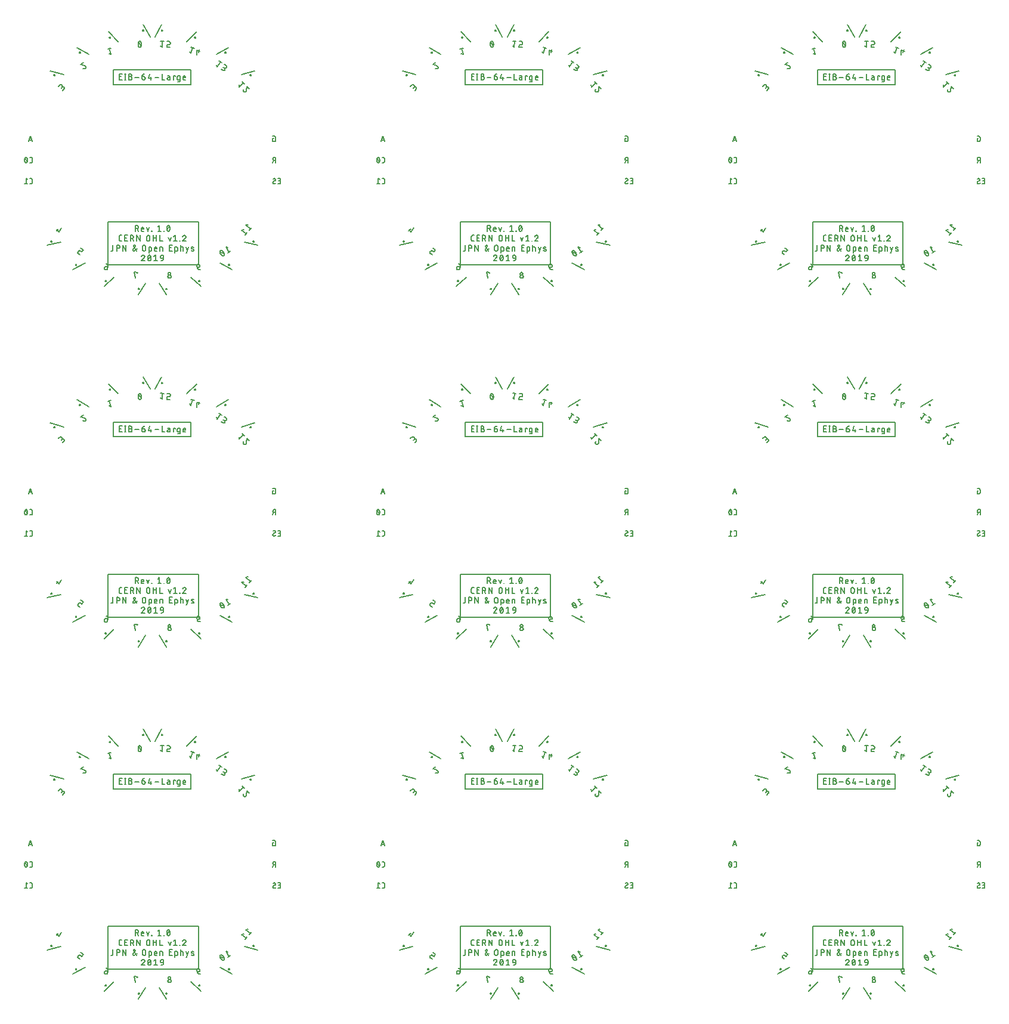
<source format=gbo>
G75*
%MOIN*%
%OFA0B0*%
%FSLAX25Y25*%
%IPPOS*%
%LPD*%
%AMOC8*
5,1,8,0,0,1.08239X$1,22.5*
%
%ADD10C,0.00600*%
%ADD11C,0.00700*%
%ADD12C,0.00500*%
%ADD13C,0.00800*%
D10*
X0112982Y0171629D02*
X0114617Y0171629D01*
X0113799Y0171629D02*
X0113799Y0174572D01*
X0114617Y0173918D01*
X0115980Y0174572D02*
X0116635Y0174572D01*
X0116684Y0174570D01*
X0116732Y0174565D01*
X0116781Y0174556D01*
X0116828Y0174543D01*
X0116874Y0174527D01*
X0116919Y0174507D01*
X0116962Y0174484D01*
X0117003Y0174458D01*
X0117043Y0174429D01*
X0117080Y0174397D01*
X0117114Y0174363D01*
X0117146Y0174326D01*
X0117175Y0174286D01*
X0117201Y0174245D01*
X0117224Y0174202D01*
X0117244Y0174157D01*
X0117260Y0174111D01*
X0117273Y0174064D01*
X0117282Y0174015D01*
X0117287Y0173967D01*
X0117289Y0173918D01*
X0117289Y0172283D01*
X0117287Y0172234D01*
X0117282Y0172186D01*
X0117273Y0172137D01*
X0117260Y0172090D01*
X0117244Y0172044D01*
X0117224Y0171999D01*
X0117201Y0171956D01*
X0117175Y0171915D01*
X0117146Y0171875D01*
X0117114Y0171838D01*
X0117080Y0171804D01*
X0117043Y0171772D01*
X0117003Y0171743D01*
X0116962Y0171717D01*
X0116919Y0171694D01*
X0116874Y0171674D01*
X0116828Y0171658D01*
X0116781Y0171645D01*
X0116732Y0171636D01*
X0116684Y0171631D01*
X0116635Y0171629D01*
X0115980Y0171629D01*
X0115980Y0183440D02*
X0116635Y0183440D01*
X0116684Y0183442D01*
X0116732Y0183447D01*
X0116781Y0183456D01*
X0116828Y0183469D01*
X0116874Y0183485D01*
X0116919Y0183505D01*
X0116962Y0183528D01*
X0117003Y0183554D01*
X0117043Y0183583D01*
X0117080Y0183615D01*
X0117114Y0183649D01*
X0117146Y0183686D01*
X0117175Y0183726D01*
X0117201Y0183767D01*
X0117224Y0183810D01*
X0117244Y0183855D01*
X0117260Y0183901D01*
X0117273Y0183948D01*
X0117282Y0183997D01*
X0117287Y0184045D01*
X0117289Y0184094D01*
X0117289Y0185729D01*
X0117287Y0185778D01*
X0117282Y0185826D01*
X0117273Y0185875D01*
X0117260Y0185922D01*
X0117244Y0185968D01*
X0117224Y0186013D01*
X0117201Y0186056D01*
X0117175Y0186097D01*
X0117146Y0186137D01*
X0117114Y0186174D01*
X0117080Y0186208D01*
X0117043Y0186240D01*
X0117003Y0186269D01*
X0116962Y0186295D01*
X0116919Y0186318D01*
X0116874Y0186338D01*
X0116828Y0186354D01*
X0116781Y0186367D01*
X0116732Y0186376D01*
X0116684Y0186381D01*
X0116635Y0186383D01*
X0115980Y0186383D01*
X0112981Y0184911D02*
X0112983Y0184819D01*
X0112988Y0184728D01*
X0112997Y0184636D01*
X0113009Y0184546D01*
X0113024Y0184455D01*
X0113043Y0184365D01*
X0113065Y0184277D01*
X0113091Y0184189D01*
X0113120Y0184102D01*
X0113152Y0184016D01*
X0113188Y0183931D01*
X0113226Y0183848D01*
X0113227Y0183849D02*
X0113244Y0183805D01*
X0113264Y0183763D01*
X0113287Y0183722D01*
X0113314Y0183683D01*
X0113343Y0183647D01*
X0113376Y0183613D01*
X0113410Y0183581D01*
X0113447Y0183553D01*
X0113487Y0183527D01*
X0113528Y0183504D01*
X0113570Y0183485D01*
X0113614Y0183469D01*
X0113660Y0183456D01*
X0113706Y0183447D01*
X0113752Y0183442D01*
X0113799Y0183440D01*
X0113846Y0183442D01*
X0113892Y0183447D01*
X0113938Y0183456D01*
X0113984Y0183469D01*
X0114028Y0183485D01*
X0114070Y0183504D01*
X0114111Y0183527D01*
X0114151Y0183553D01*
X0114188Y0183581D01*
X0114222Y0183613D01*
X0114255Y0183647D01*
X0114284Y0183683D01*
X0114311Y0183722D01*
X0114334Y0183763D01*
X0114354Y0183805D01*
X0114371Y0183849D01*
X0114453Y0184094D02*
X0113145Y0185729D01*
X0113227Y0185974D02*
X0113244Y0186018D01*
X0113264Y0186060D01*
X0113287Y0186101D01*
X0113314Y0186140D01*
X0113343Y0186176D01*
X0113376Y0186210D01*
X0113410Y0186242D01*
X0113447Y0186270D01*
X0113487Y0186296D01*
X0113528Y0186319D01*
X0113570Y0186338D01*
X0113614Y0186354D01*
X0113660Y0186367D01*
X0113706Y0186376D01*
X0113752Y0186381D01*
X0113799Y0186383D01*
X0113846Y0186381D01*
X0113892Y0186376D01*
X0113938Y0186367D01*
X0113984Y0186354D01*
X0114028Y0186338D01*
X0114070Y0186319D01*
X0114111Y0186296D01*
X0114151Y0186270D01*
X0114188Y0186242D01*
X0114222Y0186210D01*
X0114255Y0186176D01*
X0114284Y0186140D01*
X0114311Y0186101D01*
X0114334Y0186060D01*
X0114354Y0186018D01*
X0114371Y0185974D01*
X0113227Y0185974D02*
X0113189Y0185891D01*
X0113153Y0185806D01*
X0113121Y0185720D01*
X0113092Y0185633D01*
X0113066Y0185545D01*
X0113044Y0185456D01*
X0113025Y0185367D01*
X0113010Y0185276D01*
X0112998Y0185185D01*
X0112989Y0185094D01*
X0112984Y0185003D01*
X0112982Y0184911D01*
X0114616Y0184911D02*
X0114614Y0185003D01*
X0114609Y0185094D01*
X0114600Y0185185D01*
X0114588Y0185276D01*
X0114573Y0185367D01*
X0114554Y0185456D01*
X0114532Y0185545D01*
X0114506Y0185633D01*
X0114477Y0185720D01*
X0114445Y0185806D01*
X0114409Y0185891D01*
X0114371Y0185974D01*
X0114617Y0184911D02*
X0114615Y0184819D01*
X0114610Y0184728D01*
X0114601Y0184636D01*
X0114589Y0184546D01*
X0114574Y0184455D01*
X0114555Y0184365D01*
X0114533Y0184277D01*
X0114507Y0184189D01*
X0114478Y0184102D01*
X0114446Y0184016D01*
X0114410Y0183931D01*
X0114372Y0183848D01*
X0115326Y0195251D02*
X0116307Y0198194D01*
X0117289Y0195251D01*
X0117043Y0195987D02*
X0115572Y0195987D01*
X0251747Y0195251D02*
X0252728Y0195251D01*
X0252777Y0195253D01*
X0252825Y0195258D01*
X0252874Y0195267D01*
X0252921Y0195280D01*
X0252967Y0195296D01*
X0253012Y0195316D01*
X0253055Y0195339D01*
X0253096Y0195365D01*
X0253136Y0195394D01*
X0253173Y0195426D01*
X0253207Y0195460D01*
X0253239Y0195497D01*
X0253268Y0195537D01*
X0253294Y0195578D01*
X0253317Y0195621D01*
X0253337Y0195666D01*
X0253353Y0195712D01*
X0253366Y0195759D01*
X0253375Y0195808D01*
X0253380Y0195856D01*
X0253382Y0195905D01*
X0253382Y0197540D01*
X0253380Y0197589D01*
X0253375Y0197637D01*
X0253366Y0197686D01*
X0253353Y0197733D01*
X0253337Y0197779D01*
X0253317Y0197824D01*
X0253294Y0197867D01*
X0253268Y0197908D01*
X0253239Y0197948D01*
X0253207Y0197985D01*
X0253173Y0198019D01*
X0253136Y0198051D01*
X0253096Y0198080D01*
X0253055Y0198106D01*
X0253012Y0198129D01*
X0252967Y0198149D01*
X0252921Y0198165D01*
X0252874Y0198178D01*
X0252825Y0198187D01*
X0252777Y0198192D01*
X0252728Y0198194D01*
X0251747Y0198194D01*
X0251747Y0196886D02*
X0251747Y0195251D01*
X0251747Y0196886D02*
X0252237Y0196886D01*
X0252564Y0186383D02*
X0253382Y0186383D01*
X0253382Y0183440D01*
X0253382Y0184748D02*
X0252564Y0184748D01*
X0252401Y0184748D02*
X0251747Y0183440D01*
X0252564Y0184747D02*
X0252508Y0184749D01*
X0252453Y0184755D01*
X0252398Y0184764D01*
X0252343Y0184777D01*
X0252290Y0184794D01*
X0252238Y0184815D01*
X0252188Y0184839D01*
X0252139Y0184866D01*
X0252092Y0184897D01*
X0252048Y0184930D01*
X0252006Y0184967D01*
X0251966Y0185007D01*
X0251929Y0185049D01*
X0251896Y0185093D01*
X0251865Y0185140D01*
X0251838Y0185189D01*
X0251814Y0185239D01*
X0251793Y0185291D01*
X0251776Y0185344D01*
X0251763Y0185399D01*
X0251754Y0185454D01*
X0251748Y0185509D01*
X0251746Y0185565D01*
X0251748Y0185621D01*
X0251754Y0185676D01*
X0251763Y0185731D01*
X0251776Y0185786D01*
X0251793Y0185839D01*
X0251814Y0185891D01*
X0251838Y0185941D01*
X0251865Y0185990D01*
X0251896Y0186037D01*
X0251929Y0186081D01*
X0251966Y0186123D01*
X0252006Y0186163D01*
X0252048Y0186200D01*
X0252092Y0186233D01*
X0252139Y0186264D01*
X0252188Y0186291D01*
X0252238Y0186315D01*
X0252290Y0186336D01*
X0252343Y0186353D01*
X0252398Y0186366D01*
X0252453Y0186375D01*
X0252508Y0186381D01*
X0252564Y0186383D01*
X0254615Y0174572D02*
X0255923Y0174572D01*
X0255923Y0171629D01*
X0254615Y0171629D01*
X0254942Y0173264D02*
X0255923Y0173264D01*
X0252973Y0173346D02*
X0252074Y0172855D01*
X0252401Y0171628D02*
X0252474Y0171630D01*
X0252546Y0171636D01*
X0252618Y0171645D01*
X0252690Y0171659D01*
X0252761Y0171676D01*
X0252830Y0171696D01*
X0252899Y0171721D01*
X0252966Y0171749D01*
X0253031Y0171780D01*
X0253095Y0171815D01*
X0253157Y0171853D01*
X0253217Y0171895D01*
X0253275Y0171939D01*
X0253330Y0171987D01*
X0253382Y0172037D01*
X0252074Y0172855D02*
X0252032Y0172829D01*
X0251993Y0172799D01*
X0251956Y0172767D01*
X0251921Y0172732D01*
X0251889Y0172694D01*
X0251860Y0172654D01*
X0251834Y0172612D01*
X0251812Y0172569D01*
X0251792Y0172524D01*
X0251776Y0172477D01*
X0251763Y0172430D01*
X0251754Y0172381D01*
X0251749Y0172332D01*
X0251747Y0172283D01*
X0251749Y0172234D01*
X0251754Y0172186D01*
X0251763Y0172137D01*
X0251776Y0172090D01*
X0251792Y0172044D01*
X0251812Y0171999D01*
X0251835Y0171956D01*
X0251861Y0171915D01*
X0251890Y0171875D01*
X0251922Y0171838D01*
X0251956Y0171804D01*
X0251993Y0171772D01*
X0252033Y0171743D01*
X0252074Y0171717D01*
X0252117Y0171694D01*
X0252162Y0171674D01*
X0252208Y0171658D01*
X0252255Y0171645D01*
X0252304Y0171636D01*
X0252352Y0171631D01*
X0252401Y0171629D01*
X0251910Y0174327D02*
X0251964Y0174365D01*
X0252020Y0174400D01*
X0252077Y0174432D01*
X0252136Y0174461D01*
X0252197Y0174487D01*
X0252258Y0174509D01*
X0252321Y0174528D01*
X0252385Y0174544D01*
X0252450Y0174556D01*
X0252515Y0174565D01*
X0252580Y0174570D01*
X0252646Y0174572D01*
X0252695Y0174570D01*
X0252743Y0174565D01*
X0252792Y0174556D01*
X0252839Y0174543D01*
X0252885Y0174527D01*
X0252930Y0174507D01*
X0252973Y0174484D01*
X0253014Y0174458D01*
X0253054Y0174429D01*
X0253091Y0174397D01*
X0253125Y0174363D01*
X0253157Y0174326D01*
X0253186Y0174286D01*
X0253212Y0174245D01*
X0253235Y0174202D01*
X0253255Y0174157D01*
X0253271Y0174111D01*
X0253284Y0174064D01*
X0253293Y0174015D01*
X0253298Y0173967D01*
X0253300Y0173918D01*
X0253298Y0173869D01*
X0253293Y0173820D01*
X0253284Y0173771D01*
X0253271Y0173724D01*
X0253255Y0173677D01*
X0253235Y0173632D01*
X0253213Y0173589D01*
X0253187Y0173547D01*
X0253158Y0173507D01*
X0253126Y0173469D01*
X0253091Y0173434D01*
X0253054Y0173402D01*
X0253015Y0173372D01*
X0252973Y0173346D01*
X0311223Y0183848D02*
X0311261Y0183931D01*
X0311297Y0184016D01*
X0311329Y0184102D01*
X0311358Y0184189D01*
X0311384Y0184277D01*
X0311406Y0184365D01*
X0311425Y0184455D01*
X0311440Y0184546D01*
X0311452Y0184636D01*
X0311461Y0184728D01*
X0311466Y0184819D01*
X0311468Y0184911D01*
X0309832Y0184911D02*
X0309834Y0185003D01*
X0309839Y0185094D01*
X0309848Y0185185D01*
X0309860Y0185276D01*
X0309875Y0185367D01*
X0309894Y0185456D01*
X0309916Y0185545D01*
X0309942Y0185633D01*
X0309971Y0185720D01*
X0310003Y0185806D01*
X0310039Y0185891D01*
X0310077Y0185974D01*
X0309995Y0185729D02*
X0311304Y0184094D01*
X0310649Y0183440D02*
X0310602Y0183442D01*
X0310556Y0183447D01*
X0310510Y0183456D01*
X0310464Y0183469D01*
X0310420Y0183485D01*
X0310378Y0183504D01*
X0310337Y0183527D01*
X0310297Y0183553D01*
X0310260Y0183581D01*
X0310226Y0183613D01*
X0310193Y0183647D01*
X0310164Y0183683D01*
X0310137Y0183722D01*
X0310114Y0183763D01*
X0310094Y0183805D01*
X0310077Y0183849D01*
X0310649Y0183440D02*
X0310696Y0183442D01*
X0310742Y0183447D01*
X0310788Y0183456D01*
X0310834Y0183469D01*
X0310878Y0183485D01*
X0310920Y0183504D01*
X0310961Y0183527D01*
X0311001Y0183553D01*
X0311038Y0183581D01*
X0311072Y0183613D01*
X0311105Y0183647D01*
X0311134Y0183683D01*
X0311161Y0183722D01*
X0311184Y0183763D01*
X0311204Y0183805D01*
X0311221Y0183849D01*
X0310076Y0183848D02*
X0310038Y0183931D01*
X0310002Y0184016D01*
X0309970Y0184102D01*
X0309941Y0184189D01*
X0309915Y0184277D01*
X0309893Y0184365D01*
X0309874Y0184455D01*
X0309859Y0184546D01*
X0309847Y0184636D01*
X0309838Y0184728D01*
X0309833Y0184819D01*
X0309831Y0184911D01*
X0311467Y0184911D02*
X0311465Y0185003D01*
X0311460Y0185094D01*
X0311451Y0185185D01*
X0311439Y0185276D01*
X0311424Y0185367D01*
X0311405Y0185456D01*
X0311383Y0185545D01*
X0311357Y0185633D01*
X0311328Y0185720D01*
X0311296Y0185806D01*
X0311260Y0185891D01*
X0311222Y0185974D01*
X0311221Y0185974D02*
X0311204Y0186018D01*
X0311184Y0186060D01*
X0311161Y0186101D01*
X0311134Y0186140D01*
X0311105Y0186176D01*
X0311072Y0186210D01*
X0311038Y0186242D01*
X0311001Y0186270D01*
X0310961Y0186296D01*
X0310920Y0186319D01*
X0310878Y0186338D01*
X0310834Y0186354D01*
X0310788Y0186367D01*
X0310742Y0186376D01*
X0310696Y0186381D01*
X0310649Y0186383D01*
X0310602Y0186381D01*
X0310556Y0186376D01*
X0310510Y0186367D01*
X0310464Y0186354D01*
X0310420Y0186338D01*
X0310378Y0186319D01*
X0310337Y0186296D01*
X0310297Y0186270D01*
X0310260Y0186242D01*
X0310226Y0186210D01*
X0310193Y0186176D01*
X0310164Y0186140D01*
X0310137Y0186101D01*
X0310114Y0186060D01*
X0310094Y0186018D01*
X0310077Y0185974D01*
X0312831Y0186383D02*
X0313485Y0186383D01*
X0313534Y0186381D01*
X0313582Y0186376D01*
X0313631Y0186367D01*
X0313678Y0186354D01*
X0313724Y0186338D01*
X0313769Y0186318D01*
X0313812Y0186295D01*
X0313853Y0186269D01*
X0313893Y0186240D01*
X0313930Y0186208D01*
X0313964Y0186174D01*
X0313996Y0186137D01*
X0314025Y0186097D01*
X0314051Y0186056D01*
X0314074Y0186013D01*
X0314094Y0185968D01*
X0314110Y0185922D01*
X0314123Y0185875D01*
X0314132Y0185826D01*
X0314137Y0185778D01*
X0314139Y0185729D01*
X0314139Y0184094D01*
X0314137Y0184045D01*
X0314132Y0183997D01*
X0314123Y0183948D01*
X0314110Y0183901D01*
X0314094Y0183855D01*
X0314074Y0183810D01*
X0314051Y0183767D01*
X0314025Y0183726D01*
X0313996Y0183686D01*
X0313964Y0183649D01*
X0313930Y0183615D01*
X0313893Y0183583D01*
X0313853Y0183554D01*
X0313812Y0183528D01*
X0313769Y0183505D01*
X0313724Y0183485D01*
X0313678Y0183469D01*
X0313631Y0183456D01*
X0313582Y0183447D01*
X0313534Y0183442D01*
X0313485Y0183440D01*
X0312831Y0183440D01*
X0312831Y0174572D02*
X0313485Y0174572D01*
X0313534Y0174570D01*
X0313582Y0174565D01*
X0313631Y0174556D01*
X0313678Y0174543D01*
X0313724Y0174527D01*
X0313769Y0174507D01*
X0313812Y0174484D01*
X0313853Y0174458D01*
X0313893Y0174429D01*
X0313930Y0174397D01*
X0313964Y0174363D01*
X0313996Y0174326D01*
X0314025Y0174286D01*
X0314051Y0174245D01*
X0314074Y0174202D01*
X0314094Y0174157D01*
X0314110Y0174111D01*
X0314123Y0174064D01*
X0314132Y0174015D01*
X0314137Y0173967D01*
X0314139Y0173918D01*
X0314139Y0172283D01*
X0314137Y0172234D01*
X0314132Y0172186D01*
X0314123Y0172137D01*
X0314110Y0172090D01*
X0314094Y0172044D01*
X0314074Y0171999D01*
X0314051Y0171956D01*
X0314025Y0171915D01*
X0313996Y0171875D01*
X0313964Y0171838D01*
X0313930Y0171804D01*
X0313893Y0171772D01*
X0313853Y0171743D01*
X0313812Y0171717D01*
X0313769Y0171694D01*
X0313724Y0171674D01*
X0313678Y0171658D01*
X0313631Y0171645D01*
X0313582Y0171636D01*
X0313534Y0171631D01*
X0313485Y0171629D01*
X0312831Y0171629D01*
X0311467Y0171629D02*
X0309832Y0171629D01*
X0310649Y0171629D02*
X0310649Y0174572D01*
X0311467Y0173918D01*
X0312177Y0195251D02*
X0313158Y0198194D01*
X0314139Y0195251D01*
X0313894Y0195987D02*
X0312422Y0195987D01*
X0448597Y0195251D02*
X0449578Y0195251D01*
X0449627Y0195253D01*
X0449675Y0195258D01*
X0449724Y0195267D01*
X0449771Y0195280D01*
X0449817Y0195296D01*
X0449862Y0195316D01*
X0449905Y0195339D01*
X0449946Y0195365D01*
X0449986Y0195394D01*
X0450023Y0195426D01*
X0450057Y0195460D01*
X0450089Y0195497D01*
X0450118Y0195537D01*
X0450144Y0195578D01*
X0450167Y0195621D01*
X0450187Y0195666D01*
X0450203Y0195712D01*
X0450216Y0195759D01*
X0450225Y0195808D01*
X0450230Y0195856D01*
X0450232Y0195905D01*
X0450232Y0197540D01*
X0450230Y0197589D01*
X0450225Y0197637D01*
X0450216Y0197686D01*
X0450203Y0197733D01*
X0450187Y0197779D01*
X0450167Y0197824D01*
X0450144Y0197867D01*
X0450118Y0197908D01*
X0450089Y0197948D01*
X0450057Y0197985D01*
X0450023Y0198019D01*
X0449986Y0198051D01*
X0449946Y0198080D01*
X0449905Y0198106D01*
X0449862Y0198129D01*
X0449817Y0198149D01*
X0449771Y0198165D01*
X0449724Y0198178D01*
X0449675Y0198187D01*
X0449627Y0198192D01*
X0449578Y0198194D01*
X0448597Y0198194D01*
X0448597Y0196886D02*
X0448597Y0195251D01*
X0448597Y0196886D02*
X0449088Y0196886D01*
X0449415Y0186383D02*
X0450232Y0186383D01*
X0450232Y0183440D01*
X0450232Y0184748D02*
X0449415Y0184748D01*
X0449251Y0184748D02*
X0448597Y0183440D01*
X0449415Y0184747D02*
X0449359Y0184749D01*
X0449304Y0184755D01*
X0449249Y0184764D01*
X0449194Y0184777D01*
X0449141Y0184794D01*
X0449089Y0184815D01*
X0449039Y0184839D01*
X0448990Y0184866D01*
X0448943Y0184897D01*
X0448899Y0184930D01*
X0448857Y0184967D01*
X0448817Y0185007D01*
X0448780Y0185049D01*
X0448747Y0185093D01*
X0448716Y0185140D01*
X0448689Y0185189D01*
X0448665Y0185239D01*
X0448644Y0185291D01*
X0448627Y0185344D01*
X0448614Y0185399D01*
X0448605Y0185454D01*
X0448599Y0185509D01*
X0448597Y0185565D01*
X0448599Y0185621D01*
X0448605Y0185676D01*
X0448614Y0185731D01*
X0448627Y0185786D01*
X0448644Y0185839D01*
X0448665Y0185891D01*
X0448689Y0185941D01*
X0448716Y0185990D01*
X0448747Y0186037D01*
X0448780Y0186081D01*
X0448817Y0186123D01*
X0448857Y0186163D01*
X0448899Y0186200D01*
X0448943Y0186233D01*
X0448990Y0186264D01*
X0449039Y0186291D01*
X0449089Y0186315D01*
X0449141Y0186336D01*
X0449194Y0186353D01*
X0449249Y0186366D01*
X0449304Y0186375D01*
X0449359Y0186381D01*
X0449415Y0186383D01*
X0451466Y0174572D02*
X0452774Y0174572D01*
X0452774Y0171629D01*
X0451466Y0171629D01*
X0451793Y0173264D02*
X0452774Y0173264D01*
X0449824Y0173346D02*
X0448924Y0172855D01*
X0449251Y0171628D02*
X0449324Y0171630D01*
X0449396Y0171636D01*
X0449468Y0171645D01*
X0449540Y0171659D01*
X0449611Y0171676D01*
X0449680Y0171696D01*
X0449749Y0171721D01*
X0449816Y0171749D01*
X0449881Y0171780D01*
X0449945Y0171815D01*
X0450007Y0171853D01*
X0450067Y0171895D01*
X0450125Y0171939D01*
X0450180Y0171987D01*
X0450232Y0172037D01*
X0448925Y0172855D02*
X0448883Y0172829D01*
X0448844Y0172799D01*
X0448807Y0172767D01*
X0448772Y0172732D01*
X0448740Y0172694D01*
X0448711Y0172654D01*
X0448685Y0172612D01*
X0448663Y0172569D01*
X0448643Y0172524D01*
X0448627Y0172477D01*
X0448614Y0172430D01*
X0448605Y0172381D01*
X0448600Y0172332D01*
X0448598Y0172283D01*
X0448597Y0172283D02*
X0448599Y0172234D01*
X0448604Y0172186D01*
X0448613Y0172137D01*
X0448626Y0172090D01*
X0448642Y0172044D01*
X0448662Y0171999D01*
X0448685Y0171956D01*
X0448711Y0171915D01*
X0448740Y0171875D01*
X0448772Y0171838D01*
X0448806Y0171804D01*
X0448843Y0171772D01*
X0448883Y0171743D01*
X0448924Y0171717D01*
X0448967Y0171694D01*
X0449012Y0171674D01*
X0449058Y0171658D01*
X0449105Y0171645D01*
X0449154Y0171636D01*
X0449202Y0171631D01*
X0449251Y0171629D01*
X0448761Y0174327D02*
X0448815Y0174365D01*
X0448871Y0174400D01*
X0448928Y0174432D01*
X0448987Y0174461D01*
X0449048Y0174487D01*
X0449109Y0174509D01*
X0449172Y0174528D01*
X0449236Y0174544D01*
X0449301Y0174556D01*
X0449366Y0174565D01*
X0449431Y0174570D01*
X0449497Y0174572D01*
X0449546Y0174570D01*
X0449594Y0174565D01*
X0449643Y0174556D01*
X0449690Y0174543D01*
X0449736Y0174527D01*
X0449781Y0174507D01*
X0449824Y0174484D01*
X0449865Y0174458D01*
X0449905Y0174429D01*
X0449942Y0174397D01*
X0449976Y0174363D01*
X0450008Y0174326D01*
X0450037Y0174286D01*
X0450063Y0174245D01*
X0450086Y0174202D01*
X0450106Y0174157D01*
X0450122Y0174111D01*
X0450135Y0174064D01*
X0450144Y0174015D01*
X0450149Y0173967D01*
X0450151Y0173918D01*
X0450150Y0173918D02*
X0450148Y0173869D01*
X0450143Y0173820D01*
X0450134Y0173771D01*
X0450121Y0173724D01*
X0450105Y0173677D01*
X0450085Y0173632D01*
X0450063Y0173589D01*
X0450037Y0173547D01*
X0450008Y0173507D01*
X0449976Y0173469D01*
X0449941Y0173434D01*
X0449904Y0173402D01*
X0449865Y0173372D01*
X0449823Y0173346D01*
X0506682Y0171629D02*
X0508317Y0171629D01*
X0507500Y0171629D02*
X0507500Y0174572D01*
X0508317Y0173918D01*
X0509681Y0174572D02*
X0510335Y0174572D01*
X0510384Y0174570D01*
X0510432Y0174565D01*
X0510481Y0174556D01*
X0510528Y0174543D01*
X0510574Y0174527D01*
X0510619Y0174507D01*
X0510662Y0174484D01*
X0510703Y0174458D01*
X0510743Y0174429D01*
X0510780Y0174397D01*
X0510814Y0174363D01*
X0510846Y0174326D01*
X0510875Y0174286D01*
X0510901Y0174245D01*
X0510924Y0174202D01*
X0510944Y0174157D01*
X0510960Y0174111D01*
X0510973Y0174064D01*
X0510982Y0174015D01*
X0510987Y0173967D01*
X0510989Y0173918D01*
X0510989Y0172283D01*
X0510987Y0172234D01*
X0510982Y0172186D01*
X0510973Y0172137D01*
X0510960Y0172090D01*
X0510944Y0172044D01*
X0510924Y0171999D01*
X0510901Y0171956D01*
X0510875Y0171915D01*
X0510846Y0171875D01*
X0510814Y0171838D01*
X0510780Y0171804D01*
X0510743Y0171772D01*
X0510703Y0171743D01*
X0510662Y0171717D01*
X0510619Y0171694D01*
X0510574Y0171674D01*
X0510528Y0171658D01*
X0510481Y0171645D01*
X0510432Y0171636D01*
X0510384Y0171631D01*
X0510335Y0171629D01*
X0509681Y0171629D01*
X0509681Y0183440D02*
X0510335Y0183440D01*
X0510384Y0183442D01*
X0510432Y0183447D01*
X0510481Y0183456D01*
X0510528Y0183469D01*
X0510574Y0183485D01*
X0510619Y0183505D01*
X0510662Y0183528D01*
X0510703Y0183554D01*
X0510743Y0183583D01*
X0510780Y0183615D01*
X0510814Y0183649D01*
X0510846Y0183686D01*
X0510875Y0183726D01*
X0510901Y0183767D01*
X0510924Y0183810D01*
X0510944Y0183855D01*
X0510960Y0183901D01*
X0510973Y0183948D01*
X0510982Y0183997D01*
X0510987Y0184045D01*
X0510989Y0184094D01*
X0510989Y0185729D01*
X0510987Y0185778D01*
X0510982Y0185826D01*
X0510973Y0185875D01*
X0510960Y0185922D01*
X0510944Y0185968D01*
X0510924Y0186013D01*
X0510901Y0186056D01*
X0510875Y0186097D01*
X0510846Y0186137D01*
X0510814Y0186174D01*
X0510780Y0186208D01*
X0510743Y0186240D01*
X0510703Y0186269D01*
X0510662Y0186295D01*
X0510619Y0186318D01*
X0510574Y0186338D01*
X0510528Y0186354D01*
X0510481Y0186367D01*
X0510432Y0186376D01*
X0510384Y0186381D01*
X0510335Y0186383D01*
X0509681Y0186383D01*
X0506682Y0184911D02*
X0506684Y0184819D01*
X0506689Y0184728D01*
X0506698Y0184636D01*
X0506710Y0184546D01*
X0506725Y0184455D01*
X0506744Y0184365D01*
X0506766Y0184277D01*
X0506792Y0184189D01*
X0506821Y0184102D01*
X0506853Y0184016D01*
X0506889Y0183931D01*
X0506927Y0183848D01*
X0506928Y0183849D02*
X0506945Y0183805D01*
X0506965Y0183763D01*
X0506988Y0183722D01*
X0507015Y0183683D01*
X0507044Y0183647D01*
X0507077Y0183613D01*
X0507111Y0183581D01*
X0507148Y0183553D01*
X0507188Y0183527D01*
X0507229Y0183504D01*
X0507271Y0183485D01*
X0507315Y0183469D01*
X0507361Y0183456D01*
X0507407Y0183447D01*
X0507453Y0183442D01*
X0507500Y0183440D01*
X0507547Y0183442D01*
X0507593Y0183447D01*
X0507639Y0183456D01*
X0507685Y0183469D01*
X0507729Y0183485D01*
X0507771Y0183504D01*
X0507812Y0183527D01*
X0507852Y0183553D01*
X0507889Y0183581D01*
X0507923Y0183613D01*
X0507956Y0183647D01*
X0507985Y0183683D01*
X0508012Y0183722D01*
X0508035Y0183763D01*
X0508055Y0183805D01*
X0508072Y0183849D01*
X0508154Y0184094D02*
X0506846Y0185729D01*
X0506928Y0185974D02*
X0506945Y0186018D01*
X0506965Y0186060D01*
X0506988Y0186101D01*
X0507015Y0186140D01*
X0507044Y0186176D01*
X0507077Y0186210D01*
X0507111Y0186242D01*
X0507148Y0186270D01*
X0507188Y0186296D01*
X0507229Y0186319D01*
X0507271Y0186338D01*
X0507315Y0186354D01*
X0507361Y0186367D01*
X0507407Y0186376D01*
X0507453Y0186381D01*
X0507500Y0186383D01*
X0507547Y0186381D01*
X0507593Y0186376D01*
X0507639Y0186367D01*
X0507685Y0186354D01*
X0507729Y0186338D01*
X0507771Y0186319D01*
X0507812Y0186296D01*
X0507852Y0186270D01*
X0507889Y0186242D01*
X0507923Y0186210D01*
X0507956Y0186176D01*
X0507985Y0186140D01*
X0508012Y0186101D01*
X0508035Y0186060D01*
X0508055Y0186018D01*
X0508072Y0185974D01*
X0506928Y0185974D02*
X0506890Y0185891D01*
X0506854Y0185806D01*
X0506822Y0185720D01*
X0506793Y0185633D01*
X0506767Y0185545D01*
X0506745Y0185456D01*
X0506726Y0185367D01*
X0506711Y0185276D01*
X0506699Y0185185D01*
X0506690Y0185094D01*
X0506685Y0185003D01*
X0506683Y0184911D01*
X0508317Y0184911D02*
X0508315Y0185003D01*
X0508310Y0185094D01*
X0508301Y0185185D01*
X0508289Y0185276D01*
X0508274Y0185367D01*
X0508255Y0185456D01*
X0508233Y0185545D01*
X0508207Y0185633D01*
X0508178Y0185720D01*
X0508146Y0185806D01*
X0508110Y0185891D01*
X0508072Y0185974D01*
X0508318Y0184911D02*
X0508316Y0184819D01*
X0508311Y0184728D01*
X0508302Y0184636D01*
X0508290Y0184546D01*
X0508275Y0184455D01*
X0508256Y0184365D01*
X0508234Y0184277D01*
X0508208Y0184189D01*
X0508179Y0184102D01*
X0508147Y0184016D01*
X0508111Y0183931D01*
X0508073Y0183848D01*
X0509027Y0195251D02*
X0510008Y0198194D01*
X0510989Y0195251D01*
X0510744Y0195987D02*
X0509272Y0195987D01*
X0645448Y0195251D02*
X0646429Y0195251D01*
X0646478Y0195253D01*
X0646526Y0195258D01*
X0646575Y0195267D01*
X0646622Y0195280D01*
X0646668Y0195296D01*
X0646713Y0195316D01*
X0646756Y0195339D01*
X0646797Y0195365D01*
X0646837Y0195394D01*
X0646874Y0195426D01*
X0646908Y0195460D01*
X0646940Y0195497D01*
X0646969Y0195537D01*
X0646995Y0195578D01*
X0647018Y0195621D01*
X0647038Y0195666D01*
X0647054Y0195712D01*
X0647067Y0195759D01*
X0647076Y0195808D01*
X0647081Y0195856D01*
X0647083Y0195905D01*
X0647083Y0197540D01*
X0647081Y0197589D01*
X0647076Y0197637D01*
X0647067Y0197686D01*
X0647054Y0197733D01*
X0647038Y0197779D01*
X0647018Y0197824D01*
X0646995Y0197867D01*
X0646969Y0197908D01*
X0646940Y0197948D01*
X0646908Y0197985D01*
X0646874Y0198019D01*
X0646837Y0198051D01*
X0646797Y0198080D01*
X0646756Y0198106D01*
X0646713Y0198129D01*
X0646668Y0198149D01*
X0646622Y0198165D01*
X0646575Y0198178D01*
X0646526Y0198187D01*
X0646478Y0198192D01*
X0646429Y0198194D01*
X0645448Y0198194D01*
X0645448Y0196886D02*
X0645448Y0195251D01*
X0645448Y0196886D02*
X0645938Y0196886D01*
X0646265Y0186383D02*
X0647083Y0186383D01*
X0647083Y0183440D01*
X0647083Y0184748D02*
X0646265Y0184748D01*
X0646102Y0184748D02*
X0645448Y0183440D01*
X0646265Y0184747D02*
X0646209Y0184749D01*
X0646154Y0184755D01*
X0646099Y0184764D01*
X0646044Y0184777D01*
X0645991Y0184794D01*
X0645939Y0184815D01*
X0645889Y0184839D01*
X0645840Y0184866D01*
X0645793Y0184897D01*
X0645749Y0184930D01*
X0645707Y0184967D01*
X0645667Y0185007D01*
X0645630Y0185049D01*
X0645597Y0185093D01*
X0645566Y0185140D01*
X0645539Y0185189D01*
X0645515Y0185239D01*
X0645494Y0185291D01*
X0645477Y0185344D01*
X0645464Y0185399D01*
X0645455Y0185454D01*
X0645449Y0185509D01*
X0645447Y0185565D01*
X0645449Y0185621D01*
X0645455Y0185676D01*
X0645464Y0185731D01*
X0645477Y0185786D01*
X0645494Y0185839D01*
X0645515Y0185891D01*
X0645539Y0185941D01*
X0645566Y0185990D01*
X0645597Y0186037D01*
X0645630Y0186081D01*
X0645667Y0186123D01*
X0645707Y0186163D01*
X0645749Y0186200D01*
X0645793Y0186233D01*
X0645840Y0186264D01*
X0645889Y0186291D01*
X0645939Y0186315D01*
X0645991Y0186336D01*
X0646044Y0186353D01*
X0646099Y0186366D01*
X0646154Y0186375D01*
X0646209Y0186381D01*
X0646265Y0186383D01*
X0648316Y0174572D02*
X0649624Y0174572D01*
X0649624Y0171629D01*
X0648316Y0171629D01*
X0648643Y0173264D02*
X0649624Y0173264D01*
X0646674Y0173346D02*
X0645775Y0172855D01*
X0646102Y0171628D02*
X0646175Y0171630D01*
X0646247Y0171636D01*
X0646319Y0171645D01*
X0646391Y0171659D01*
X0646462Y0171676D01*
X0646531Y0171696D01*
X0646600Y0171721D01*
X0646667Y0171749D01*
X0646732Y0171780D01*
X0646796Y0171815D01*
X0646858Y0171853D01*
X0646918Y0171895D01*
X0646976Y0171939D01*
X0647031Y0171987D01*
X0647083Y0172037D01*
X0645775Y0172855D02*
X0645733Y0172829D01*
X0645694Y0172799D01*
X0645657Y0172767D01*
X0645622Y0172732D01*
X0645590Y0172694D01*
X0645561Y0172654D01*
X0645535Y0172612D01*
X0645513Y0172569D01*
X0645493Y0172524D01*
X0645477Y0172477D01*
X0645464Y0172430D01*
X0645455Y0172381D01*
X0645450Y0172332D01*
X0645448Y0172283D01*
X0645450Y0172234D01*
X0645455Y0172186D01*
X0645464Y0172137D01*
X0645477Y0172090D01*
X0645493Y0172044D01*
X0645513Y0171999D01*
X0645536Y0171956D01*
X0645562Y0171915D01*
X0645591Y0171875D01*
X0645623Y0171838D01*
X0645657Y0171804D01*
X0645694Y0171772D01*
X0645734Y0171743D01*
X0645775Y0171717D01*
X0645818Y0171694D01*
X0645863Y0171674D01*
X0645909Y0171658D01*
X0645956Y0171645D01*
X0646005Y0171636D01*
X0646053Y0171631D01*
X0646102Y0171629D01*
X0645611Y0174327D02*
X0645665Y0174365D01*
X0645721Y0174400D01*
X0645778Y0174432D01*
X0645837Y0174461D01*
X0645898Y0174487D01*
X0645959Y0174509D01*
X0646022Y0174528D01*
X0646086Y0174544D01*
X0646151Y0174556D01*
X0646216Y0174565D01*
X0646281Y0174570D01*
X0646347Y0174572D01*
X0646396Y0174570D01*
X0646444Y0174565D01*
X0646493Y0174556D01*
X0646540Y0174543D01*
X0646586Y0174527D01*
X0646631Y0174507D01*
X0646674Y0174484D01*
X0646715Y0174458D01*
X0646755Y0174429D01*
X0646792Y0174397D01*
X0646826Y0174363D01*
X0646858Y0174326D01*
X0646887Y0174286D01*
X0646913Y0174245D01*
X0646936Y0174202D01*
X0646956Y0174157D01*
X0646972Y0174111D01*
X0646985Y0174064D01*
X0646994Y0174015D01*
X0646999Y0173967D01*
X0647001Y0173918D01*
X0646999Y0173869D01*
X0646994Y0173820D01*
X0646985Y0173771D01*
X0646972Y0173724D01*
X0646956Y0173677D01*
X0646936Y0173632D01*
X0646914Y0173589D01*
X0646888Y0173547D01*
X0646859Y0173507D01*
X0646827Y0173469D01*
X0646792Y0173434D01*
X0646755Y0173402D01*
X0646716Y0173372D01*
X0646674Y0173346D01*
X0648316Y0368479D02*
X0649624Y0368479D01*
X0649624Y0371422D01*
X0648316Y0371422D01*
X0648643Y0370114D02*
X0649624Y0370114D01*
X0646674Y0370196D02*
X0645775Y0369706D01*
X0646102Y0368479D02*
X0646175Y0368481D01*
X0646247Y0368487D01*
X0646319Y0368496D01*
X0646391Y0368510D01*
X0646462Y0368527D01*
X0646531Y0368547D01*
X0646600Y0368572D01*
X0646667Y0368600D01*
X0646732Y0368631D01*
X0646796Y0368666D01*
X0646858Y0368704D01*
X0646918Y0368746D01*
X0646976Y0368790D01*
X0647031Y0368838D01*
X0647083Y0368888D01*
X0645775Y0369705D02*
X0645733Y0369679D01*
X0645694Y0369649D01*
X0645657Y0369617D01*
X0645622Y0369582D01*
X0645590Y0369544D01*
X0645561Y0369504D01*
X0645535Y0369462D01*
X0645513Y0369419D01*
X0645493Y0369374D01*
X0645477Y0369327D01*
X0645464Y0369280D01*
X0645455Y0369231D01*
X0645450Y0369182D01*
X0645448Y0369133D01*
X0645450Y0369084D01*
X0645455Y0369036D01*
X0645464Y0368987D01*
X0645477Y0368940D01*
X0645493Y0368894D01*
X0645513Y0368849D01*
X0645536Y0368806D01*
X0645562Y0368765D01*
X0645591Y0368725D01*
X0645623Y0368688D01*
X0645657Y0368654D01*
X0645694Y0368622D01*
X0645734Y0368593D01*
X0645775Y0368567D01*
X0645818Y0368544D01*
X0645863Y0368524D01*
X0645909Y0368508D01*
X0645956Y0368495D01*
X0646005Y0368486D01*
X0646053Y0368481D01*
X0646102Y0368479D01*
X0645611Y0371177D02*
X0645665Y0371215D01*
X0645721Y0371250D01*
X0645778Y0371282D01*
X0645837Y0371311D01*
X0645898Y0371337D01*
X0645959Y0371359D01*
X0646022Y0371378D01*
X0646086Y0371394D01*
X0646151Y0371406D01*
X0646216Y0371415D01*
X0646281Y0371420D01*
X0646347Y0371422D01*
X0646396Y0371420D01*
X0646444Y0371415D01*
X0646493Y0371406D01*
X0646540Y0371393D01*
X0646586Y0371377D01*
X0646631Y0371357D01*
X0646674Y0371334D01*
X0646715Y0371308D01*
X0646755Y0371279D01*
X0646792Y0371247D01*
X0646826Y0371213D01*
X0646858Y0371176D01*
X0646887Y0371136D01*
X0646913Y0371095D01*
X0646936Y0371052D01*
X0646956Y0371007D01*
X0646972Y0370961D01*
X0646985Y0370914D01*
X0646994Y0370865D01*
X0646999Y0370817D01*
X0647001Y0370768D01*
X0646999Y0370719D01*
X0646994Y0370670D01*
X0646985Y0370621D01*
X0646972Y0370574D01*
X0646956Y0370527D01*
X0646936Y0370482D01*
X0646914Y0370439D01*
X0646888Y0370397D01*
X0646859Y0370357D01*
X0646827Y0370319D01*
X0646792Y0370284D01*
X0646755Y0370252D01*
X0646716Y0370222D01*
X0646674Y0370196D01*
X0647083Y0380290D02*
X0647083Y0383233D01*
X0646265Y0383233D01*
X0646265Y0383234D02*
X0646209Y0383232D01*
X0646154Y0383226D01*
X0646099Y0383217D01*
X0646044Y0383204D01*
X0645991Y0383187D01*
X0645939Y0383166D01*
X0645889Y0383142D01*
X0645840Y0383115D01*
X0645793Y0383084D01*
X0645749Y0383051D01*
X0645707Y0383014D01*
X0645667Y0382974D01*
X0645630Y0382932D01*
X0645597Y0382888D01*
X0645566Y0382841D01*
X0645539Y0382792D01*
X0645515Y0382742D01*
X0645494Y0382690D01*
X0645477Y0382637D01*
X0645464Y0382582D01*
X0645455Y0382527D01*
X0645449Y0382472D01*
X0645447Y0382416D01*
X0645449Y0382360D01*
X0645455Y0382305D01*
X0645464Y0382250D01*
X0645477Y0382195D01*
X0645494Y0382142D01*
X0645515Y0382090D01*
X0645539Y0382040D01*
X0645566Y0381991D01*
X0645597Y0381944D01*
X0645630Y0381900D01*
X0645667Y0381858D01*
X0645707Y0381818D01*
X0645749Y0381781D01*
X0645793Y0381748D01*
X0645840Y0381717D01*
X0645889Y0381690D01*
X0645939Y0381666D01*
X0645991Y0381645D01*
X0646044Y0381628D01*
X0646099Y0381615D01*
X0646154Y0381606D01*
X0646209Y0381600D01*
X0646265Y0381598D01*
X0647083Y0381598D01*
X0646102Y0381598D02*
X0645448Y0380290D01*
X0645448Y0392101D02*
X0646429Y0392101D01*
X0646478Y0392103D01*
X0646526Y0392108D01*
X0646575Y0392117D01*
X0646622Y0392130D01*
X0646668Y0392146D01*
X0646713Y0392166D01*
X0646756Y0392189D01*
X0646797Y0392215D01*
X0646837Y0392244D01*
X0646874Y0392276D01*
X0646908Y0392310D01*
X0646940Y0392347D01*
X0646969Y0392387D01*
X0646995Y0392428D01*
X0647018Y0392471D01*
X0647038Y0392516D01*
X0647054Y0392562D01*
X0647067Y0392609D01*
X0647076Y0392658D01*
X0647081Y0392706D01*
X0647083Y0392755D01*
X0647083Y0394390D01*
X0647081Y0394439D01*
X0647076Y0394487D01*
X0647067Y0394536D01*
X0647054Y0394583D01*
X0647038Y0394629D01*
X0647018Y0394674D01*
X0646995Y0394717D01*
X0646969Y0394758D01*
X0646940Y0394798D01*
X0646908Y0394835D01*
X0646874Y0394869D01*
X0646837Y0394901D01*
X0646797Y0394930D01*
X0646756Y0394956D01*
X0646713Y0394979D01*
X0646668Y0394999D01*
X0646622Y0395015D01*
X0646575Y0395028D01*
X0646526Y0395037D01*
X0646478Y0395042D01*
X0646429Y0395044D01*
X0645448Y0395044D01*
X0645448Y0393736D02*
X0645448Y0392101D01*
X0645448Y0393736D02*
X0645938Y0393736D01*
X0510989Y0392101D02*
X0510008Y0395044D01*
X0509027Y0392101D01*
X0509272Y0392837D02*
X0510744Y0392837D01*
X0510335Y0383233D02*
X0509681Y0383233D01*
X0510335Y0383233D02*
X0510384Y0383231D01*
X0510432Y0383226D01*
X0510481Y0383217D01*
X0510528Y0383204D01*
X0510574Y0383188D01*
X0510619Y0383168D01*
X0510662Y0383145D01*
X0510703Y0383119D01*
X0510743Y0383090D01*
X0510780Y0383058D01*
X0510814Y0383024D01*
X0510846Y0382987D01*
X0510875Y0382947D01*
X0510901Y0382906D01*
X0510924Y0382863D01*
X0510944Y0382818D01*
X0510960Y0382772D01*
X0510973Y0382725D01*
X0510982Y0382676D01*
X0510987Y0382628D01*
X0510989Y0382579D01*
X0510989Y0380944D01*
X0510987Y0380895D01*
X0510982Y0380847D01*
X0510973Y0380798D01*
X0510960Y0380751D01*
X0510944Y0380705D01*
X0510924Y0380660D01*
X0510901Y0380617D01*
X0510875Y0380576D01*
X0510846Y0380536D01*
X0510814Y0380499D01*
X0510780Y0380465D01*
X0510743Y0380433D01*
X0510703Y0380404D01*
X0510662Y0380378D01*
X0510619Y0380355D01*
X0510574Y0380335D01*
X0510528Y0380319D01*
X0510481Y0380306D01*
X0510432Y0380297D01*
X0510384Y0380292D01*
X0510335Y0380290D01*
X0509681Y0380290D01*
X0506927Y0380699D02*
X0506889Y0380782D01*
X0506853Y0380867D01*
X0506821Y0380953D01*
X0506792Y0381040D01*
X0506766Y0381128D01*
X0506744Y0381216D01*
X0506725Y0381306D01*
X0506710Y0381397D01*
X0506698Y0381487D01*
X0506689Y0381579D01*
X0506684Y0381670D01*
X0506682Y0381762D01*
X0508317Y0381762D02*
X0508315Y0381854D01*
X0508310Y0381945D01*
X0508301Y0382036D01*
X0508289Y0382127D01*
X0508274Y0382218D01*
X0508255Y0382307D01*
X0508233Y0382396D01*
X0508207Y0382484D01*
X0508178Y0382571D01*
X0508146Y0382657D01*
X0508110Y0382742D01*
X0508072Y0382825D01*
X0507500Y0383233D02*
X0507453Y0383231D01*
X0507407Y0383226D01*
X0507361Y0383217D01*
X0507315Y0383204D01*
X0507271Y0383188D01*
X0507229Y0383169D01*
X0507188Y0383146D01*
X0507148Y0383120D01*
X0507111Y0383092D01*
X0507077Y0383060D01*
X0507044Y0383026D01*
X0507015Y0382990D01*
X0506988Y0382951D01*
X0506965Y0382910D01*
X0506945Y0382868D01*
X0506928Y0382824D01*
X0506846Y0382579D02*
X0508154Y0380944D01*
X0507500Y0380290D02*
X0507453Y0380292D01*
X0507407Y0380297D01*
X0507361Y0380306D01*
X0507315Y0380319D01*
X0507271Y0380335D01*
X0507229Y0380354D01*
X0507188Y0380377D01*
X0507148Y0380403D01*
X0507111Y0380431D01*
X0507077Y0380463D01*
X0507044Y0380497D01*
X0507015Y0380533D01*
X0506988Y0380572D01*
X0506965Y0380613D01*
X0506945Y0380655D01*
X0506928Y0380699D01*
X0507500Y0380290D02*
X0507547Y0380292D01*
X0507593Y0380297D01*
X0507639Y0380306D01*
X0507685Y0380319D01*
X0507729Y0380335D01*
X0507771Y0380354D01*
X0507812Y0380377D01*
X0507852Y0380403D01*
X0507889Y0380431D01*
X0507923Y0380463D01*
X0507956Y0380497D01*
X0507985Y0380533D01*
X0508012Y0380572D01*
X0508035Y0380613D01*
X0508055Y0380655D01*
X0508072Y0380699D01*
X0506683Y0381762D02*
X0506685Y0381854D01*
X0506690Y0381945D01*
X0506699Y0382036D01*
X0506711Y0382127D01*
X0506726Y0382218D01*
X0506745Y0382307D01*
X0506767Y0382396D01*
X0506793Y0382484D01*
X0506822Y0382571D01*
X0506854Y0382657D01*
X0506890Y0382742D01*
X0506928Y0382825D01*
X0507500Y0383233D02*
X0507547Y0383231D01*
X0507593Y0383226D01*
X0507639Y0383217D01*
X0507685Y0383204D01*
X0507729Y0383188D01*
X0507771Y0383169D01*
X0507812Y0383146D01*
X0507852Y0383120D01*
X0507889Y0383092D01*
X0507923Y0383060D01*
X0507956Y0383026D01*
X0507985Y0382990D01*
X0508012Y0382951D01*
X0508035Y0382910D01*
X0508055Y0382868D01*
X0508072Y0382824D01*
X0508318Y0381762D02*
X0508316Y0381670D01*
X0508311Y0381579D01*
X0508302Y0381487D01*
X0508290Y0381397D01*
X0508275Y0381306D01*
X0508256Y0381216D01*
X0508234Y0381128D01*
X0508208Y0381040D01*
X0508179Y0380953D01*
X0508147Y0380867D01*
X0508111Y0380782D01*
X0508073Y0380699D01*
X0507500Y0371422D02*
X0507500Y0368479D01*
X0508317Y0368479D02*
X0506682Y0368479D01*
X0508317Y0370768D02*
X0507500Y0371422D01*
X0509681Y0371422D02*
X0510335Y0371422D01*
X0510384Y0371420D01*
X0510432Y0371415D01*
X0510481Y0371406D01*
X0510528Y0371393D01*
X0510574Y0371377D01*
X0510619Y0371357D01*
X0510662Y0371334D01*
X0510703Y0371308D01*
X0510743Y0371279D01*
X0510780Y0371247D01*
X0510814Y0371213D01*
X0510846Y0371176D01*
X0510875Y0371136D01*
X0510901Y0371095D01*
X0510924Y0371052D01*
X0510944Y0371007D01*
X0510960Y0370961D01*
X0510973Y0370914D01*
X0510982Y0370865D01*
X0510987Y0370817D01*
X0510989Y0370768D01*
X0510989Y0369133D01*
X0510987Y0369084D01*
X0510982Y0369036D01*
X0510973Y0368987D01*
X0510960Y0368940D01*
X0510944Y0368894D01*
X0510924Y0368849D01*
X0510901Y0368806D01*
X0510875Y0368765D01*
X0510846Y0368725D01*
X0510814Y0368688D01*
X0510780Y0368654D01*
X0510743Y0368622D01*
X0510703Y0368593D01*
X0510662Y0368567D01*
X0510619Y0368544D01*
X0510574Y0368524D01*
X0510528Y0368508D01*
X0510481Y0368495D01*
X0510432Y0368486D01*
X0510384Y0368481D01*
X0510335Y0368479D01*
X0509681Y0368479D01*
X0452774Y0368479D02*
X0452774Y0371422D01*
X0451466Y0371422D01*
X0451793Y0370114D02*
X0452774Y0370114D01*
X0452774Y0368479D02*
X0451466Y0368479D01*
X0448925Y0369705D02*
X0448883Y0369679D01*
X0448844Y0369649D01*
X0448807Y0369617D01*
X0448772Y0369582D01*
X0448740Y0369544D01*
X0448711Y0369504D01*
X0448685Y0369462D01*
X0448663Y0369419D01*
X0448643Y0369374D01*
X0448627Y0369327D01*
X0448614Y0369280D01*
X0448605Y0369231D01*
X0448600Y0369182D01*
X0448598Y0369133D01*
X0448597Y0369133D02*
X0448599Y0369084D01*
X0448604Y0369036D01*
X0448613Y0368987D01*
X0448626Y0368940D01*
X0448642Y0368894D01*
X0448662Y0368849D01*
X0448685Y0368806D01*
X0448711Y0368765D01*
X0448740Y0368725D01*
X0448772Y0368688D01*
X0448806Y0368654D01*
X0448843Y0368622D01*
X0448883Y0368593D01*
X0448924Y0368567D01*
X0448967Y0368544D01*
X0449012Y0368524D01*
X0449058Y0368508D01*
X0449105Y0368495D01*
X0449154Y0368486D01*
X0449202Y0368481D01*
X0449251Y0368479D01*
X0448924Y0369706D02*
X0449824Y0370196D01*
X0449497Y0371422D02*
X0449431Y0371420D01*
X0449366Y0371415D01*
X0449301Y0371406D01*
X0449236Y0371394D01*
X0449172Y0371378D01*
X0449109Y0371359D01*
X0449048Y0371337D01*
X0448987Y0371311D01*
X0448928Y0371282D01*
X0448871Y0371250D01*
X0448815Y0371215D01*
X0448761Y0371177D01*
X0449823Y0370196D02*
X0449865Y0370222D01*
X0449904Y0370252D01*
X0449941Y0370284D01*
X0449976Y0370319D01*
X0450008Y0370357D01*
X0450037Y0370397D01*
X0450063Y0370439D01*
X0450085Y0370482D01*
X0450105Y0370527D01*
X0450121Y0370574D01*
X0450134Y0370621D01*
X0450143Y0370670D01*
X0450148Y0370719D01*
X0450150Y0370768D01*
X0450151Y0370768D02*
X0450149Y0370817D01*
X0450144Y0370865D01*
X0450135Y0370914D01*
X0450122Y0370961D01*
X0450106Y0371007D01*
X0450086Y0371052D01*
X0450063Y0371095D01*
X0450037Y0371136D01*
X0450008Y0371176D01*
X0449976Y0371213D01*
X0449942Y0371247D01*
X0449905Y0371279D01*
X0449865Y0371308D01*
X0449824Y0371334D01*
X0449781Y0371357D01*
X0449736Y0371377D01*
X0449690Y0371393D01*
X0449643Y0371406D01*
X0449594Y0371415D01*
X0449546Y0371420D01*
X0449497Y0371422D01*
X0450232Y0368888D02*
X0450180Y0368838D01*
X0450125Y0368790D01*
X0450067Y0368746D01*
X0450007Y0368704D01*
X0449945Y0368666D01*
X0449881Y0368631D01*
X0449816Y0368600D01*
X0449749Y0368572D01*
X0449680Y0368547D01*
X0449611Y0368527D01*
X0449540Y0368510D01*
X0449468Y0368496D01*
X0449396Y0368487D01*
X0449324Y0368481D01*
X0449251Y0368479D01*
X0448597Y0380290D02*
X0449251Y0381598D01*
X0449415Y0381598D02*
X0450232Y0381598D01*
X0449415Y0381598D02*
X0449359Y0381600D01*
X0449304Y0381606D01*
X0449249Y0381615D01*
X0449194Y0381628D01*
X0449141Y0381645D01*
X0449089Y0381666D01*
X0449039Y0381690D01*
X0448990Y0381717D01*
X0448943Y0381748D01*
X0448899Y0381781D01*
X0448857Y0381818D01*
X0448817Y0381858D01*
X0448780Y0381900D01*
X0448747Y0381944D01*
X0448716Y0381991D01*
X0448689Y0382040D01*
X0448665Y0382090D01*
X0448644Y0382142D01*
X0448627Y0382195D01*
X0448614Y0382250D01*
X0448605Y0382305D01*
X0448599Y0382360D01*
X0448597Y0382416D01*
X0448599Y0382472D01*
X0448605Y0382527D01*
X0448614Y0382582D01*
X0448627Y0382637D01*
X0448644Y0382690D01*
X0448665Y0382742D01*
X0448689Y0382792D01*
X0448716Y0382841D01*
X0448747Y0382888D01*
X0448780Y0382932D01*
X0448817Y0382974D01*
X0448857Y0383014D01*
X0448899Y0383051D01*
X0448943Y0383084D01*
X0448990Y0383115D01*
X0449039Y0383142D01*
X0449089Y0383166D01*
X0449141Y0383187D01*
X0449194Y0383204D01*
X0449249Y0383217D01*
X0449304Y0383226D01*
X0449359Y0383232D01*
X0449415Y0383234D01*
X0449415Y0383233D02*
X0450232Y0383233D01*
X0450232Y0380290D01*
X0449578Y0392101D02*
X0448597Y0392101D01*
X0448597Y0393736D01*
X0449088Y0393736D01*
X0450232Y0394390D02*
X0450230Y0394439D01*
X0450225Y0394487D01*
X0450216Y0394536D01*
X0450203Y0394583D01*
X0450187Y0394629D01*
X0450167Y0394674D01*
X0450144Y0394717D01*
X0450118Y0394758D01*
X0450089Y0394798D01*
X0450057Y0394835D01*
X0450023Y0394869D01*
X0449986Y0394901D01*
X0449946Y0394930D01*
X0449905Y0394956D01*
X0449862Y0394979D01*
X0449817Y0394999D01*
X0449771Y0395015D01*
X0449724Y0395028D01*
X0449675Y0395037D01*
X0449627Y0395042D01*
X0449578Y0395044D01*
X0448597Y0395044D01*
X0450232Y0394390D02*
X0450232Y0392755D01*
X0450230Y0392706D01*
X0450225Y0392658D01*
X0450216Y0392609D01*
X0450203Y0392562D01*
X0450187Y0392516D01*
X0450167Y0392471D01*
X0450144Y0392428D01*
X0450118Y0392387D01*
X0450089Y0392347D01*
X0450057Y0392310D01*
X0450023Y0392276D01*
X0449986Y0392244D01*
X0449946Y0392215D01*
X0449905Y0392189D01*
X0449862Y0392166D01*
X0449817Y0392146D01*
X0449771Y0392130D01*
X0449724Y0392117D01*
X0449675Y0392108D01*
X0449627Y0392103D01*
X0449578Y0392101D01*
X0314139Y0392101D02*
X0313158Y0395044D01*
X0312177Y0392101D01*
X0312422Y0392837D02*
X0313894Y0392837D01*
X0313485Y0383233D02*
X0312831Y0383233D01*
X0313485Y0383233D02*
X0313534Y0383231D01*
X0313582Y0383226D01*
X0313631Y0383217D01*
X0313678Y0383204D01*
X0313724Y0383188D01*
X0313769Y0383168D01*
X0313812Y0383145D01*
X0313853Y0383119D01*
X0313893Y0383090D01*
X0313930Y0383058D01*
X0313964Y0383024D01*
X0313996Y0382987D01*
X0314025Y0382947D01*
X0314051Y0382906D01*
X0314074Y0382863D01*
X0314094Y0382818D01*
X0314110Y0382772D01*
X0314123Y0382725D01*
X0314132Y0382676D01*
X0314137Y0382628D01*
X0314139Y0382579D01*
X0314139Y0380944D01*
X0314137Y0380895D01*
X0314132Y0380847D01*
X0314123Y0380798D01*
X0314110Y0380751D01*
X0314094Y0380705D01*
X0314074Y0380660D01*
X0314051Y0380617D01*
X0314025Y0380576D01*
X0313996Y0380536D01*
X0313964Y0380499D01*
X0313930Y0380465D01*
X0313893Y0380433D01*
X0313853Y0380404D01*
X0313812Y0380378D01*
X0313769Y0380355D01*
X0313724Y0380335D01*
X0313678Y0380319D01*
X0313631Y0380306D01*
X0313582Y0380297D01*
X0313534Y0380292D01*
X0313485Y0380290D01*
X0312831Y0380290D01*
X0310076Y0380699D02*
X0310038Y0380782D01*
X0310002Y0380867D01*
X0309970Y0380953D01*
X0309941Y0381040D01*
X0309915Y0381128D01*
X0309893Y0381216D01*
X0309874Y0381306D01*
X0309859Y0381397D01*
X0309847Y0381487D01*
X0309838Y0381579D01*
X0309833Y0381670D01*
X0309831Y0381762D01*
X0311467Y0381762D02*
X0311465Y0381854D01*
X0311460Y0381945D01*
X0311451Y0382036D01*
X0311439Y0382127D01*
X0311424Y0382218D01*
X0311405Y0382307D01*
X0311383Y0382396D01*
X0311357Y0382484D01*
X0311328Y0382571D01*
X0311296Y0382657D01*
X0311260Y0382742D01*
X0311222Y0382825D01*
X0311221Y0382824D02*
X0311204Y0382868D01*
X0311184Y0382910D01*
X0311161Y0382951D01*
X0311134Y0382990D01*
X0311105Y0383026D01*
X0311072Y0383060D01*
X0311038Y0383092D01*
X0311001Y0383120D01*
X0310961Y0383146D01*
X0310920Y0383169D01*
X0310878Y0383188D01*
X0310834Y0383204D01*
X0310788Y0383217D01*
X0310742Y0383226D01*
X0310696Y0383231D01*
X0310649Y0383233D01*
X0310602Y0383231D01*
X0310556Y0383226D01*
X0310510Y0383217D01*
X0310464Y0383204D01*
X0310420Y0383188D01*
X0310378Y0383169D01*
X0310337Y0383146D01*
X0310297Y0383120D01*
X0310260Y0383092D01*
X0310226Y0383060D01*
X0310193Y0383026D01*
X0310164Y0382990D01*
X0310137Y0382951D01*
X0310114Y0382910D01*
X0310094Y0382868D01*
X0310077Y0382824D01*
X0309995Y0382579D02*
X0311304Y0380944D01*
X0310649Y0380290D02*
X0310602Y0380292D01*
X0310556Y0380297D01*
X0310510Y0380306D01*
X0310464Y0380319D01*
X0310420Y0380335D01*
X0310378Y0380354D01*
X0310337Y0380377D01*
X0310297Y0380403D01*
X0310260Y0380431D01*
X0310226Y0380463D01*
X0310193Y0380497D01*
X0310164Y0380533D01*
X0310137Y0380572D01*
X0310114Y0380613D01*
X0310094Y0380655D01*
X0310077Y0380699D01*
X0310649Y0380290D02*
X0310696Y0380292D01*
X0310742Y0380297D01*
X0310788Y0380306D01*
X0310834Y0380319D01*
X0310878Y0380335D01*
X0310920Y0380354D01*
X0310961Y0380377D01*
X0311001Y0380403D01*
X0311038Y0380431D01*
X0311072Y0380463D01*
X0311105Y0380497D01*
X0311134Y0380533D01*
X0311161Y0380572D01*
X0311184Y0380613D01*
X0311204Y0380655D01*
X0311221Y0380699D01*
X0309832Y0381762D02*
X0309834Y0381854D01*
X0309839Y0381945D01*
X0309848Y0382036D01*
X0309860Y0382127D01*
X0309875Y0382218D01*
X0309894Y0382307D01*
X0309916Y0382396D01*
X0309942Y0382484D01*
X0309971Y0382571D01*
X0310003Y0382657D01*
X0310039Y0382742D01*
X0310077Y0382825D01*
X0311468Y0381762D02*
X0311466Y0381670D01*
X0311461Y0381579D01*
X0311452Y0381487D01*
X0311440Y0381397D01*
X0311425Y0381306D01*
X0311406Y0381216D01*
X0311384Y0381128D01*
X0311358Y0381040D01*
X0311329Y0380953D01*
X0311297Y0380867D01*
X0311261Y0380782D01*
X0311223Y0380699D01*
X0310649Y0371422D02*
X0310649Y0368479D01*
X0309832Y0368479D02*
X0311467Y0368479D01*
X0312831Y0368479D02*
X0313485Y0368479D01*
X0313534Y0368481D01*
X0313582Y0368486D01*
X0313631Y0368495D01*
X0313678Y0368508D01*
X0313724Y0368524D01*
X0313769Y0368544D01*
X0313812Y0368567D01*
X0313853Y0368593D01*
X0313893Y0368622D01*
X0313930Y0368654D01*
X0313964Y0368688D01*
X0313996Y0368725D01*
X0314025Y0368765D01*
X0314051Y0368806D01*
X0314074Y0368849D01*
X0314094Y0368894D01*
X0314110Y0368940D01*
X0314123Y0368987D01*
X0314132Y0369036D01*
X0314137Y0369084D01*
X0314139Y0369133D01*
X0314139Y0370768D01*
X0314137Y0370817D01*
X0314132Y0370865D01*
X0314123Y0370914D01*
X0314110Y0370961D01*
X0314094Y0371007D01*
X0314074Y0371052D01*
X0314051Y0371095D01*
X0314025Y0371136D01*
X0313996Y0371176D01*
X0313964Y0371213D01*
X0313930Y0371247D01*
X0313893Y0371279D01*
X0313853Y0371308D01*
X0313812Y0371334D01*
X0313769Y0371357D01*
X0313724Y0371377D01*
X0313678Y0371393D01*
X0313631Y0371406D01*
X0313582Y0371415D01*
X0313534Y0371420D01*
X0313485Y0371422D01*
X0312831Y0371422D01*
X0311467Y0370768D02*
X0310649Y0371422D01*
X0255923Y0371422D02*
X0254615Y0371422D01*
X0255923Y0371422D02*
X0255923Y0368479D01*
X0254615Y0368479D01*
X0254942Y0370114D02*
X0255923Y0370114D01*
X0252973Y0370196D02*
X0252074Y0369706D01*
X0252401Y0368479D02*
X0252474Y0368481D01*
X0252546Y0368487D01*
X0252618Y0368496D01*
X0252690Y0368510D01*
X0252761Y0368527D01*
X0252830Y0368547D01*
X0252899Y0368572D01*
X0252966Y0368600D01*
X0253031Y0368631D01*
X0253095Y0368666D01*
X0253157Y0368704D01*
X0253217Y0368746D01*
X0253275Y0368790D01*
X0253330Y0368838D01*
X0253382Y0368888D01*
X0252074Y0369705D02*
X0252032Y0369679D01*
X0251993Y0369649D01*
X0251956Y0369617D01*
X0251921Y0369582D01*
X0251889Y0369544D01*
X0251860Y0369504D01*
X0251834Y0369462D01*
X0251812Y0369419D01*
X0251792Y0369374D01*
X0251776Y0369327D01*
X0251763Y0369280D01*
X0251754Y0369231D01*
X0251749Y0369182D01*
X0251747Y0369133D01*
X0251749Y0369084D01*
X0251754Y0369036D01*
X0251763Y0368987D01*
X0251776Y0368940D01*
X0251792Y0368894D01*
X0251812Y0368849D01*
X0251835Y0368806D01*
X0251861Y0368765D01*
X0251890Y0368725D01*
X0251922Y0368688D01*
X0251956Y0368654D01*
X0251993Y0368622D01*
X0252033Y0368593D01*
X0252074Y0368567D01*
X0252117Y0368544D01*
X0252162Y0368524D01*
X0252208Y0368508D01*
X0252255Y0368495D01*
X0252304Y0368486D01*
X0252352Y0368481D01*
X0252401Y0368479D01*
X0251910Y0371177D02*
X0251964Y0371215D01*
X0252020Y0371250D01*
X0252077Y0371282D01*
X0252136Y0371311D01*
X0252197Y0371337D01*
X0252258Y0371359D01*
X0252321Y0371378D01*
X0252385Y0371394D01*
X0252450Y0371406D01*
X0252515Y0371415D01*
X0252580Y0371420D01*
X0252646Y0371422D01*
X0252695Y0371420D01*
X0252743Y0371415D01*
X0252792Y0371406D01*
X0252839Y0371393D01*
X0252885Y0371377D01*
X0252930Y0371357D01*
X0252973Y0371334D01*
X0253014Y0371308D01*
X0253054Y0371279D01*
X0253091Y0371247D01*
X0253125Y0371213D01*
X0253157Y0371176D01*
X0253186Y0371136D01*
X0253212Y0371095D01*
X0253235Y0371052D01*
X0253255Y0371007D01*
X0253271Y0370961D01*
X0253284Y0370914D01*
X0253293Y0370865D01*
X0253298Y0370817D01*
X0253300Y0370768D01*
X0253298Y0370719D01*
X0253293Y0370670D01*
X0253284Y0370621D01*
X0253271Y0370574D01*
X0253255Y0370527D01*
X0253235Y0370482D01*
X0253213Y0370439D01*
X0253187Y0370397D01*
X0253158Y0370357D01*
X0253126Y0370319D01*
X0253091Y0370284D01*
X0253054Y0370252D01*
X0253015Y0370222D01*
X0252973Y0370196D01*
X0253382Y0380290D02*
X0253382Y0383233D01*
X0252564Y0383233D01*
X0252564Y0383234D02*
X0252508Y0383232D01*
X0252453Y0383226D01*
X0252398Y0383217D01*
X0252343Y0383204D01*
X0252290Y0383187D01*
X0252238Y0383166D01*
X0252188Y0383142D01*
X0252139Y0383115D01*
X0252092Y0383084D01*
X0252048Y0383051D01*
X0252006Y0383014D01*
X0251966Y0382974D01*
X0251929Y0382932D01*
X0251896Y0382888D01*
X0251865Y0382841D01*
X0251838Y0382792D01*
X0251814Y0382742D01*
X0251793Y0382690D01*
X0251776Y0382637D01*
X0251763Y0382582D01*
X0251754Y0382527D01*
X0251748Y0382472D01*
X0251746Y0382416D01*
X0251748Y0382360D01*
X0251754Y0382305D01*
X0251763Y0382250D01*
X0251776Y0382195D01*
X0251793Y0382142D01*
X0251814Y0382090D01*
X0251838Y0382040D01*
X0251865Y0381991D01*
X0251896Y0381944D01*
X0251929Y0381900D01*
X0251966Y0381858D01*
X0252006Y0381818D01*
X0252048Y0381781D01*
X0252092Y0381748D01*
X0252139Y0381717D01*
X0252188Y0381690D01*
X0252238Y0381666D01*
X0252290Y0381645D01*
X0252343Y0381628D01*
X0252398Y0381615D01*
X0252453Y0381606D01*
X0252508Y0381600D01*
X0252564Y0381598D01*
X0253382Y0381598D01*
X0252401Y0381598D02*
X0251747Y0380290D01*
X0251747Y0392101D02*
X0252728Y0392101D01*
X0252777Y0392103D01*
X0252825Y0392108D01*
X0252874Y0392117D01*
X0252921Y0392130D01*
X0252967Y0392146D01*
X0253012Y0392166D01*
X0253055Y0392189D01*
X0253096Y0392215D01*
X0253136Y0392244D01*
X0253173Y0392276D01*
X0253207Y0392310D01*
X0253239Y0392347D01*
X0253268Y0392387D01*
X0253294Y0392428D01*
X0253317Y0392471D01*
X0253337Y0392516D01*
X0253353Y0392562D01*
X0253366Y0392609D01*
X0253375Y0392658D01*
X0253380Y0392706D01*
X0253382Y0392755D01*
X0253382Y0394390D01*
X0253380Y0394439D01*
X0253375Y0394487D01*
X0253366Y0394536D01*
X0253353Y0394583D01*
X0253337Y0394629D01*
X0253317Y0394674D01*
X0253294Y0394717D01*
X0253268Y0394758D01*
X0253239Y0394798D01*
X0253207Y0394835D01*
X0253173Y0394869D01*
X0253136Y0394901D01*
X0253096Y0394930D01*
X0253055Y0394956D01*
X0253012Y0394979D01*
X0252967Y0394999D01*
X0252921Y0395015D01*
X0252874Y0395028D01*
X0252825Y0395037D01*
X0252777Y0395042D01*
X0252728Y0395044D01*
X0251747Y0395044D01*
X0251747Y0393736D02*
X0251747Y0392101D01*
X0251747Y0393736D02*
X0252237Y0393736D01*
X0117289Y0392101D02*
X0116307Y0395044D01*
X0115326Y0392101D01*
X0115572Y0392837D02*
X0117043Y0392837D01*
X0116635Y0383233D02*
X0115980Y0383233D01*
X0116635Y0383233D02*
X0116684Y0383231D01*
X0116732Y0383226D01*
X0116781Y0383217D01*
X0116828Y0383204D01*
X0116874Y0383188D01*
X0116919Y0383168D01*
X0116962Y0383145D01*
X0117003Y0383119D01*
X0117043Y0383090D01*
X0117080Y0383058D01*
X0117114Y0383024D01*
X0117146Y0382987D01*
X0117175Y0382947D01*
X0117201Y0382906D01*
X0117224Y0382863D01*
X0117244Y0382818D01*
X0117260Y0382772D01*
X0117273Y0382725D01*
X0117282Y0382676D01*
X0117287Y0382628D01*
X0117289Y0382579D01*
X0117289Y0380944D01*
X0117287Y0380895D01*
X0117282Y0380847D01*
X0117273Y0380798D01*
X0117260Y0380751D01*
X0117244Y0380705D01*
X0117224Y0380660D01*
X0117201Y0380617D01*
X0117175Y0380576D01*
X0117146Y0380536D01*
X0117114Y0380499D01*
X0117080Y0380465D01*
X0117043Y0380433D01*
X0117003Y0380404D01*
X0116962Y0380378D01*
X0116919Y0380355D01*
X0116874Y0380335D01*
X0116828Y0380319D01*
X0116781Y0380306D01*
X0116732Y0380297D01*
X0116684Y0380292D01*
X0116635Y0380290D01*
X0115980Y0380290D01*
X0113226Y0380699D02*
X0113188Y0380782D01*
X0113152Y0380867D01*
X0113120Y0380953D01*
X0113091Y0381040D01*
X0113065Y0381128D01*
X0113043Y0381216D01*
X0113024Y0381306D01*
X0113009Y0381397D01*
X0112997Y0381487D01*
X0112988Y0381579D01*
X0112983Y0381670D01*
X0112981Y0381762D01*
X0114616Y0381762D02*
X0114614Y0381854D01*
X0114609Y0381945D01*
X0114600Y0382036D01*
X0114588Y0382127D01*
X0114573Y0382218D01*
X0114554Y0382307D01*
X0114532Y0382396D01*
X0114506Y0382484D01*
X0114477Y0382571D01*
X0114445Y0382657D01*
X0114409Y0382742D01*
X0114371Y0382825D01*
X0113799Y0383233D02*
X0113752Y0383231D01*
X0113706Y0383226D01*
X0113660Y0383217D01*
X0113614Y0383204D01*
X0113570Y0383188D01*
X0113528Y0383169D01*
X0113487Y0383146D01*
X0113447Y0383120D01*
X0113410Y0383092D01*
X0113376Y0383060D01*
X0113343Y0383026D01*
X0113314Y0382990D01*
X0113287Y0382951D01*
X0113264Y0382910D01*
X0113244Y0382868D01*
X0113227Y0382824D01*
X0113145Y0382579D02*
X0114453Y0380944D01*
X0113799Y0380290D02*
X0113752Y0380292D01*
X0113706Y0380297D01*
X0113660Y0380306D01*
X0113614Y0380319D01*
X0113570Y0380335D01*
X0113528Y0380354D01*
X0113487Y0380377D01*
X0113447Y0380403D01*
X0113410Y0380431D01*
X0113376Y0380463D01*
X0113343Y0380497D01*
X0113314Y0380533D01*
X0113287Y0380572D01*
X0113264Y0380613D01*
X0113244Y0380655D01*
X0113227Y0380699D01*
X0113799Y0380290D02*
X0113846Y0380292D01*
X0113892Y0380297D01*
X0113938Y0380306D01*
X0113984Y0380319D01*
X0114028Y0380335D01*
X0114070Y0380354D01*
X0114111Y0380377D01*
X0114151Y0380403D01*
X0114188Y0380431D01*
X0114222Y0380463D01*
X0114255Y0380497D01*
X0114284Y0380533D01*
X0114311Y0380572D01*
X0114334Y0380613D01*
X0114354Y0380655D01*
X0114371Y0380699D01*
X0112982Y0381762D02*
X0112984Y0381854D01*
X0112989Y0381945D01*
X0112998Y0382036D01*
X0113010Y0382127D01*
X0113025Y0382218D01*
X0113044Y0382307D01*
X0113066Y0382396D01*
X0113092Y0382484D01*
X0113121Y0382571D01*
X0113153Y0382657D01*
X0113189Y0382742D01*
X0113227Y0382825D01*
X0113799Y0383233D02*
X0113846Y0383231D01*
X0113892Y0383226D01*
X0113938Y0383217D01*
X0113984Y0383204D01*
X0114028Y0383188D01*
X0114070Y0383169D01*
X0114111Y0383146D01*
X0114151Y0383120D01*
X0114188Y0383092D01*
X0114222Y0383060D01*
X0114255Y0383026D01*
X0114284Y0382990D01*
X0114311Y0382951D01*
X0114334Y0382910D01*
X0114354Y0382868D01*
X0114371Y0382824D01*
X0114617Y0381762D02*
X0114615Y0381670D01*
X0114610Y0381579D01*
X0114601Y0381487D01*
X0114589Y0381397D01*
X0114574Y0381306D01*
X0114555Y0381216D01*
X0114533Y0381128D01*
X0114507Y0381040D01*
X0114478Y0380953D01*
X0114446Y0380867D01*
X0114410Y0380782D01*
X0114372Y0380699D01*
X0113799Y0371422D02*
X0113799Y0368479D01*
X0112982Y0368479D02*
X0114617Y0368479D01*
X0115980Y0368479D02*
X0116635Y0368479D01*
X0116684Y0368481D01*
X0116732Y0368486D01*
X0116781Y0368495D01*
X0116828Y0368508D01*
X0116874Y0368524D01*
X0116919Y0368544D01*
X0116962Y0368567D01*
X0117003Y0368593D01*
X0117043Y0368622D01*
X0117080Y0368654D01*
X0117114Y0368688D01*
X0117146Y0368725D01*
X0117175Y0368765D01*
X0117201Y0368806D01*
X0117224Y0368849D01*
X0117244Y0368894D01*
X0117260Y0368940D01*
X0117273Y0368987D01*
X0117282Y0369036D01*
X0117287Y0369084D01*
X0117289Y0369133D01*
X0117289Y0370768D01*
X0117287Y0370817D01*
X0117282Y0370865D01*
X0117273Y0370914D01*
X0117260Y0370961D01*
X0117244Y0371007D01*
X0117224Y0371052D01*
X0117201Y0371095D01*
X0117175Y0371136D01*
X0117146Y0371176D01*
X0117114Y0371213D01*
X0117080Y0371247D01*
X0117043Y0371279D01*
X0117003Y0371308D01*
X0116962Y0371334D01*
X0116919Y0371357D01*
X0116874Y0371377D01*
X0116828Y0371393D01*
X0116781Y0371406D01*
X0116732Y0371415D01*
X0116684Y0371420D01*
X0116635Y0371422D01*
X0115980Y0371422D01*
X0114617Y0370768D02*
X0113799Y0371422D01*
X0113799Y0565330D02*
X0113799Y0568273D01*
X0114617Y0567619D01*
X0115980Y0568273D02*
X0116635Y0568273D01*
X0116684Y0568271D01*
X0116732Y0568266D01*
X0116781Y0568257D01*
X0116828Y0568244D01*
X0116874Y0568228D01*
X0116919Y0568208D01*
X0116962Y0568185D01*
X0117003Y0568159D01*
X0117043Y0568130D01*
X0117080Y0568098D01*
X0117114Y0568064D01*
X0117146Y0568027D01*
X0117175Y0567987D01*
X0117201Y0567946D01*
X0117224Y0567903D01*
X0117244Y0567858D01*
X0117260Y0567812D01*
X0117273Y0567765D01*
X0117282Y0567716D01*
X0117287Y0567668D01*
X0117289Y0567619D01*
X0117289Y0565984D01*
X0117287Y0565935D01*
X0117282Y0565887D01*
X0117273Y0565838D01*
X0117260Y0565791D01*
X0117244Y0565745D01*
X0117224Y0565700D01*
X0117201Y0565657D01*
X0117175Y0565616D01*
X0117146Y0565576D01*
X0117114Y0565539D01*
X0117080Y0565505D01*
X0117043Y0565473D01*
X0117003Y0565444D01*
X0116962Y0565418D01*
X0116919Y0565395D01*
X0116874Y0565375D01*
X0116828Y0565359D01*
X0116781Y0565346D01*
X0116732Y0565337D01*
X0116684Y0565332D01*
X0116635Y0565330D01*
X0115980Y0565330D01*
X0114617Y0565330D02*
X0112982Y0565330D01*
X0115980Y0577141D02*
X0116635Y0577141D01*
X0116684Y0577143D01*
X0116732Y0577148D01*
X0116781Y0577157D01*
X0116828Y0577170D01*
X0116874Y0577186D01*
X0116919Y0577206D01*
X0116962Y0577229D01*
X0117003Y0577255D01*
X0117043Y0577284D01*
X0117080Y0577316D01*
X0117114Y0577350D01*
X0117146Y0577387D01*
X0117175Y0577427D01*
X0117201Y0577468D01*
X0117224Y0577511D01*
X0117244Y0577556D01*
X0117260Y0577602D01*
X0117273Y0577649D01*
X0117282Y0577698D01*
X0117287Y0577746D01*
X0117289Y0577795D01*
X0117289Y0579430D01*
X0117287Y0579479D01*
X0117282Y0579527D01*
X0117273Y0579576D01*
X0117260Y0579623D01*
X0117244Y0579669D01*
X0117224Y0579714D01*
X0117201Y0579757D01*
X0117175Y0579798D01*
X0117146Y0579838D01*
X0117114Y0579875D01*
X0117080Y0579909D01*
X0117043Y0579941D01*
X0117003Y0579970D01*
X0116962Y0579996D01*
X0116919Y0580019D01*
X0116874Y0580039D01*
X0116828Y0580055D01*
X0116781Y0580068D01*
X0116732Y0580077D01*
X0116684Y0580082D01*
X0116635Y0580084D01*
X0115980Y0580084D01*
X0112981Y0578612D02*
X0112983Y0578520D01*
X0112988Y0578429D01*
X0112997Y0578337D01*
X0113009Y0578247D01*
X0113024Y0578156D01*
X0113043Y0578066D01*
X0113065Y0577978D01*
X0113091Y0577890D01*
X0113120Y0577803D01*
X0113152Y0577717D01*
X0113188Y0577632D01*
X0113226Y0577549D01*
X0113227Y0577550D02*
X0113244Y0577506D01*
X0113264Y0577464D01*
X0113287Y0577423D01*
X0113314Y0577384D01*
X0113343Y0577348D01*
X0113376Y0577314D01*
X0113410Y0577282D01*
X0113447Y0577254D01*
X0113487Y0577228D01*
X0113528Y0577205D01*
X0113570Y0577186D01*
X0113614Y0577170D01*
X0113660Y0577157D01*
X0113706Y0577148D01*
X0113752Y0577143D01*
X0113799Y0577141D01*
X0113846Y0577143D01*
X0113892Y0577148D01*
X0113938Y0577157D01*
X0113984Y0577170D01*
X0114028Y0577186D01*
X0114070Y0577205D01*
X0114111Y0577228D01*
X0114151Y0577254D01*
X0114188Y0577282D01*
X0114222Y0577314D01*
X0114255Y0577348D01*
X0114284Y0577384D01*
X0114311Y0577423D01*
X0114334Y0577464D01*
X0114354Y0577506D01*
X0114371Y0577550D01*
X0114453Y0577795D02*
X0113145Y0579430D01*
X0113227Y0579675D02*
X0113244Y0579719D01*
X0113264Y0579761D01*
X0113287Y0579802D01*
X0113314Y0579841D01*
X0113343Y0579877D01*
X0113376Y0579911D01*
X0113410Y0579943D01*
X0113447Y0579971D01*
X0113487Y0579997D01*
X0113528Y0580020D01*
X0113570Y0580039D01*
X0113614Y0580055D01*
X0113660Y0580068D01*
X0113706Y0580077D01*
X0113752Y0580082D01*
X0113799Y0580084D01*
X0113846Y0580082D01*
X0113892Y0580077D01*
X0113938Y0580068D01*
X0113984Y0580055D01*
X0114028Y0580039D01*
X0114070Y0580020D01*
X0114111Y0579997D01*
X0114151Y0579971D01*
X0114188Y0579943D01*
X0114222Y0579911D01*
X0114255Y0579877D01*
X0114284Y0579841D01*
X0114311Y0579802D01*
X0114334Y0579761D01*
X0114354Y0579719D01*
X0114371Y0579675D01*
X0113227Y0579675D02*
X0113189Y0579592D01*
X0113153Y0579507D01*
X0113121Y0579421D01*
X0113092Y0579334D01*
X0113066Y0579246D01*
X0113044Y0579157D01*
X0113025Y0579068D01*
X0113010Y0578977D01*
X0112998Y0578886D01*
X0112989Y0578795D01*
X0112984Y0578704D01*
X0112982Y0578612D01*
X0114616Y0578612D02*
X0114614Y0578704D01*
X0114609Y0578795D01*
X0114600Y0578886D01*
X0114588Y0578977D01*
X0114573Y0579068D01*
X0114554Y0579157D01*
X0114532Y0579246D01*
X0114506Y0579334D01*
X0114477Y0579421D01*
X0114445Y0579507D01*
X0114409Y0579592D01*
X0114371Y0579675D01*
X0114617Y0578612D02*
X0114615Y0578520D01*
X0114610Y0578429D01*
X0114601Y0578337D01*
X0114589Y0578247D01*
X0114574Y0578156D01*
X0114555Y0578066D01*
X0114533Y0577978D01*
X0114507Y0577890D01*
X0114478Y0577803D01*
X0114446Y0577717D01*
X0114410Y0577632D01*
X0114372Y0577549D01*
X0115326Y0588952D02*
X0116307Y0591895D01*
X0117289Y0588952D01*
X0117043Y0589687D02*
X0115572Y0589687D01*
X0251747Y0588952D02*
X0252728Y0588952D01*
X0252777Y0588954D01*
X0252825Y0588959D01*
X0252874Y0588968D01*
X0252921Y0588981D01*
X0252967Y0588997D01*
X0253012Y0589017D01*
X0253055Y0589040D01*
X0253096Y0589066D01*
X0253136Y0589095D01*
X0253173Y0589127D01*
X0253207Y0589161D01*
X0253239Y0589198D01*
X0253268Y0589238D01*
X0253294Y0589279D01*
X0253317Y0589322D01*
X0253337Y0589367D01*
X0253353Y0589413D01*
X0253366Y0589460D01*
X0253375Y0589509D01*
X0253380Y0589557D01*
X0253382Y0589606D01*
X0253382Y0591241D01*
X0253380Y0591290D01*
X0253375Y0591338D01*
X0253366Y0591387D01*
X0253353Y0591434D01*
X0253337Y0591480D01*
X0253317Y0591525D01*
X0253294Y0591568D01*
X0253268Y0591609D01*
X0253239Y0591649D01*
X0253207Y0591686D01*
X0253173Y0591720D01*
X0253136Y0591752D01*
X0253096Y0591781D01*
X0253055Y0591807D01*
X0253012Y0591830D01*
X0252967Y0591850D01*
X0252921Y0591866D01*
X0252874Y0591879D01*
X0252825Y0591888D01*
X0252777Y0591893D01*
X0252728Y0591895D01*
X0251747Y0591895D01*
X0251747Y0590587D02*
X0251747Y0588952D01*
X0251747Y0590587D02*
X0252237Y0590587D01*
X0252564Y0580084D02*
X0253382Y0580084D01*
X0253382Y0577141D01*
X0253382Y0578449D02*
X0252564Y0578449D01*
X0252401Y0578449D02*
X0251747Y0577141D01*
X0252564Y0578448D02*
X0252508Y0578450D01*
X0252453Y0578456D01*
X0252398Y0578465D01*
X0252343Y0578478D01*
X0252290Y0578495D01*
X0252238Y0578516D01*
X0252188Y0578540D01*
X0252139Y0578567D01*
X0252092Y0578598D01*
X0252048Y0578631D01*
X0252006Y0578668D01*
X0251966Y0578708D01*
X0251929Y0578750D01*
X0251896Y0578794D01*
X0251865Y0578841D01*
X0251838Y0578890D01*
X0251814Y0578940D01*
X0251793Y0578992D01*
X0251776Y0579045D01*
X0251763Y0579100D01*
X0251754Y0579155D01*
X0251748Y0579210D01*
X0251746Y0579266D01*
X0251748Y0579322D01*
X0251754Y0579377D01*
X0251763Y0579432D01*
X0251776Y0579487D01*
X0251793Y0579540D01*
X0251814Y0579592D01*
X0251838Y0579642D01*
X0251865Y0579691D01*
X0251896Y0579738D01*
X0251929Y0579782D01*
X0251966Y0579824D01*
X0252006Y0579864D01*
X0252048Y0579901D01*
X0252092Y0579934D01*
X0252139Y0579965D01*
X0252188Y0579992D01*
X0252238Y0580016D01*
X0252290Y0580037D01*
X0252343Y0580054D01*
X0252398Y0580067D01*
X0252453Y0580076D01*
X0252508Y0580082D01*
X0252564Y0580084D01*
X0254615Y0568273D02*
X0255923Y0568273D01*
X0255923Y0565330D01*
X0254615Y0565330D01*
X0254942Y0566965D02*
X0255923Y0566965D01*
X0252973Y0567046D02*
X0252074Y0566556D01*
X0252401Y0565329D02*
X0252474Y0565331D01*
X0252546Y0565337D01*
X0252618Y0565346D01*
X0252690Y0565360D01*
X0252761Y0565377D01*
X0252830Y0565397D01*
X0252899Y0565422D01*
X0252966Y0565450D01*
X0253031Y0565481D01*
X0253095Y0565516D01*
X0253157Y0565554D01*
X0253217Y0565596D01*
X0253275Y0565640D01*
X0253330Y0565688D01*
X0253382Y0565738D01*
X0252074Y0566556D02*
X0252032Y0566530D01*
X0251993Y0566500D01*
X0251956Y0566468D01*
X0251921Y0566433D01*
X0251889Y0566395D01*
X0251860Y0566355D01*
X0251834Y0566313D01*
X0251812Y0566270D01*
X0251792Y0566225D01*
X0251776Y0566178D01*
X0251763Y0566131D01*
X0251754Y0566082D01*
X0251749Y0566033D01*
X0251747Y0565984D01*
X0251749Y0565935D01*
X0251754Y0565887D01*
X0251763Y0565838D01*
X0251776Y0565791D01*
X0251792Y0565745D01*
X0251812Y0565700D01*
X0251835Y0565657D01*
X0251861Y0565616D01*
X0251890Y0565576D01*
X0251922Y0565539D01*
X0251956Y0565505D01*
X0251993Y0565473D01*
X0252033Y0565444D01*
X0252074Y0565418D01*
X0252117Y0565395D01*
X0252162Y0565375D01*
X0252208Y0565359D01*
X0252255Y0565346D01*
X0252304Y0565337D01*
X0252352Y0565332D01*
X0252401Y0565330D01*
X0251910Y0568027D02*
X0251964Y0568065D01*
X0252020Y0568100D01*
X0252077Y0568132D01*
X0252136Y0568161D01*
X0252197Y0568187D01*
X0252258Y0568209D01*
X0252321Y0568228D01*
X0252385Y0568244D01*
X0252450Y0568256D01*
X0252515Y0568265D01*
X0252580Y0568270D01*
X0252646Y0568272D01*
X0252646Y0568273D02*
X0252695Y0568271D01*
X0252743Y0568266D01*
X0252792Y0568257D01*
X0252839Y0568244D01*
X0252885Y0568228D01*
X0252930Y0568208D01*
X0252973Y0568185D01*
X0253014Y0568159D01*
X0253054Y0568130D01*
X0253091Y0568098D01*
X0253125Y0568064D01*
X0253157Y0568027D01*
X0253186Y0567987D01*
X0253212Y0567946D01*
X0253235Y0567903D01*
X0253255Y0567858D01*
X0253271Y0567812D01*
X0253284Y0567765D01*
X0253293Y0567716D01*
X0253298Y0567668D01*
X0253300Y0567619D01*
X0253298Y0567570D01*
X0253293Y0567521D01*
X0253284Y0567472D01*
X0253271Y0567425D01*
X0253255Y0567378D01*
X0253235Y0567333D01*
X0253213Y0567290D01*
X0253187Y0567248D01*
X0253158Y0567208D01*
X0253126Y0567170D01*
X0253091Y0567135D01*
X0253054Y0567103D01*
X0253015Y0567073D01*
X0252973Y0567047D01*
X0311223Y0577549D02*
X0311261Y0577632D01*
X0311297Y0577717D01*
X0311329Y0577803D01*
X0311358Y0577890D01*
X0311384Y0577978D01*
X0311406Y0578066D01*
X0311425Y0578156D01*
X0311440Y0578247D01*
X0311452Y0578337D01*
X0311461Y0578429D01*
X0311466Y0578520D01*
X0311468Y0578612D01*
X0309832Y0578612D02*
X0309834Y0578704D01*
X0309839Y0578795D01*
X0309848Y0578886D01*
X0309860Y0578977D01*
X0309875Y0579068D01*
X0309894Y0579157D01*
X0309916Y0579246D01*
X0309942Y0579334D01*
X0309971Y0579421D01*
X0310003Y0579507D01*
X0310039Y0579592D01*
X0310077Y0579675D01*
X0309995Y0579430D02*
X0311304Y0577795D01*
X0310649Y0577141D02*
X0310602Y0577143D01*
X0310556Y0577148D01*
X0310510Y0577157D01*
X0310464Y0577170D01*
X0310420Y0577186D01*
X0310378Y0577205D01*
X0310337Y0577228D01*
X0310297Y0577254D01*
X0310260Y0577282D01*
X0310226Y0577314D01*
X0310193Y0577348D01*
X0310164Y0577384D01*
X0310137Y0577423D01*
X0310114Y0577464D01*
X0310094Y0577506D01*
X0310077Y0577550D01*
X0310649Y0577141D02*
X0310696Y0577143D01*
X0310742Y0577148D01*
X0310788Y0577157D01*
X0310834Y0577170D01*
X0310878Y0577186D01*
X0310920Y0577205D01*
X0310961Y0577228D01*
X0311001Y0577254D01*
X0311038Y0577282D01*
X0311072Y0577314D01*
X0311105Y0577348D01*
X0311134Y0577384D01*
X0311161Y0577423D01*
X0311184Y0577464D01*
X0311204Y0577506D01*
X0311221Y0577550D01*
X0310076Y0577549D02*
X0310038Y0577632D01*
X0310002Y0577717D01*
X0309970Y0577803D01*
X0309941Y0577890D01*
X0309915Y0577978D01*
X0309893Y0578066D01*
X0309874Y0578156D01*
X0309859Y0578247D01*
X0309847Y0578337D01*
X0309838Y0578429D01*
X0309833Y0578520D01*
X0309831Y0578612D01*
X0311467Y0578612D02*
X0311465Y0578704D01*
X0311460Y0578795D01*
X0311451Y0578886D01*
X0311439Y0578977D01*
X0311424Y0579068D01*
X0311405Y0579157D01*
X0311383Y0579246D01*
X0311357Y0579334D01*
X0311328Y0579421D01*
X0311296Y0579507D01*
X0311260Y0579592D01*
X0311222Y0579675D01*
X0310649Y0580084D02*
X0310602Y0580082D01*
X0310556Y0580077D01*
X0310510Y0580068D01*
X0310464Y0580055D01*
X0310420Y0580039D01*
X0310378Y0580020D01*
X0310337Y0579997D01*
X0310297Y0579971D01*
X0310260Y0579943D01*
X0310226Y0579911D01*
X0310193Y0579877D01*
X0310164Y0579841D01*
X0310137Y0579802D01*
X0310114Y0579761D01*
X0310094Y0579719D01*
X0310077Y0579675D01*
X0310649Y0580084D02*
X0310696Y0580082D01*
X0310742Y0580077D01*
X0310788Y0580068D01*
X0310834Y0580055D01*
X0310878Y0580039D01*
X0310920Y0580020D01*
X0310961Y0579997D01*
X0311001Y0579971D01*
X0311038Y0579943D01*
X0311072Y0579911D01*
X0311105Y0579877D01*
X0311134Y0579841D01*
X0311161Y0579802D01*
X0311184Y0579761D01*
X0311204Y0579719D01*
X0311221Y0579675D01*
X0312831Y0580084D02*
X0313485Y0580084D01*
X0313534Y0580082D01*
X0313582Y0580077D01*
X0313631Y0580068D01*
X0313678Y0580055D01*
X0313724Y0580039D01*
X0313769Y0580019D01*
X0313812Y0579996D01*
X0313853Y0579970D01*
X0313893Y0579941D01*
X0313930Y0579909D01*
X0313964Y0579875D01*
X0313996Y0579838D01*
X0314025Y0579798D01*
X0314051Y0579757D01*
X0314074Y0579714D01*
X0314094Y0579669D01*
X0314110Y0579623D01*
X0314123Y0579576D01*
X0314132Y0579527D01*
X0314137Y0579479D01*
X0314139Y0579430D01*
X0314139Y0577795D01*
X0314137Y0577746D01*
X0314132Y0577698D01*
X0314123Y0577649D01*
X0314110Y0577602D01*
X0314094Y0577556D01*
X0314074Y0577511D01*
X0314051Y0577468D01*
X0314025Y0577427D01*
X0313996Y0577387D01*
X0313964Y0577350D01*
X0313930Y0577316D01*
X0313893Y0577284D01*
X0313853Y0577255D01*
X0313812Y0577229D01*
X0313769Y0577206D01*
X0313724Y0577186D01*
X0313678Y0577170D01*
X0313631Y0577157D01*
X0313582Y0577148D01*
X0313534Y0577143D01*
X0313485Y0577141D01*
X0312831Y0577141D01*
X0312831Y0568273D02*
X0313485Y0568273D01*
X0313534Y0568271D01*
X0313582Y0568266D01*
X0313631Y0568257D01*
X0313678Y0568244D01*
X0313724Y0568228D01*
X0313769Y0568208D01*
X0313812Y0568185D01*
X0313853Y0568159D01*
X0313893Y0568130D01*
X0313930Y0568098D01*
X0313964Y0568064D01*
X0313996Y0568027D01*
X0314025Y0567987D01*
X0314051Y0567946D01*
X0314074Y0567903D01*
X0314094Y0567858D01*
X0314110Y0567812D01*
X0314123Y0567765D01*
X0314132Y0567716D01*
X0314137Y0567668D01*
X0314139Y0567619D01*
X0314139Y0565984D01*
X0314137Y0565935D01*
X0314132Y0565887D01*
X0314123Y0565838D01*
X0314110Y0565791D01*
X0314094Y0565745D01*
X0314074Y0565700D01*
X0314051Y0565657D01*
X0314025Y0565616D01*
X0313996Y0565576D01*
X0313964Y0565539D01*
X0313930Y0565505D01*
X0313893Y0565473D01*
X0313853Y0565444D01*
X0313812Y0565418D01*
X0313769Y0565395D01*
X0313724Y0565375D01*
X0313678Y0565359D01*
X0313631Y0565346D01*
X0313582Y0565337D01*
X0313534Y0565332D01*
X0313485Y0565330D01*
X0312831Y0565330D01*
X0311467Y0565330D02*
X0309832Y0565330D01*
X0310649Y0565330D02*
X0310649Y0568273D01*
X0311467Y0567619D01*
X0312177Y0588952D02*
X0313158Y0591895D01*
X0314139Y0588952D01*
X0313894Y0589687D02*
X0312422Y0589687D01*
X0448597Y0588952D02*
X0449578Y0588952D01*
X0449627Y0588954D01*
X0449675Y0588959D01*
X0449724Y0588968D01*
X0449771Y0588981D01*
X0449817Y0588997D01*
X0449862Y0589017D01*
X0449905Y0589040D01*
X0449946Y0589066D01*
X0449986Y0589095D01*
X0450023Y0589127D01*
X0450057Y0589161D01*
X0450089Y0589198D01*
X0450118Y0589238D01*
X0450144Y0589279D01*
X0450167Y0589322D01*
X0450187Y0589367D01*
X0450203Y0589413D01*
X0450216Y0589460D01*
X0450225Y0589509D01*
X0450230Y0589557D01*
X0450232Y0589606D01*
X0450232Y0591241D01*
X0450230Y0591290D01*
X0450225Y0591338D01*
X0450216Y0591387D01*
X0450203Y0591434D01*
X0450187Y0591480D01*
X0450167Y0591525D01*
X0450144Y0591568D01*
X0450118Y0591609D01*
X0450089Y0591649D01*
X0450057Y0591686D01*
X0450023Y0591720D01*
X0449986Y0591752D01*
X0449946Y0591781D01*
X0449905Y0591807D01*
X0449862Y0591830D01*
X0449817Y0591850D01*
X0449771Y0591866D01*
X0449724Y0591879D01*
X0449675Y0591888D01*
X0449627Y0591893D01*
X0449578Y0591895D01*
X0448597Y0591895D01*
X0448597Y0590587D02*
X0448597Y0588952D01*
X0448597Y0590587D02*
X0449088Y0590587D01*
X0449415Y0580084D02*
X0450232Y0580084D01*
X0450232Y0577141D01*
X0450232Y0578449D02*
X0449415Y0578449D01*
X0449251Y0578449D02*
X0448597Y0577141D01*
X0449415Y0578448D02*
X0449359Y0578450D01*
X0449304Y0578456D01*
X0449249Y0578465D01*
X0449194Y0578478D01*
X0449141Y0578495D01*
X0449089Y0578516D01*
X0449039Y0578540D01*
X0448990Y0578567D01*
X0448943Y0578598D01*
X0448899Y0578631D01*
X0448857Y0578668D01*
X0448817Y0578708D01*
X0448780Y0578750D01*
X0448747Y0578794D01*
X0448716Y0578841D01*
X0448689Y0578890D01*
X0448665Y0578940D01*
X0448644Y0578992D01*
X0448627Y0579045D01*
X0448614Y0579100D01*
X0448605Y0579155D01*
X0448599Y0579210D01*
X0448597Y0579266D01*
X0448599Y0579322D01*
X0448605Y0579377D01*
X0448614Y0579432D01*
X0448627Y0579487D01*
X0448644Y0579540D01*
X0448665Y0579592D01*
X0448689Y0579642D01*
X0448716Y0579691D01*
X0448747Y0579738D01*
X0448780Y0579782D01*
X0448817Y0579824D01*
X0448857Y0579864D01*
X0448899Y0579901D01*
X0448943Y0579934D01*
X0448990Y0579965D01*
X0449039Y0579992D01*
X0449089Y0580016D01*
X0449141Y0580037D01*
X0449194Y0580054D01*
X0449249Y0580067D01*
X0449304Y0580076D01*
X0449359Y0580082D01*
X0449415Y0580084D01*
X0451466Y0568273D02*
X0452774Y0568273D01*
X0452774Y0565330D01*
X0451466Y0565330D01*
X0451793Y0566965D02*
X0452774Y0566965D01*
X0449824Y0567046D02*
X0448924Y0566556D01*
X0449251Y0565329D02*
X0449324Y0565331D01*
X0449396Y0565337D01*
X0449468Y0565346D01*
X0449540Y0565360D01*
X0449611Y0565377D01*
X0449680Y0565397D01*
X0449749Y0565422D01*
X0449816Y0565450D01*
X0449881Y0565481D01*
X0449945Y0565516D01*
X0450007Y0565554D01*
X0450067Y0565596D01*
X0450125Y0565640D01*
X0450180Y0565688D01*
X0450232Y0565738D01*
X0448925Y0566556D02*
X0448883Y0566530D01*
X0448844Y0566500D01*
X0448807Y0566468D01*
X0448772Y0566433D01*
X0448740Y0566395D01*
X0448711Y0566355D01*
X0448685Y0566313D01*
X0448663Y0566270D01*
X0448643Y0566225D01*
X0448627Y0566178D01*
X0448614Y0566131D01*
X0448605Y0566082D01*
X0448600Y0566033D01*
X0448598Y0565984D01*
X0448597Y0565984D02*
X0448599Y0565935D01*
X0448604Y0565887D01*
X0448613Y0565838D01*
X0448626Y0565791D01*
X0448642Y0565745D01*
X0448662Y0565700D01*
X0448685Y0565657D01*
X0448711Y0565616D01*
X0448740Y0565576D01*
X0448772Y0565539D01*
X0448806Y0565505D01*
X0448843Y0565473D01*
X0448883Y0565444D01*
X0448924Y0565418D01*
X0448967Y0565395D01*
X0449012Y0565375D01*
X0449058Y0565359D01*
X0449105Y0565346D01*
X0449154Y0565337D01*
X0449202Y0565332D01*
X0449251Y0565330D01*
X0448761Y0568027D02*
X0448815Y0568065D01*
X0448871Y0568100D01*
X0448928Y0568132D01*
X0448987Y0568161D01*
X0449048Y0568187D01*
X0449109Y0568209D01*
X0449172Y0568228D01*
X0449236Y0568244D01*
X0449301Y0568256D01*
X0449366Y0568265D01*
X0449431Y0568270D01*
X0449497Y0568272D01*
X0449497Y0568273D02*
X0449546Y0568271D01*
X0449594Y0568266D01*
X0449643Y0568257D01*
X0449690Y0568244D01*
X0449736Y0568228D01*
X0449781Y0568208D01*
X0449824Y0568185D01*
X0449865Y0568159D01*
X0449905Y0568130D01*
X0449942Y0568098D01*
X0449976Y0568064D01*
X0450008Y0568027D01*
X0450037Y0567987D01*
X0450063Y0567946D01*
X0450086Y0567903D01*
X0450106Y0567858D01*
X0450122Y0567812D01*
X0450135Y0567765D01*
X0450144Y0567716D01*
X0450149Y0567668D01*
X0450151Y0567619D01*
X0450150Y0567619D02*
X0450148Y0567570D01*
X0450143Y0567521D01*
X0450134Y0567472D01*
X0450121Y0567425D01*
X0450105Y0567378D01*
X0450085Y0567333D01*
X0450063Y0567290D01*
X0450037Y0567248D01*
X0450008Y0567208D01*
X0449976Y0567170D01*
X0449941Y0567135D01*
X0449904Y0567103D01*
X0449865Y0567073D01*
X0449823Y0567047D01*
X0506682Y0565330D02*
X0508317Y0565330D01*
X0507500Y0565330D02*
X0507500Y0568273D01*
X0508317Y0567619D01*
X0509681Y0568273D02*
X0510335Y0568273D01*
X0510384Y0568271D01*
X0510432Y0568266D01*
X0510481Y0568257D01*
X0510528Y0568244D01*
X0510574Y0568228D01*
X0510619Y0568208D01*
X0510662Y0568185D01*
X0510703Y0568159D01*
X0510743Y0568130D01*
X0510780Y0568098D01*
X0510814Y0568064D01*
X0510846Y0568027D01*
X0510875Y0567987D01*
X0510901Y0567946D01*
X0510924Y0567903D01*
X0510944Y0567858D01*
X0510960Y0567812D01*
X0510973Y0567765D01*
X0510982Y0567716D01*
X0510987Y0567668D01*
X0510989Y0567619D01*
X0510989Y0565984D01*
X0510987Y0565935D01*
X0510982Y0565887D01*
X0510973Y0565838D01*
X0510960Y0565791D01*
X0510944Y0565745D01*
X0510924Y0565700D01*
X0510901Y0565657D01*
X0510875Y0565616D01*
X0510846Y0565576D01*
X0510814Y0565539D01*
X0510780Y0565505D01*
X0510743Y0565473D01*
X0510703Y0565444D01*
X0510662Y0565418D01*
X0510619Y0565395D01*
X0510574Y0565375D01*
X0510528Y0565359D01*
X0510481Y0565346D01*
X0510432Y0565337D01*
X0510384Y0565332D01*
X0510335Y0565330D01*
X0509681Y0565330D01*
X0509681Y0577141D02*
X0510335Y0577141D01*
X0510384Y0577143D01*
X0510432Y0577148D01*
X0510481Y0577157D01*
X0510528Y0577170D01*
X0510574Y0577186D01*
X0510619Y0577206D01*
X0510662Y0577229D01*
X0510703Y0577255D01*
X0510743Y0577284D01*
X0510780Y0577316D01*
X0510814Y0577350D01*
X0510846Y0577387D01*
X0510875Y0577427D01*
X0510901Y0577468D01*
X0510924Y0577511D01*
X0510944Y0577556D01*
X0510960Y0577602D01*
X0510973Y0577649D01*
X0510982Y0577698D01*
X0510987Y0577746D01*
X0510989Y0577795D01*
X0510989Y0579430D01*
X0510987Y0579479D01*
X0510982Y0579527D01*
X0510973Y0579576D01*
X0510960Y0579623D01*
X0510944Y0579669D01*
X0510924Y0579714D01*
X0510901Y0579757D01*
X0510875Y0579798D01*
X0510846Y0579838D01*
X0510814Y0579875D01*
X0510780Y0579909D01*
X0510743Y0579941D01*
X0510703Y0579970D01*
X0510662Y0579996D01*
X0510619Y0580019D01*
X0510574Y0580039D01*
X0510528Y0580055D01*
X0510481Y0580068D01*
X0510432Y0580077D01*
X0510384Y0580082D01*
X0510335Y0580084D01*
X0509681Y0580084D01*
X0506682Y0578612D02*
X0506684Y0578520D01*
X0506689Y0578429D01*
X0506698Y0578337D01*
X0506710Y0578247D01*
X0506725Y0578156D01*
X0506744Y0578066D01*
X0506766Y0577978D01*
X0506792Y0577890D01*
X0506821Y0577803D01*
X0506853Y0577717D01*
X0506889Y0577632D01*
X0506927Y0577549D01*
X0506928Y0577550D02*
X0506945Y0577506D01*
X0506965Y0577464D01*
X0506988Y0577423D01*
X0507015Y0577384D01*
X0507044Y0577348D01*
X0507077Y0577314D01*
X0507111Y0577282D01*
X0507148Y0577254D01*
X0507188Y0577228D01*
X0507229Y0577205D01*
X0507271Y0577186D01*
X0507315Y0577170D01*
X0507361Y0577157D01*
X0507407Y0577148D01*
X0507453Y0577143D01*
X0507500Y0577141D01*
X0507547Y0577143D01*
X0507593Y0577148D01*
X0507639Y0577157D01*
X0507685Y0577170D01*
X0507729Y0577186D01*
X0507771Y0577205D01*
X0507812Y0577228D01*
X0507852Y0577254D01*
X0507889Y0577282D01*
X0507923Y0577314D01*
X0507956Y0577348D01*
X0507985Y0577384D01*
X0508012Y0577423D01*
X0508035Y0577464D01*
X0508055Y0577506D01*
X0508072Y0577550D01*
X0508154Y0577795D02*
X0506846Y0579430D01*
X0506928Y0579675D02*
X0506945Y0579719D01*
X0506965Y0579761D01*
X0506988Y0579802D01*
X0507015Y0579841D01*
X0507044Y0579877D01*
X0507077Y0579911D01*
X0507111Y0579943D01*
X0507148Y0579971D01*
X0507188Y0579997D01*
X0507229Y0580020D01*
X0507271Y0580039D01*
X0507315Y0580055D01*
X0507361Y0580068D01*
X0507407Y0580077D01*
X0507453Y0580082D01*
X0507500Y0580084D01*
X0507547Y0580082D01*
X0507593Y0580077D01*
X0507639Y0580068D01*
X0507685Y0580055D01*
X0507729Y0580039D01*
X0507771Y0580020D01*
X0507812Y0579997D01*
X0507852Y0579971D01*
X0507889Y0579943D01*
X0507923Y0579911D01*
X0507956Y0579877D01*
X0507985Y0579841D01*
X0508012Y0579802D01*
X0508035Y0579761D01*
X0508055Y0579719D01*
X0508072Y0579675D01*
X0506928Y0579675D02*
X0506890Y0579592D01*
X0506854Y0579507D01*
X0506822Y0579421D01*
X0506793Y0579334D01*
X0506767Y0579246D01*
X0506745Y0579157D01*
X0506726Y0579068D01*
X0506711Y0578977D01*
X0506699Y0578886D01*
X0506690Y0578795D01*
X0506685Y0578704D01*
X0506683Y0578612D01*
X0508317Y0578612D02*
X0508315Y0578704D01*
X0508310Y0578795D01*
X0508301Y0578886D01*
X0508289Y0578977D01*
X0508274Y0579068D01*
X0508255Y0579157D01*
X0508233Y0579246D01*
X0508207Y0579334D01*
X0508178Y0579421D01*
X0508146Y0579507D01*
X0508110Y0579592D01*
X0508072Y0579675D01*
X0508318Y0578612D02*
X0508316Y0578520D01*
X0508311Y0578429D01*
X0508302Y0578337D01*
X0508290Y0578247D01*
X0508275Y0578156D01*
X0508256Y0578066D01*
X0508234Y0577978D01*
X0508208Y0577890D01*
X0508179Y0577803D01*
X0508147Y0577717D01*
X0508111Y0577632D01*
X0508073Y0577549D01*
X0509027Y0588952D02*
X0510008Y0591895D01*
X0510989Y0588952D01*
X0510744Y0589687D02*
X0509272Y0589687D01*
X0645448Y0588952D02*
X0646429Y0588952D01*
X0646478Y0588954D01*
X0646526Y0588959D01*
X0646575Y0588968D01*
X0646622Y0588981D01*
X0646668Y0588997D01*
X0646713Y0589017D01*
X0646756Y0589040D01*
X0646797Y0589066D01*
X0646837Y0589095D01*
X0646874Y0589127D01*
X0646908Y0589161D01*
X0646940Y0589198D01*
X0646969Y0589238D01*
X0646995Y0589279D01*
X0647018Y0589322D01*
X0647038Y0589367D01*
X0647054Y0589413D01*
X0647067Y0589460D01*
X0647076Y0589509D01*
X0647081Y0589557D01*
X0647083Y0589606D01*
X0647083Y0591241D01*
X0647081Y0591290D01*
X0647076Y0591338D01*
X0647067Y0591387D01*
X0647054Y0591434D01*
X0647038Y0591480D01*
X0647018Y0591525D01*
X0646995Y0591568D01*
X0646969Y0591609D01*
X0646940Y0591649D01*
X0646908Y0591686D01*
X0646874Y0591720D01*
X0646837Y0591752D01*
X0646797Y0591781D01*
X0646756Y0591807D01*
X0646713Y0591830D01*
X0646668Y0591850D01*
X0646622Y0591866D01*
X0646575Y0591879D01*
X0646526Y0591888D01*
X0646478Y0591893D01*
X0646429Y0591895D01*
X0645448Y0591895D01*
X0645448Y0590587D02*
X0645448Y0588952D01*
X0645448Y0590587D02*
X0645938Y0590587D01*
X0646265Y0580084D02*
X0647083Y0580084D01*
X0647083Y0577141D01*
X0647083Y0578449D02*
X0646265Y0578449D01*
X0646102Y0578449D02*
X0645448Y0577141D01*
X0646265Y0578448D02*
X0646209Y0578450D01*
X0646154Y0578456D01*
X0646099Y0578465D01*
X0646044Y0578478D01*
X0645991Y0578495D01*
X0645939Y0578516D01*
X0645889Y0578540D01*
X0645840Y0578567D01*
X0645793Y0578598D01*
X0645749Y0578631D01*
X0645707Y0578668D01*
X0645667Y0578708D01*
X0645630Y0578750D01*
X0645597Y0578794D01*
X0645566Y0578841D01*
X0645539Y0578890D01*
X0645515Y0578940D01*
X0645494Y0578992D01*
X0645477Y0579045D01*
X0645464Y0579100D01*
X0645455Y0579155D01*
X0645449Y0579210D01*
X0645447Y0579266D01*
X0645449Y0579322D01*
X0645455Y0579377D01*
X0645464Y0579432D01*
X0645477Y0579487D01*
X0645494Y0579540D01*
X0645515Y0579592D01*
X0645539Y0579642D01*
X0645566Y0579691D01*
X0645597Y0579738D01*
X0645630Y0579782D01*
X0645667Y0579824D01*
X0645707Y0579864D01*
X0645749Y0579901D01*
X0645793Y0579934D01*
X0645840Y0579965D01*
X0645889Y0579992D01*
X0645939Y0580016D01*
X0645991Y0580037D01*
X0646044Y0580054D01*
X0646099Y0580067D01*
X0646154Y0580076D01*
X0646209Y0580082D01*
X0646265Y0580084D01*
X0648316Y0568273D02*
X0649624Y0568273D01*
X0649624Y0565330D01*
X0648316Y0565330D01*
X0648643Y0566965D02*
X0649624Y0566965D01*
X0646674Y0567046D02*
X0645775Y0566556D01*
X0646102Y0565329D02*
X0646175Y0565331D01*
X0646247Y0565337D01*
X0646319Y0565346D01*
X0646391Y0565360D01*
X0646462Y0565377D01*
X0646531Y0565397D01*
X0646600Y0565422D01*
X0646667Y0565450D01*
X0646732Y0565481D01*
X0646796Y0565516D01*
X0646858Y0565554D01*
X0646918Y0565596D01*
X0646976Y0565640D01*
X0647031Y0565688D01*
X0647083Y0565738D01*
X0645775Y0566556D02*
X0645733Y0566530D01*
X0645694Y0566500D01*
X0645657Y0566468D01*
X0645622Y0566433D01*
X0645590Y0566395D01*
X0645561Y0566355D01*
X0645535Y0566313D01*
X0645513Y0566270D01*
X0645493Y0566225D01*
X0645477Y0566178D01*
X0645464Y0566131D01*
X0645455Y0566082D01*
X0645450Y0566033D01*
X0645448Y0565984D01*
X0645450Y0565935D01*
X0645455Y0565887D01*
X0645464Y0565838D01*
X0645477Y0565791D01*
X0645493Y0565745D01*
X0645513Y0565700D01*
X0645536Y0565657D01*
X0645562Y0565616D01*
X0645591Y0565576D01*
X0645623Y0565539D01*
X0645657Y0565505D01*
X0645694Y0565473D01*
X0645734Y0565444D01*
X0645775Y0565418D01*
X0645818Y0565395D01*
X0645863Y0565375D01*
X0645909Y0565359D01*
X0645956Y0565346D01*
X0646005Y0565337D01*
X0646053Y0565332D01*
X0646102Y0565330D01*
X0645611Y0568027D02*
X0645665Y0568065D01*
X0645721Y0568100D01*
X0645778Y0568132D01*
X0645837Y0568161D01*
X0645898Y0568187D01*
X0645959Y0568209D01*
X0646022Y0568228D01*
X0646086Y0568244D01*
X0646151Y0568256D01*
X0646216Y0568265D01*
X0646281Y0568270D01*
X0646347Y0568272D01*
X0646347Y0568273D02*
X0646396Y0568271D01*
X0646444Y0568266D01*
X0646493Y0568257D01*
X0646540Y0568244D01*
X0646586Y0568228D01*
X0646631Y0568208D01*
X0646674Y0568185D01*
X0646715Y0568159D01*
X0646755Y0568130D01*
X0646792Y0568098D01*
X0646826Y0568064D01*
X0646858Y0568027D01*
X0646887Y0567987D01*
X0646913Y0567946D01*
X0646936Y0567903D01*
X0646956Y0567858D01*
X0646972Y0567812D01*
X0646985Y0567765D01*
X0646994Y0567716D01*
X0646999Y0567668D01*
X0647001Y0567619D01*
X0646999Y0567570D01*
X0646994Y0567521D01*
X0646985Y0567472D01*
X0646972Y0567425D01*
X0646956Y0567378D01*
X0646936Y0567333D01*
X0646914Y0567290D01*
X0646888Y0567248D01*
X0646859Y0567208D01*
X0646827Y0567170D01*
X0646792Y0567135D01*
X0646755Y0567103D01*
X0646716Y0567073D01*
X0646674Y0567047D01*
D11*
X0631556Y0542371D02*
X0630399Y0542170D01*
X0632870Y0539983D01*
X0632263Y0539297D02*
X0633478Y0540670D01*
X0631092Y0537974D02*
X0629878Y0536601D01*
X0630485Y0537287D02*
X0628013Y0539474D01*
X0629170Y0539674D01*
X0620358Y0529801D02*
X0619189Y0529906D01*
X0621010Y0527155D01*
X0620246Y0526649D02*
X0621775Y0527661D01*
X0616334Y0526038D02*
X0616279Y0526125D01*
X0616227Y0526214D01*
X0616178Y0526305D01*
X0616133Y0526397D01*
X0616092Y0526491D01*
X0616054Y0526587D01*
X0616020Y0526683D01*
X0615990Y0526782D01*
X0615963Y0526881D01*
X0615940Y0526981D01*
X0615921Y0527082D01*
X0615905Y0527184D01*
X0615980Y0526903D02*
X0618215Y0526184D01*
X0618008Y0525168D02*
X0617966Y0525142D01*
X0617922Y0525119D01*
X0617876Y0525100D01*
X0617830Y0525084D01*
X0617782Y0525071D01*
X0617733Y0525062D01*
X0617684Y0525057D01*
X0617635Y0525055D01*
X0617585Y0525057D01*
X0617536Y0525062D01*
X0617487Y0525071D01*
X0617440Y0525083D01*
X0617393Y0525099D01*
X0617347Y0525119D01*
X0617303Y0525141D01*
X0617261Y0525167D01*
X0617221Y0525196D01*
X0618008Y0525168D02*
X0618048Y0525196D01*
X0618086Y0525228D01*
X0618122Y0525262D01*
X0618155Y0525299D01*
X0618185Y0525338D01*
X0618213Y0525380D01*
X0618237Y0525423D01*
X0618258Y0525468D01*
X0618276Y0525514D01*
X0618290Y0525561D01*
X0618301Y0525609D01*
X0618308Y0525658D01*
X0618312Y0525708D01*
X0618312Y0525757D01*
X0618308Y0525806D01*
X0618301Y0525855D01*
X0618290Y0525904D01*
X0617221Y0525195D02*
X0617133Y0525249D01*
X0617048Y0525306D01*
X0616964Y0525367D01*
X0616883Y0525430D01*
X0616805Y0525497D01*
X0616729Y0525566D01*
X0616656Y0525638D01*
X0616586Y0525713D01*
X0616518Y0525790D01*
X0616453Y0525870D01*
X0616392Y0525953D01*
X0616334Y0526037D01*
X0617862Y0527050D02*
X0617804Y0527134D01*
X0617743Y0527217D01*
X0617678Y0527297D01*
X0617610Y0527374D01*
X0617540Y0527449D01*
X0617467Y0527521D01*
X0617391Y0527590D01*
X0617313Y0527657D01*
X0617232Y0527720D01*
X0617148Y0527781D01*
X0617063Y0527838D01*
X0616975Y0527892D01*
X0616974Y0527891D02*
X0616934Y0527920D01*
X0616892Y0527946D01*
X0616848Y0527968D01*
X0616802Y0527988D01*
X0616756Y0528003D01*
X0616708Y0528016D01*
X0616659Y0528025D01*
X0616610Y0528030D01*
X0616560Y0528032D01*
X0616511Y0528030D01*
X0616462Y0528025D01*
X0616413Y0528016D01*
X0616365Y0528003D01*
X0616318Y0527987D01*
X0616273Y0527968D01*
X0616229Y0527945D01*
X0616187Y0527919D01*
X0616147Y0527891D01*
X0616109Y0527859D01*
X0616073Y0527825D01*
X0616040Y0527788D01*
X0616010Y0527749D01*
X0615982Y0527707D01*
X0615958Y0527664D01*
X0615937Y0527619D01*
X0615919Y0527573D01*
X0615905Y0527526D01*
X0615894Y0527478D01*
X0615887Y0527429D01*
X0615883Y0527379D01*
X0615883Y0527330D01*
X0615887Y0527281D01*
X0615894Y0527232D01*
X0615905Y0527183D01*
X0617861Y0527050D02*
X0617916Y0526963D01*
X0617968Y0526874D01*
X0618017Y0526784D01*
X0618062Y0526691D01*
X0618103Y0526597D01*
X0618141Y0526501D01*
X0618175Y0526405D01*
X0618205Y0526306D01*
X0618232Y0526207D01*
X0618255Y0526107D01*
X0618274Y0526006D01*
X0618290Y0525904D01*
X0604640Y0519813D02*
X0604698Y0519639D01*
X0604713Y0519588D01*
X0604724Y0519537D01*
X0604732Y0519486D01*
X0604735Y0519433D01*
X0604736Y0519381D01*
X0604732Y0519329D01*
X0604725Y0519277D01*
X0604714Y0519226D01*
X0604699Y0519176D01*
X0604681Y0519127D01*
X0604659Y0519079D01*
X0604634Y0519033D01*
X0604606Y0518989D01*
X0604574Y0518947D01*
X0604540Y0518907D01*
X0604503Y0518870D01*
X0604464Y0518836D01*
X0604422Y0518805D01*
X0604378Y0518776D01*
X0604332Y0518751D01*
X0604285Y0518729D01*
X0604236Y0518711D01*
X0603192Y0518362D01*
X0602902Y0519231D01*
X0602901Y0519231D02*
X0602885Y0519287D01*
X0602871Y0519345D01*
X0602862Y0519403D01*
X0602856Y0519461D01*
X0602854Y0519520D01*
X0602856Y0519579D01*
X0602861Y0519637D01*
X0602871Y0519695D01*
X0602883Y0519753D01*
X0602900Y0519809D01*
X0602920Y0519864D01*
X0602944Y0519918D01*
X0602971Y0519970D01*
X0603001Y0520020D01*
X0603035Y0520069D01*
X0603071Y0520115D01*
X0603111Y0520158D01*
X0603153Y0520199D01*
X0603198Y0520238D01*
X0603245Y0520273D01*
X0603294Y0520305D01*
X0603345Y0520334D01*
X0603398Y0520360D01*
X0603452Y0520382D01*
X0603508Y0520400D01*
X0603565Y0520416D01*
X0603623Y0520427D01*
X0603681Y0520435D01*
X0603739Y0520438D01*
X0603798Y0520439D01*
X0603857Y0520435D01*
X0603915Y0520428D01*
X0603973Y0520416D01*
X0604030Y0520402D01*
X0604086Y0520383D01*
X0604140Y0520361D01*
X0604193Y0520336D01*
X0604245Y0520307D01*
X0604294Y0520275D01*
X0604341Y0520240D01*
X0604386Y0520202D01*
X0604428Y0520161D01*
X0604468Y0520118D01*
X0604505Y0520072D01*
X0604538Y0520024D01*
X0604569Y0519974D01*
X0604596Y0519922D01*
X0604620Y0519868D01*
X0604641Y0519813D01*
X0603192Y0518362D02*
X0603217Y0518292D01*
X0603246Y0518223D01*
X0603278Y0518156D01*
X0603314Y0518091D01*
X0603353Y0518028D01*
X0603395Y0517966D01*
X0603440Y0517907D01*
X0603488Y0517851D01*
X0603539Y0517796D01*
X0603593Y0517745D01*
X0603649Y0517696D01*
X0603707Y0517650D01*
X0603768Y0517607D01*
X0603831Y0517568D01*
X0603895Y0517531D01*
X0603962Y0517498D01*
X0604030Y0517468D01*
X0604100Y0517442D01*
X0604170Y0517419D01*
X0604242Y0517400D01*
X0604315Y0517385D01*
X0604388Y0517373D01*
X0604462Y0517365D01*
X0604536Y0517361D01*
X0604611Y0517360D01*
X0604685Y0517364D01*
X0604759Y0517371D01*
X0604832Y0517381D01*
X0604905Y0517396D01*
X0604977Y0517414D01*
X0605048Y0517436D01*
X0601167Y0529759D02*
X0601091Y0529792D01*
X0601012Y0529821D01*
X0600933Y0529848D01*
X0600853Y0529871D01*
X0600772Y0529890D01*
X0600690Y0529907D01*
X0600608Y0529920D01*
X0600525Y0529930D01*
X0600442Y0529936D01*
X0600358Y0529939D01*
X0600359Y0529939D02*
X0600317Y0529938D01*
X0600276Y0529933D01*
X0600235Y0529924D01*
X0600195Y0529912D01*
X0600156Y0529896D01*
X0600119Y0529877D01*
X0600084Y0529854D01*
X0600051Y0529829D01*
X0600020Y0529801D01*
X0599993Y0529770D01*
X0599967Y0529736D01*
X0599945Y0529701D01*
X0599927Y0529664D01*
X0599911Y0529625D01*
X0599900Y0529585D01*
X0599891Y0529544D01*
X0599887Y0529502D01*
X0599886Y0529461D01*
X0599889Y0529419D01*
X0599896Y0529378D01*
X0599906Y0529338D01*
X0599920Y0529298D01*
X0599937Y0529260D01*
X0599958Y0529224D01*
X0599982Y0529190D01*
X0600009Y0529158D01*
X0600038Y0529128D01*
X0600070Y0529102D01*
X0600105Y0529078D01*
X0600141Y0529058D01*
X0600179Y0529040D01*
X0601078Y0528680D01*
X0601116Y0528662D01*
X0601152Y0528642D01*
X0601187Y0528618D01*
X0601219Y0528592D01*
X0601248Y0528562D01*
X0601275Y0528530D01*
X0601299Y0528496D01*
X0601320Y0528460D01*
X0601337Y0528422D01*
X0601351Y0528382D01*
X0601361Y0528342D01*
X0601368Y0528301D01*
X0601371Y0528259D01*
X0601370Y0528218D01*
X0601366Y0528176D01*
X0601357Y0528135D01*
X0601346Y0528095D01*
X0601330Y0528056D01*
X0601312Y0528019D01*
X0601290Y0527984D01*
X0601264Y0527950D01*
X0601237Y0527919D01*
X0601206Y0527891D01*
X0601173Y0527866D01*
X0601138Y0527843D01*
X0601101Y0527824D01*
X0601062Y0527808D01*
X0601022Y0527796D01*
X0600981Y0527787D01*
X0600940Y0527782D01*
X0600898Y0527781D01*
X0600797Y0527784D01*
X0600697Y0527791D01*
X0600596Y0527801D01*
X0600496Y0527814D01*
X0600396Y0527830D01*
X0600297Y0527850D01*
X0600199Y0527873D01*
X0600102Y0527899D01*
X0600005Y0527929D01*
X0599909Y0527961D01*
X0597676Y0527781D02*
X0596956Y0529939D01*
X0598395Y0529939D02*
X0597316Y0526702D01*
X0596956Y0526702D01*
X0595324Y0527781D02*
X0595324Y0529400D01*
X0595325Y0529400D02*
X0595323Y0529445D01*
X0595318Y0529489D01*
X0595308Y0529533D01*
X0595296Y0529575D01*
X0595280Y0529617D01*
X0595260Y0529657D01*
X0595237Y0529695D01*
X0595211Y0529732D01*
X0595182Y0529766D01*
X0595151Y0529797D01*
X0595117Y0529826D01*
X0595080Y0529852D01*
X0595042Y0529875D01*
X0595002Y0529895D01*
X0594960Y0529911D01*
X0594918Y0529923D01*
X0594874Y0529933D01*
X0594830Y0529938D01*
X0594785Y0529940D01*
X0594785Y0529939D02*
X0593885Y0529939D01*
X0593885Y0531018D02*
X0593885Y0527781D01*
X0592165Y0528321D02*
X0592165Y0529400D01*
X0592163Y0529445D01*
X0592158Y0529489D01*
X0592148Y0529533D01*
X0592136Y0529575D01*
X0592120Y0529617D01*
X0592100Y0529657D01*
X0592077Y0529695D01*
X0592051Y0529732D01*
X0592022Y0529766D01*
X0591991Y0529797D01*
X0591957Y0529826D01*
X0591920Y0529852D01*
X0591882Y0529875D01*
X0591842Y0529895D01*
X0591800Y0529911D01*
X0591758Y0529923D01*
X0591714Y0529933D01*
X0591670Y0529938D01*
X0591625Y0529940D01*
X0591625Y0529939D02*
X0590726Y0529939D01*
X0590726Y0526702D01*
X0590726Y0527781D02*
X0591625Y0527781D01*
X0591670Y0527783D01*
X0591714Y0527788D01*
X0591758Y0527798D01*
X0591800Y0527810D01*
X0591842Y0527826D01*
X0591882Y0527846D01*
X0591920Y0527869D01*
X0591957Y0527895D01*
X0591991Y0527924D01*
X0592022Y0527955D01*
X0592051Y0527989D01*
X0592077Y0528026D01*
X0592100Y0528064D01*
X0592120Y0528104D01*
X0592136Y0528146D01*
X0592148Y0528188D01*
X0592158Y0528232D01*
X0592163Y0528276D01*
X0592165Y0528321D01*
X0589132Y0527781D02*
X0587693Y0527781D01*
X0587693Y0531018D01*
X0589132Y0531018D01*
X0588772Y0529579D02*
X0587693Y0529579D01*
X0587794Y0533293D02*
X0588513Y0535451D01*
X0587074Y0535451D02*
X0587794Y0533293D01*
X0590084Y0533293D02*
X0591882Y0533293D01*
X0590983Y0533293D02*
X0590983Y0536530D01*
X0590084Y0535811D01*
X0593373Y0533473D02*
X0593553Y0533473D01*
X0593553Y0533293D01*
X0593373Y0533293D01*
X0593373Y0533473D01*
X0595044Y0533293D02*
X0596842Y0533293D01*
X0595044Y0533293D02*
X0596573Y0535091D01*
X0596033Y0536530D02*
X0595971Y0536528D01*
X0595909Y0536523D01*
X0595847Y0536513D01*
X0595786Y0536500D01*
X0595726Y0536484D01*
X0595667Y0536464D01*
X0595610Y0536440D01*
X0595554Y0536413D01*
X0595499Y0536383D01*
X0595447Y0536349D01*
X0595396Y0536312D01*
X0595348Y0536273D01*
X0595303Y0536230D01*
X0595260Y0536185D01*
X0595219Y0536138D01*
X0595182Y0536088D01*
X0595148Y0536036D01*
X0595117Y0535982D01*
X0595089Y0535926D01*
X0595065Y0535869D01*
X0595044Y0535810D01*
X0596572Y0535092D02*
X0596613Y0535134D01*
X0596652Y0535178D01*
X0596687Y0535225D01*
X0596718Y0535274D01*
X0596747Y0535326D01*
X0596772Y0535379D01*
X0596793Y0535433D01*
X0596811Y0535489D01*
X0596824Y0535546D01*
X0596834Y0535604D01*
X0596840Y0535662D01*
X0596842Y0535721D01*
X0596840Y0535776D01*
X0596834Y0535831D01*
X0596825Y0535886D01*
X0596812Y0535939D01*
X0596795Y0535992D01*
X0596775Y0536043D01*
X0596751Y0536093D01*
X0596724Y0536141D01*
X0596694Y0536188D01*
X0596661Y0536232D01*
X0596624Y0536273D01*
X0596585Y0536312D01*
X0596544Y0536349D01*
X0596500Y0536382D01*
X0596453Y0536412D01*
X0596405Y0536439D01*
X0596355Y0536463D01*
X0596304Y0536483D01*
X0596251Y0536500D01*
X0596198Y0536513D01*
X0596143Y0536522D01*
X0596088Y0536528D01*
X0596033Y0536530D01*
X0586429Y0539254D02*
X0586386Y0539345D01*
X0586347Y0539438D01*
X0586312Y0539533D01*
X0586280Y0539628D01*
X0586252Y0539725D01*
X0586227Y0539823D01*
X0586207Y0539922D01*
X0586189Y0540021D01*
X0586176Y0540121D01*
X0586167Y0540221D01*
X0586161Y0540322D01*
X0586159Y0540423D01*
X0587958Y0540423D02*
X0587956Y0540524D01*
X0587950Y0540625D01*
X0587941Y0540725D01*
X0587928Y0540825D01*
X0587910Y0540924D01*
X0587890Y0541023D01*
X0587865Y0541121D01*
X0587837Y0541218D01*
X0587805Y0541313D01*
X0587770Y0541408D01*
X0587731Y0541501D01*
X0587688Y0541592D01*
X0587778Y0541322D02*
X0586339Y0539524D01*
X0587058Y0538805D02*
X0587106Y0538807D01*
X0587155Y0538812D01*
X0587202Y0538821D01*
X0587249Y0538833D01*
X0587295Y0538849D01*
X0587340Y0538868D01*
X0587383Y0538890D01*
X0587425Y0538915D01*
X0587464Y0538943D01*
X0587501Y0538974D01*
X0587536Y0539008D01*
X0587569Y0539044D01*
X0587598Y0539082D01*
X0587625Y0539123D01*
X0587649Y0539165D01*
X0587670Y0539209D01*
X0587687Y0539254D01*
X0587058Y0538805D02*
X0587010Y0538807D01*
X0586961Y0538812D01*
X0586914Y0538821D01*
X0586867Y0538833D01*
X0586821Y0538849D01*
X0586776Y0538868D01*
X0586733Y0538890D01*
X0586691Y0538915D01*
X0586652Y0538943D01*
X0586615Y0538974D01*
X0586580Y0539008D01*
X0586547Y0539044D01*
X0586518Y0539082D01*
X0586491Y0539123D01*
X0586467Y0539165D01*
X0586446Y0539209D01*
X0586429Y0539254D01*
X0587688Y0539254D02*
X0587731Y0539345D01*
X0587770Y0539438D01*
X0587805Y0539533D01*
X0587837Y0539628D01*
X0587865Y0539725D01*
X0587890Y0539823D01*
X0587910Y0539922D01*
X0587928Y0540021D01*
X0587941Y0540121D01*
X0587950Y0540221D01*
X0587956Y0540322D01*
X0587958Y0540423D01*
X0586160Y0540423D02*
X0586162Y0540524D01*
X0586168Y0540624D01*
X0586177Y0540725D01*
X0586190Y0540825D01*
X0586207Y0540924D01*
X0586228Y0541023D01*
X0586253Y0541120D01*
X0586281Y0541217D01*
X0586313Y0541313D01*
X0586348Y0541407D01*
X0586387Y0541500D01*
X0586430Y0541592D01*
X0587058Y0542041D02*
X0587106Y0542039D01*
X0587155Y0542034D01*
X0587202Y0542025D01*
X0587249Y0542013D01*
X0587295Y0541997D01*
X0587340Y0541978D01*
X0587383Y0541956D01*
X0587425Y0541931D01*
X0587464Y0541903D01*
X0587501Y0541872D01*
X0587536Y0541838D01*
X0587569Y0541802D01*
X0587598Y0541764D01*
X0587625Y0541723D01*
X0587649Y0541681D01*
X0587670Y0541637D01*
X0587687Y0541592D01*
X0587058Y0542041D02*
X0587010Y0542039D01*
X0586961Y0542034D01*
X0586914Y0542025D01*
X0586867Y0542013D01*
X0586821Y0541997D01*
X0586776Y0541978D01*
X0586733Y0541956D01*
X0586691Y0541931D01*
X0586652Y0541903D01*
X0586615Y0541872D01*
X0586580Y0541838D01*
X0586547Y0541802D01*
X0586518Y0541764D01*
X0586491Y0541723D01*
X0586467Y0541681D01*
X0586446Y0541637D01*
X0586429Y0541592D01*
X0584668Y0538985D02*
X0584668Y0538805D01*
X0584488Y0538805D01*
X0584488Y0538985D01*
X0584668Y0538985D01*
X0582997Y0538805D02*
X0581199Y0538805D01*
X0582098Y0538805D02*
X0582098Y0542042D01*
X0581199Y0541322D01*
X0577818Y0538985D02*
X0577818Y0538805D01*
X0577638Y0538805D01*
X0577638Y0538985D01*
X0577818Y0538985D01*
X0575602Y0538805D02*
X0576321Y0540963D01*
X0574882Y0540963D02*
X0575602Y0538805D01*
X0573368Y0538805D02*
X0572469Y0538805D01*
X0572424Y0538807D01*
X0572380Y0538812D01*
X0572337Y0538821D01*
X0572294Y0538834D01*
X0572252Y0538850D01*
X0572212Y0538870D01*
X0572174Y0538893D01*
X0572138Y0538919D01*
X0572104Y0538947D01*
X0572072Y0538979D01*
X0572044Y0539013D01*
X0572018Y0539049D01*
X0571995Y0539087D01*
X0571975Y0539127D01*
X0571959Y0539169D01*
X0571946Y0539212D01*
X0571937Y0539255D01*
X0571932Y0539299D01*
X0571930Y0539344D01*
X0571930Y0540243D01*
X0571930Y0539884D02*
X0573368Y0539884D01*
X0573368Y0540243D01*
X0573366Y0540295D01*
X0573360Y0540348D01*
X0573351Y0540399D01*
X0573338Y0540450D01*
X0573321Y0540500D01*
X0573300Y0540548D01*
X0573276Y0540595D01*
X0573249Y0540640D01*
X0573218Y0540682D01*
X0573184Y0540723D01*
X0573148Y0540761D01*
X0573109Y0540796D01*
X0573067Y0540828D01*
X0573024Y0540857D01*
X0572978Y0540882D01*
X0572930Y0540905D01*
X0572881Y0540923D01*
X0572831Y0540939D01*
X0572780Y0540950D01*
X0572728Y0540958D01*
X0572675Y0540962D01*
X0572623Y0540962D01*
X0572570Y0540958D01*
X0572518Y0540950D01*
X0572467Y0540939D01*
X0572417Y0540923D01*
X0572368Y0540905D01*
X0572320Y0540882D01*
X0572274Y0540857D01*
X0572231Y0540828D01*
X0572189Y0540796D01*
X0572150Y0540761D01*
X0572114Y0540723D01*
X0572080Y0540682D01*
X0572049Y0540640D01*
X0572022Y0540595D01*
X0571998Y0540548D01*
X0571977Y0540500D01*
X0571960Y0540450D01*
X0571947Y0540399D01*
X0571938Y0540348D01*
X0571932Y0540295D01*
X0571930Y0540243D01*
X0570278Y0538805D02*
X0569558Y0540243D01*
X0569379Y0540243D02*
X0568479Y0540243D01*
X0569379Y0540244D02*
X0569438Y0540246D01*
X0569496Y0540252D01*
X0569554Y0540261D01*
X0569612Y0540275D01*
X0569668Y0540292D01*
X0569723Y0540312D01*
X0569777Y0540337D01*
X0569829Y0540364D01*
X0569878Y0540396D01*
X0569926Y0540430D01*
X0569972Y0540467D01*
X0570015Y0540507D01*
X0570055Y0540550D01*
X0570092Y0540596D01*
X0570126Y0540644D01*
X0570158Y0540694D01*
X0570185Y0540745D01*
X0570210Y0540799D01*
X0570230Y0540854D01*
X0570247Y0540910D01*
X0570261Y0540968D01*
X0570270Y0541026D01*
X0570276Y0541084D01*
X0570278Y0541143D01*
X0570276Y0541202D01*
X0570270Y0541260D01*
X0570261Y0541318D01*
X0570247Y0541376D01*
X0570230Y0541432D01*
X0570210Y0541487D01*
X0570185Y0541541D01*
X0570158Y0541593D01*
X0570126Y0541642D01*
X0570092Y0541690D01*
X0570055Y0541736D01*
X0570015Y0541779D01*
X0569972Y0541819D01*
X0569926Y0541856D01*
X0569878Y0541890D01*
X0569829Y0541922D01*
X0569777Y0541949D01*
X0569723Y0541974D01*
X0569668Y0541994D01*
X0569612Y0542011D01*
X0569554Y0542025D01*
X0569496Y0542034D01*
X0569438Y0542040D01*
X0569379Y0542042D01*
X0568479Y0542042D01*
X0568479Y0538805D01*
X0569414Y0536530D02*
X0571213Y0533293D01*
X0571213Y0536530D01*
X0569414Y0536530D02*
X0569414Y0533293D01*
X0567588Y0533293D02*
X0566869Y0534732D01*
X0566689Y0534732D02*
X0565790Y0534732D01*
X0566689Y0534732D02*
X0566748Y0534734D01*
X0566806Y0534740D01*
X0566864Y0534749D01*
X0566922Y0534763D01*
X0566978Y0534780D01*
X0567033Y0534800D01*
X0567087Y0534825D01*
X0567139Y0534852D01*
X0567188Y0534884D01*
X0567236Y0534918D01*
X0567282Y0534955D01*
X0567325Y0534995D01*
X0567365Y0535038D01*
X0567402Y0535084D01*
X0567436Y0535132D01*
X0567468Y0535182D01*
X0567495Y0535233D01*
X0567520Y0535287D01*
X0567540Y0535342D01*
X0567557Y0535398D01*
X0567571Y0535456D01*
X0567580Y0535514D01*
X0567586Y0535572D01*
X0567588Y0535631D01*
X0567586Y0535690D01*
X0567580Y0535748D01*
X0567571Y0535806D01*
X0567557Y0535864D01*
X0567540Y0535920D01*
X0567520Y0535975D01*
X0567495Y0536029D01*
X0567468Y0536081D01*
X0567436Y0536130D01*
X0567402Y0536178D01*
X0567365Y0536224D01*
X0567325Y0536267D01*
X0567282Y0536307D01*
X0567236Y0536344D01*
X0567188Y0536378D01*
X0567139Y0536410D01*
X0567087Y0536437D01*
X0567033Y0536462D01*
X0566978Y0536482D01*
X0566922Y0536499D01*
X0566864Y0536513D01*
X0566806Y0536522D01*
X0566748Y0536528D01*
X0566689Y0536530D01*
X0565790Y0536530D01*
X0565790Y0533293D01*
X0564132Y0533293D02*
X0562693Y0533293D01*
X0562693Y0536530D01*
X0564132Y0536530D01*
X0563772Y0535091D02*
X0562693Y0535091D01*
X0561033Y0536530D02*
X0560314Y0536530D01*
X0560263Y0536528D01*
X0560212Y0536523D01*
X0560161Y0536514D01*
X0560111Y0536501D01*
X0560063Y0536485D01*
X0560015Y0536465D01*
X0559969Y0536442D01*
X0559925Y0536416D01*
X0559883Y0536387D01*
X0559843Y0536354D01*
X0559806Y0536319D01*
X0559771Y0536282D01*
X0559738Y0536242D01*
X0559709Y0536200D01*
X0559683Y0536156D01*
X0559660Y0536110D01*
X0559640Y0536062D01*
X0559624Y0536014D01*
X0559611Y0535964D01*
X0559602Y0535913D01*
X0559597Y0535862D01*
X0559595Y0535811D01*
X0559595Y0534012D01*
X0559597Y0533961D01*
X0559602Y0533910D01*
X0559611Y0533859D01*
X0559624Y0533809D01*
X0559640Y0533761D01*
X0559660Y0533713D01*
X0559683Y0533667D01*
X0559709Y0533623D01*
X0559738Y0533581D01*
X0559771Y0533541D01*
X0559806Y0533504D01*
X0559843Y0533469D01*
X0559883Y0533436D01*
X0559925Y0533407D01*
X0559969Y0533381D01*
X0560015Y0533358D01*
X0560063Y0533338D01*
X0560111Y0533322D01*
X0560161Y0533309D01*
X0560212Y0533300D01*
X0560263Y0533295D01*
X0560314Y0533293D01*
X0561033Y0533293D01*
X0561580Y0531018D02*
X0563378Y0527781D01*
X0563378Y0531018D01*
X0561580Y0531018D02*
X0561580Y0527781D01*
X0559020Y0529220D02*
X0558121Y0529220D01*
X0559020Y0529220D02*
X0559079Y0529222D01*
X0559137Y0529228D01*
X0559195Y0529237D01*
X0559253Y0529251D01*
X0559309Y0529268D01*
X0559364Y0529288D01*
X0559418Y0529313D01*
X0559470Y0529340D01*
X0559519Y0529372D01*
X0559567Y0529406D01*
X0559613Y0529443D01*
X0559656Y0529483D01*
X0559696Y0529526D01*
X0559733Y0529572D01*
X0559767Y0529620D01*
X0559799Y0529670D01*
X0559826Y0529721D01*
X0559851Y0529775D01*
X0559871Y0529830D01*
X0559888Y0529886D01*
X0559902Y0529944D01*
X0559911Y0530002D01*
X0559917Y0530060D01*
X0559919Y0530119D01*
X0559917Y0530178D01*
X0559911Y0530236D01*
X0559902Y0530294D01*
X0559888Y0530352D01*
X0559871Y0530408D01*
X0559851Y0530463D01*
X0559826Y0530517D01*
X0559799Y0530569D01*
X0559767Y0530618D01*
X0559733Y0530666D01*
X0559696Y0530712D01*
X0559656Y0530755D01*
X0559613Y0530795D01*
X0559567Y0530832D01*
X0559519Y0530866D01*
X0559470Y0530898D01*
X0559418Y0530925D01*
X0559364Y0530950D01*
X0559309Y0530970D01*
X0559253Y0530987D01*
X0559195Y0531001D01*
X0559137Y0531010D01*
X0559079Y0531016D01*
X0559020Y0531018D01*
X0558121Y0531018D01*
X0558121Y0527781D01*
X0556078Y0528500D02*
X0556078Y0531018D01*
X0556078Y0528500D02*
X0556076Y0528449D01*
X0556071Y0528398D01*
X0556062Y0528347D01*
X0556049Y0528297D01*
X0556033Y0528249D01*
X0556013Y0528201D01*
X0555990Y0528155D01*
X0555964Y0528111D01*
X0555935Y0528069D01*
X0555902Y0528029D01*
X0555867Y0527992D01*
X0555830Y0527957D01*
X0555790Y0527924D01*
X0555748Y0527895D01*
X0555704Y0527869D01*
X0555658Y0527846D01*
X0555610Y0527826D01*
X0555562Y0527810D01*
X0555512Y0527797D01*
X0555461Y0527788D01*
X0555410Y0527783D01*
X0555359Y0527781D01*
X0554999Y0527781D01*
X0552436Y0520566D02*
X0552505Y0520541D01*
X0552574Y0520512D01*
X0552641Y0520480D01*
X0552706Y0520444D01*
X0552769Y0520405D01*
X0552831Y0520363D01*
X0552890Y0520318D01*
X0552946Y0520270D01*
X0553001Y0520219D01*
X0553052Y0520165D01*
X0553101Y0520109D01*
X0553147Y0520051D01*
X0553190Y0519990D01*
X0553229Y0519927D01*
X0553266Y0519863D01*
X0553299Y0519796D01*
X0553329Y0519728D01*
X0553355Y0519658D01*
X0553378Y0519588D01*
X0553397Y0519516D01*
X0553412Y0519443D01*
X0553424Y0519370D01*
X0553432Y0519296D01*
X0553436Y0519222D01*
X0553437Y0519147D01*
X0553433Y0519073D01*
X0553426Y0518999D01*
X0553416Y0518926D01*
X0553401Y0518853D01*
X0553383Y0518781D01*
X0553361Y0518710D01*
X0553361Y0518709D02*
X0553070Y0517840D01*
X0553071Y0517840D02*
X0553050Y0517785D01*
X0553026Y0517731D01*
X0552999Y0517679D01*
X0552968Y0517629D01*
X0552935Y0517581D01*
X0552898Y0517535D01*
X0552858Y0517492D01*
X0552816Y0517451D01*
X0552771Y0517413D01*
X0552724Y0517378D01*
X0552675Y0517346D01*
X0552623Y0517317D01*
X0552570Y0517292D01*
X0552516Y0517270D01*
X0552460Y0517251D01*
X0552403Y0517237D01*
X0552345Y0517225D01*
X0552287Y0517218D01*
X0552228Y0517214D01*
X0552169Y0517215D01*
X0552111Y0517218D01*
X0552053Y0517226D01*
X0551995Y0517237D01*
X0551938Y0517253D01*
X0551882Y0517271D01*
X0551828Y0517293D01*
X0551775Y0517319D01*
X0551724Y0517348D01*
X0551675Y0517380D01*
X0551628Y0517415D01*
X0551583Y0517454D01*
X0551541Y0517495D01*
X0551501Y0517538D01*
X0551465Y0517584D01*
X0551431Y0517633D01*
X0551401Y0517683D01*
X0551374Y0517735D01*
X0551350Y0517789D01*
X0551330Y0517844D01*
X0551313Y0517900D01*
X0551301Y0517958D01*
X0551291Y0518016D01*
X0551286Y0518074D01*
X0551284Y0518133D01*
X0551286Y0518192D01*
X0551292Y0518250D01*
X0551301Y0518308D01*
X0551315Y0518366D01*
X0551331Y0518422D01*
X0551332Y0518422D02*
X0551390Y0518596D01*
X0551408Y0518645D01*
X0551430Y0518692D01*
X0551455Y0518738D01*
X0551484Y0518782D01*
X0551515Y0518824D01*
X0551549Y0518863D01*
X0551586Y0518900D01*
X0551626Y0518934D01*
X0551668Y0518966D01*
X0551712Y0518994D01*
X0551758Y0519019D01*
X0551806Y0519041D01*
X0551855Y0519059D01*
X0551905Y0519074D01*
X0551956Y0519085D01*
X0552008Y0519092D01*
X0552060Y0519096D01*
X0552112Y0519095D01*
X0552165Y0519092D01*
X0552216Y0519084D01*
X0552267Y0519073D01*
X0552318Y0519058D01*
X0553361Y0518709D01*
X0567972Y0515893D02*
X0568685Y0512543D01*
X0569779Y0515415D02*
X0569802Y0515781D01*
X0567972Y0515893D01*
X0572004Y0522269D02*
X0573803Y0522269D01*
X0572004Y0522269D02*
X0573533Y0524068D01*
X0572993Y0525507D02*
X0572931Y0525505D01*
X0572869Y0525500D01*
X0572807Y0525490D01*
X0572746Y0525477D01*
X0572686Y0525461D01*
X0572627Y0525441D01*
X0572570Y0525417D01*
X0572514Y0525390D01*
X0572459Y0525360D01*
X0572407Y0525326D01*
X0572356Y0525289D01*
X0572308Y0525250D01*
X0572263Y0525207D01*
X0572220Y0525162D01*
X0572179Y0525115D01*
X0572142Y0525065D01*
X0572108Y0525013D01*
X0572077Y0524959D01*
X0572049Y0524903D01*
X0572025Y0524846D01*
X0572004Y0524787D01*
X0573532Y0524068D02*
X0573573Y0524110D01*
X0573612Y0524154D01*
X0573647Y0524201D01*
X0573678Y0524250D01*
X0573707Y0524302D01*
X0573732Y0524355D01*
X0573753Y0524409D01*
X0573771Y0524465D01*
X0573784Y0524522D01*
X0573794Y0524580D01*
X0573800Y0524638D01*
X0573802Y0524697D01*
X0573800Y0524752D01*
X0573794Y0524807D01*
X0573785Y0524862D01*
X0573772Y0524915D01*
X0573755Y0524968D01*
X0573735Y0525019D01*
X0573711Y0525069D01*
X0573684Y0525117D01*
X0573654Y0525164D01*
X0573621Y0525208D01*
X0573584Y0525249D01*
X0573545Y0525288D01*
X0573504Y0525325D01*
X0573460Y0525358D01*
X0573413Y0525388D01*
X0573365Y0525415D01*
X0573315Y0525439D01*
X0573264Y0525459D01*
X0573211Y0525476D01*
X0573158Y0525489D01*
X0573103Y0525498D01*
X0573048Y0525504D01*
X0572993Y0525506D01*
X0577346Y0523888D02*
X0577344Y0523787D01*
X0577338Y0523686D01*
X0577329Y0523586D01*
X0577316Y0523486D01*
X0577298Y0523387D01*
X0577278Y0523288D01*
X0577253Y0523190D01*
X0577225Y0523093D01*
X0577193Y0522998D01*
X0577158Y0522903D01*
X0577119Y0522810D01*
X0577076Y0522719D01*
X0577059Y0522674D01*
X0577038Y0522630D01*
X0577014Y0522588D01*
X0576987Y0522547D01*
X0576958Y0522509D01*
X0576925Y0522473D01*
X0576890Y0522439D01*
X0576853Y0522408D01*
X0576814Y0522380D01*
X0576772Y0522355D01*
X0576729Y0522333D01*
X0576684Y0522314D01*
X0576638Y0522298D01*
X0576591Y0522286D01*
X0576544Y0522277D01*
X0576495Y0522272D01*
X0576447Y0522270D01*
X0576399Y0522272D01*
X0576350Y0522277D01*
X0576303Y0522286D01*
X0576256Y0522298D01*
X0576210Y0522314D01*
X0576165Y0522333D01*
X0576122Y0522355D01*
X0576080Y0522380D01*
X0576041Y0522408D01*
X0576004Y0522439D01*
X0575969Y0522473D01*
X0575936Y0522509D01*
X0575907Y0522547D01*
X0575880Y0522588D01*
X0575856Y0522630D01*
X0575835Y0522674D01*
X0575818Y0522719D01*
X0575728Y0522989D02*
X0577166Y0524787D01*
X0577076Y0525057D02*
X0577059Y0525102D01*
X0577038Y0525146D01*
X0577014Y0525188D01*
X0576987Y0525229D01*
X0576958Y0525267D01*
X0576925Y0525303D01*
X0576890Y0525337D01*
X0576853Y0525368D01*
X0576814Y0525396D01*
X0576772Y0525421D01*
X0576729Y0525443D01*
X0576684Y0525462D01*
X0576638Y0525478D01*
X0576591Y0525490D01*
X0576544Y0525499D01*
X0576495Y0525504D01*
X0576447Y0525506D01*
X0576399Y0525504D01*
X0576350Y0525499D01*
X0576303Y0525490D01*
X0576256Y0525478D01*
X0576210Y0525462D01*
X0576165Y0525443D01*
X0576122Y0525421D01*
X0576080Y0525396D01*
X0576041Y0525368D01*
X0576004Y0525337D01*
X0575969Y0525303D01*
X0575936Y0525267D01*
X0575907Y0525229D01*
X0575880Y0525188D01*
X0575856Y0525146D01*
X0575835Y0525102D01*
X0575818Y0525057D01*
X0577077Y0525057D02*
X0577120Y0524966D01*
X0577159Y0524873D01*
X0577194Y0524778D01*
X0577226Y0524683D01*
X0577254Y0524586D01*
X0577279Y0524488D01*
X0577299Y0524389D01*
X0577317Y0524290D01*
X0577330Y0524190D01*
X0577339Y0524090D01*
X0577345Y0523989D01*
X0577347Y0523888D01*
X0575548Y0523888D02*
X0575550Y0523989D01*
X0575556Y0524089D01*
X0575565Y0524190D01*
X0575578Y0524290D01*
X0575595Y0524389D01*
X0575616Y0524488D01*
X0575641Y0524585D01*
X0575669Y0524682D01*
X0575701Y0524778D01*
X0575736Y0524872D01*
X0575775Y0524965D01*
X0575818Y0525057D01*
X0576198Y0526702D02*
X0576198Y0529939D01*
X0577098Y0529939D01*
X0577098Y0529940D02*
X0577143Y0529938D01*
X0577187Y0529933D01*
X0577231Y0529923D01*
X0577273Y0529911D01*
X0577315Y0529895D01*
X0577355Y0529875D01*
X0577393Y0529852D01*
X0577430Y0529826D01*
X0577464Y0529797D01*
X0577495Y0529766D01*
X0577524Y0529732D01*
X0577550Y0529695D01*
X0577573Y0529657D01*
X0577593Y0529617D01*
X0577609Y0529575D01*
X0577621Y0529533D01*
X0577631Y0529489D01*
X0577636Y0529445D01*
X0577638Y0529400D01*
X0577637Y0529400D02*
X0577637Y0528321D01*
X0577638Y0528321D02*
X0577636Y0528276D01*
X0577631Y0528232D01*
X0577621Y0528188D01*
X0577609Y0528146D01*
X0577593Y0528104D01*
X0577573Y0528064D01*
X0577550Y0528026D01*
X0577524Y0527989D01*
X0577495Y0527955D01*
X0577464Y0527924D01*
X0577430Y0527895D01*
X0577393Y0527869D01*
X0577355Y0527846D01*
X0577315Y0527826D01*
X0577273Y0527810D01*
X0577231Y0527798D01*
X0577187Y0527788D01*
X0577143Y0527783D01*
X0577098Y0527781D01*
X0576198Y0527781D01*
X0574362Y0528680D02*
X0574362Y0530119D01*
X0574360Y0530178D01*
X0574354Y0530236D01*
X0574345Y0530294D01*
X0574331Y0530352D01*
X0574314Y0530408D01*
X0574294Y0530463D01*
X0574269Y0530517D01*
X0574242Y0530569D01*
X0574210Y0530618D01*
X0574176Y0530666D01*
X0574139Y0530712D01*
X0574099Y0530755D01*
X0574056Y0530795D01*
X0574010Y0530832D01*
X0573962Y0530866D01*
X0573913Y0530898D01*
X0573861Y0530925D01*
X0573807Y0530950D01*
X0573752Y0530970D01*
X0573696Y0530987D01*
X0573638Y0531001D01*
X0573580Y0531010D01*
X0573522Y0531016D01*
X0573463Y0531018D01*
X0573404Y0531016D01*
X0573346Y0531010D01*
X0573288Y0531001D01*
X0573230Y0530987D01*
X0573174Y0530970D01*
X0573119Y0530950D01*
X0573065Y0530925D01*
X0573014Y0530898D01*
X0572964Y0530866D01*
X0572916Y0530832D01*
X0572870Y0530795D01*
X0572827Y0530755D01*
X0572787Y0530712D01*
X0572750Y0530666D01*
X0572716Y0530618D01*
X0572684Y0530569D01*
X0572657Y0530517D01*
X0572632Y0530463D01*
X0572612Y0530408D01*
X0572595Y0530352D01*
X0572581Y0530294D01*
X0572572Y0530236D01*
X0572566Y0530178D01*
X0572564Y0530119D01*
X0572564Y0528680D01*
X0572566Y0528621D01*
X0572572Y0528563D01*
X0572581Y0528505D01*
X0572595Y0528447D01*
X0572612Y0528391D01*
X0572632Y0528336D01*
X0572657Y0528282D01*
X0572684Y0528231D01*
X0572716Y0528181D01*
X0572750Y0528133D01*
X0572787Y0528087D01*
X0572827Y0528044D01*
X0572870Y0528004D01*
X0572916Y0527967D01*
X0572964Y0527933D01*
X0573014Y0527901D01*
X0573065Y0527874D01*
X0573119Y0527849D01*
X0573174Y0527829D01*
X0573230Y0527812D01*
X0573288Y0527798D01*
X0573346Y0527789D01*
X0573404Y0527783D01*
X0573463Y0527781D01*
X0573522Y0527783D01*
X0573580Y0527789D01*
X0573638Y0527798D01*
X0573696Y0527812D01*
X0573752Y0527829D01*
X0573807Y0527849D01*
X0573861Y0527874D01*
X0573913Y0527901D01*
X0573962Y0527933D01*
X0574010Y0527967D01*
X0574056Y0528004D01*
X0574099Y0528044D01*
X0574139Y0528087D01*
X0574176Y0528133D01*
X0574210Y0528181D01*
X0574242Y0528231D01*
X0574269Y0528282D01*
X0574294Y0528336D01*
X0574314Y0528391D01*
X0574331Y0528447D01*
X0574345Y0528505D01*
X0574354Y0528563D01*
X0574360Y0528621D01*
X0574362Y0528680D01*
X0579240Y0528860D02*
X0580678Y0528860D01*
X0580678Y0529220D01*
X0580676Y0529272D01*
X0580670Y0529325D01*
X0580661Y0529376D01*
X0580648Y0529427D01*
X0580631Y0529477D01*
X0580610Y0529525D01*
X0580586Y0529572D01*
X0580559Y0529617D01*
X0580528Y0529659D01*
X0580494Y0529700D01*
X0580458Y0529738D01*
X0580419Y0529773D01*
X0580377Y0529805D01*
X0580334Y0529834D01*
X0580288Y0529859D01*
X0580240Y0529882D01*
X0580191Y0529900D01*
X0580141Y0529916D01*
X0580090Y0529927D01*
X0580038Y0529935D01*
X0579985Y0529939D01*
X0579933Y0529939D01*
X0579880Y0529935D01*
X0579828Y0529927D01*
X0579777Y0529916D01*
X0579727Y0529900D01*
X0579678Y0529882D01*
X0579630Y0529859D01*
X0579584Y0529834D01*
X0579541Y0529805D01*
X0579499Y0529773D01*
X0579460Y0529738D01*
X0579424Y0529700D01*
X0579390Y0529659D01*
X0579359Y0529617D01*
X0579332Y0529572D01*
X0579308Y0529525D01*
X0579287Y0529477D01*
X0579270Y0529427D01*
X0579257Y0529376D01*
X0579248Y0529325D01*
X0579242Y0529272D01*
X0579240Y0529220D01*
X0579240Y0528321D01*
X0579242Y0528276D01*
X0579247Y0528232D01*
X0579256Y0528189D01*
X0579269Y0528146D01*
X0579285Y0528104D01*
X0579305Y0528064D01*
X0579328Y0528026D01*
X0579354Y0527990D01*
X0579382Y0527956D01*
X0579414Y0527924D01*
X0579448Y0527896D01*
X0579484Y0527870D01*
X0579522Y0527847D01*
X0579562Y0527827D01*
X0579604Y0527811D01*
X0579647Y0527798D01*
X0579690Y0527789D01*
X0579734Y0527784D01*
X0579779Y0527782D01*
X0579779Y0527781D02*
X0580678Y0527781D01*
X0582429Y0527781D02*
X0582429Y0529939D01*
X0583328Y0529939D01*
X0583328Y0529940D02*
X0583373Y0529938D01*
X0583417Y0529933D01*
X0583461Y0529923D01*
X0583503Y0529911D01*
X0583545Y0529895D01*
X0583585Y0529875D01*
X0583623Y0529852D01*
X0583660Y0529826D01*
X0583694Y0529797D01*
X0583725Y0529766D01*
X0583754Y0529732D01*
X0583780Y0529695D01*
X0583803Y0529657D01*
X0583823Y0529617D01*
X0583839Y0529575D01*
X0583851Y0529533D01*
X0583861Y0529489D01*
X0583866Y0529445D01*
X0583868Y0529400D01*
X0583867Y0529400D02*
X0583867Y0527781D01*
X0584432Y0524607D02*
X0584430Y0524666D01*
X0584424Y0524724D01*
X0584415Y0524782D01*
X0584401Y0524840D01*
X0584384Y0524896D01*
X0584364Y0524951D01*
X0584339Y0525005D01*
X0584312Y0525057D01*
X0584280Y0525106D01*
X0584246Y0525154D01*
X0584209Y0525200D01*
X0584169Y0525243D01*
X0584126Y0525283D01*
X0584080Y0525320D01*
X0584032Y0525354D01*
X0583983Y0525386D01*
X0583931Y0525413D01*
X0583877Y0525438D01*
X0583822Y0525458D01*
X0583766Y0525475D01*
X0583708Y0525489D01*
X0583650Y0525498D01*
X0583592Y0525504D01*
X0583533Y0525506D01*
X0583474Y0525504D01*
X0583416Y0525498D01*
X0583358Y0525489D01*
X0583300Y0525475D01*
X0583244Y0525458D01*
X0583189Y0525438D01*
X0583135Y0525413D01*
X0583084Y0525386D01*
X0583034Y0525354D01*
X0582986Y0525320D01*
X0582940Y0525283D01*
X0582897Y0525243D01*
X0582857Y0525200D01*
X0582820Y0525154D01*
X0582786Y0525106D01*
X0582754Y0525057D01*
X0582727Y0525005D01*
X0582702Y0524951D01*
X0582682Y0524896D01*
X0582665Y0524840D01*
X0582651Y0524782D01*
X0582642Y0524724D01*
X0582636Y0524666D01*
X0582634Y0524607D01*
X0582634Y0524427D01*
X0582635Y0524427D02*
X0582637Y0524376D01*
X0582642Y0524325D01*
X0582651Y0524274D01*
X0582664Y0524224D01*
X0582680Y0524176D01*
X0582700Y0524128D01*
X0582723Y0524082D01*
X0582749Y0524038D01*
X0582778Y0523996D01*
X0582811Y0523956D01*
X0582846Y0523919D01*
X0582883Y0523884D01*
X0582923Y0523851D01*
X0582965Y0523822D01*
X0583009Y0523796D01*
X0583055Y0523773D01*
X0583103Y0523753D01*
X0583151Y0523737D01*
X0583201Y0523724D01*
X0583252Y0523715D01*
X0583303Y0523710D01*
X0583354Y0523708D01*
X0584433Y0523708D01*
X0584433Y0524607D01*
X0584433Y0523708D02*
X0584431Y0523633D01*
X0584425Y0523558D01*
X0584415Y0523483D01*
X0584402Y0523409D01*
X0584384Y0523336D01*
X0584363Y0523263D01*
X0584337Y0523192D01*
X0584309Y0523123D01*
X0584276Y0523055D01*
X0584240Y0522989D01*
X0584201Y0522924D01*
X0584158Y0522862D01*
X0584112Y0522802D01*
X0584063Y0522745D01*
X0584012Y0522690D01*
X0583957Y0522639D01*
X0583900Y0522590D01*
X0583840Y0522544D01*
X0583778Y0522501D01*
X0583714Y0522462D01*
X0583647Y0522426D01*
X0583579Y0522393D01*
X0583510Y0522365D01*
X0583439Y0522339D01*
X0583366Y0522318D01*
X0583293Y0522300D01*
X0583219Y0522287D01*
X0583144Y0522277D01*
X0583069Y0522271D01*
X0582994Y0522269D01*
X0580889Y0522269D02*
X0579091Y0522269D01*
X0579990Y0522269D02*
X0579990Y0525506D01*
X0579091Y0524787D01*
X0575547Y0523888D02*
X0575549Y0523787D01*
X0575555Y0523686D01*
X0575564Y0523586D01*
X0575577Y0523486D01*
X0575595Y0523387D01*
X0575615Y0523288D01*
X0575640Y0523190D01*
X0575668Y0523093D01*
X0575700Y0522998D01*
X0575735Y0522903D01*
X0575774Y0522810D01*
X0575817Y0522719D01*
X0569121Y0527781D02*
X0567593Y0530209D01*
X0568492Y0530209D02*
X0568514Y0530248D01*
X0568533Y0530289D01*
X0568548Y0530332D01*
X0568560Y0530375D01*
X0568567Y0530420D01*
X0568571Y0530465D01*
X0568572Y0530510D01*
X0568568Y0530555D01*
X0568560Y0530599D01*
X0568549Y0530643D01*
X0568534Y0530685D01*
X0568516Y0530726D01*
X0568494Y0530766D01*
X0568469Y0530803D01*
X0568441Y0530838D01*
X0568409Y0530871D01*
X0568376Y0530901D01*
X0568339Y0530928D01*
X0568301Y0530951D01*
X0568261Y0530972D01*
X0568219Y0530989D01*
X0568176Y0531002D01*
X0568132Y0531011D01*
X0568087Y0531017D01*
X0568042Y0531019D01*
X0567997Y0531017D01*
X0567952Y0531011D01*
X0567908Y0531002D01*
X0567865Y0530989D01*
X0567823Y0530972D01*
X0567783Y0530951D01*
X0567745Y0530928D01*
X0567708Y0530901D01*
X0567675Y0530871D01*
X0567643Y0530838D01*
X0567615Y0530803D01*
X0567590Y0530766D01*
X0567568Y0530726D01*
X0567550Y0530685D01*
X0567535Y0530643D01*
X0567524Y0530599D01*
X0567516Y0530555D01*
X0567512Y0530510D01*
X0567513Y0530465D01*
X0567517Y0530420D01*
X0567524Y0530375D01*
X0567536Y0530332D01*
X0567551Y0530289D01*
X0567570Y0530248D01*
X0567592Y0530209D01*
X0568492Y0530209D02*
X0567413Y0528590D01*
X0567413Y0528591D02*
X0567390Y0528557D01*
X0567370Y0528521D01*
X0567353Y0528483D01*
X0567340Y0528444D01*
X0567331Y0528403D01*
X0567325Y0528362D01*
X0567323Y0528321D01*
X0567325Y0528276D01*
X0567330Y0528232D01*
X0567339Y0528189D01*
X0567352Y0528146D01*
X0567368Y0528104D01*
X0567388Y0528064D01*
X0567411Y0528026D01*
X0567437Y0527990D01*
X0567465Y0527956D01*
X0567497Y0527924D01*
X0567531Y0527896D01*
X0567567Y0527870D01*
X0567605Y0527847D01*
X0567645Y0527827D01*
X0567687Y0527811D01*
X0567730Y0527798D01*
X0567773Y0527789D01*
X0567817Y0527784D01*
X0567862Y0527782D01*
X0568132Y0527871D02*
X0569481Y0528860D01*
X0568132Y0527871D02*
X0568098Y0527848D01*
X0568062Y0527828D01*
X0568024Y0527811D01*
X0567985Y0527798D01*
X0567944Y0527789D01*
X0567903Y0527783D01*
X0567862Y0527781D01*
X0574965Y0534192D02*
X0574965Y0535631D01*
X0574966Y0535631D02*
X0574968Y0535690D01*
X0574974Y0535748D01*
X0574983Y0535806D01*
X0574997Y0535864D01*
X0575014Y0535920D01*
X0575034Y0535975D01*
X0575059Y0536029D01*
X0575086Y0536081D01*
X0575118Y0536130D01*
X0575152Y0536178D01*
X0575189Y0536224D01*
X0575229Y0536267D01*
X0575272Y0536307D01*
X0575318Y0536344D01*
X0575366Y0536378D01*
X0575416Y0536410D01*
X0575467Y0536437D01*
X0575521Y0536462D01*
X0575576Y0536482D01*
X0575632Y0536499D01*
X0575690Y0536513D01*
X0575748Y0536522D01*
X0575806Y0536528D01*
X0575865Y0536530D01*
X0575924Y0536528D01*
X0575982Y0536522D01*
X0576040Y0536513D01*
X0576098Y0536499D01*
X0576154Y0536482D01*
X0576209Y0536462D01*
X0576263Y0536437D01*
X0576315Y0536410D01*
X0576364Y0536378D01*
X0576412Y0536344D01*
X0576458Y0536307D01*
X0576501Y0536267D01*
X0576541Y0536224D01*
X0576578Y0536178D01*
X0576612Y0536130D01*
X0576644Y0536081D01*
X0576671Y0536029D01*
X0576696Y0535975D01*
X0576716Y0535920D01*
X0576733Y0535864D01*
X0576747Y0535806D01*
X0576756Y0535748D01*
X0576762Y0535690D01*
X0576764Y0535631D01*
X0576764Y0534192D01*
X0576762Y0534133D01*
X0576756Y0534075D01*
X0576747Y0534017D01*
X0576733Y0533959D01*
X0576716Y0533903D01*
X0576696Y0533848D01*
X0576671Y0533794D01*
X0576644Y0533743D01*
X0576612Y0533693D01*
X0576578Y0533645D01*
X0576541Y0533599D01*
X0576501Y0533556D01*
X0576458Y0533516D01*
X0576412Y0533479D01*
X0576364Y0533445D01*
X0576315Y0533413D01*
X0576263Y0533386D01*
X0576209Y0533361D01*
X0576154Y0533341D01*
X0576098Y0533324D01*
X0576040Y0533310D01*
X0575982Y0533301D01*
X0575924Y0533295D01*
X0575865Y0533293D01*
X0575806Y0533295D01*
X0575748Y0533301D01*
X0575690Y0533310D01*
X0575632Y0533324D01*
X0575576Y0533341D01*
X0575521Y0533361D01*
X0575467Y0533386D01*
X0575416Y0533413D01*
X0575366Y0533445D01*
X0575318Y0533479D01*
X0575272Y0533516D01*
X0575229Y0533556D01*
X0575189Y0533599D01*
X0575152Y0533645D01*
X0575118Y0533693D01*
X0575086Y0533743D01*
X0575059Y0533794D01*
X0575034Y0533848D01*
X0575014Y0533903D01*
X0574997Y0533959D01*
X0574983Y0534017D01*
X0574974Y0534075D01*
X0574968Y0534133D01*
X0574966Y0534192D01*
X0578627Y0533293D02*
X0578627Y0536530D01*
X0578627Y0535091D02*
X0580425Y0535091D01*
X0580425Y0536530D02*
X0580425Y0533293D01*
X0582418Y0533293D02*
X0582418Y0536530D01*
X0582418Y0533293D02*
X0583856Y0533293D01*
X0586863Y0515060D02*
X0586868Y0515008D01*
X0586877Y0514957D01*
X0586890Y0514906D01*
X0586906Y0514856D01*
X0586925Y0514807D01*
X0586948Y0514760D01*
X0586974Y0514715D01*
X0587004Y0514672D01*
X0587036Y0514631D01*
X0587071Y0514592D01*
X0587109Y0514556D01*
X0587150Y0514523D01*
X0587192Y0514492D01*
X0587237Y0514465D01*
X0587284Y0514441D01*
X0587332Y0514421D01*
X0587381Y0514404D01*
X0587432Y0514390D01*
X0587483Y0514381D01*
X0587535Y0514374D01*
X0587587Y0514372D01*
X0587640Y0514373D01*
X0587692Y0514378D01*
X0587743Y0514387D01*
X0587794Y0514400D01*
X0587844Y0514416D01*
X0587893Y0514435D01*
X0587940Y0514458D01*
X0587985Y0514484D01*
X0588028Y0514514D01*
X0588069Y0514546D01*
X0588108Y0514581D01*
X0588144Y0514619D01*
X0588177Y0514660D01*
X0588208Y0514702D01*
X0588235Y0514747D01*
X0588259Y0514794D01*
X0588279Y0514842D01*
X0588296Y0514891D01*
X0588310Y0514942D01*
X0588319Y0514993D01*
X0588326Y0515045D01*
X0588328Y0515097D01*
X0588327Y0515150D01*
X0588321Y0515203D01*
X0588312Y0515256D01*
X0588299Y0515308D01*
X0588283Y0515359D01*
X0588262Y0515408D01*
X0588238Y0515456D01*
X0588211Y0515502D01*
X0588180Y0515546D01*
X0588147Y0515588D01*
X0588110Y0515627D01*
X0588071Y0515663D01*
X0588029Y0515696D01*
X0587984Y0515726D01*
X0587938Y0515753D01*
X0587890Y0515776D01*
X0587840Y0515796D01*
X0587789Y0515812D01*
X0587737Y0515824D01*
X0587684Y0515833D01*
X0587631Y0515837D01*
X0587577Y0515838D01*
X0587524Y0515835D01*
X0587470Y0515827D01*
X0587418Y0515816D01*
X0587367Y0515802D01*
X0587316Y0515783D01*
X0587268Y0515761D01*
X0587221Y0515735D01*
X0587176Y0515706D01*
X0587133Y0515674D01*
X0587093Y0515639D01*
X0587055Y0515601D01*
X0587020Y0515560D01*
X0586989Y0515517D01*
X0586960Y0515471D01*
X0586935Y0515424D01*
X0586914Y0515375D01*
X0586896Y0515325D01*
X0586881Y0515273D01*
X0586871Y0515220D01*
X0586865Y0515167D01*
X0586862Y0515114D01*
X0586863Y0515060D01*
X0586781Y0513402D02*
X0586786Y0513344D01*
X0586795Y0513285D01*
X0586808Y0513228D01*
X0586825Y0513172D01*
X0586845Y0513116D01*
X0586869Y0513063D01*
X0586896Y0513010D01*
X0586926Y0512960D01*
X0586959Y0512912D01*
X0586996Y0512866D01*
X0587035Y0512822D01*
X0587077Y0512781D01*
X0587122Y0512743D01*
X0587169Y0512707D01*
X0587218Y0512675D01*
X0587269Y0512646D01*
X0587322Y0512621D01*
X0587377Y0512598D01*
X0587432Y0512580D01*
X0587489Y0512565D01*
X0587547Y0512553D01*
X0587605Y0512546D01*
X0587664Y0512542D01*
X0587723Y0512541D01*
X0587781Y0512545D01*
X0587840Y0512552D01*
X0587897Y0512563D01*
X0587954Y0512578D01*
X0588010Y0512596D01*
X0588065Y0512618D01*
X0588118Y0512644D01*
X0588169Y0512672D01*
X0588218Y0512704D01*
X0588266Y0512739D01*
X0588310Y0512777D01*
X0588353Y0512818D01*
X0588392Y0512861D01*
X0588429Y0512907D01*
X0588463Y0512955D01*
X0588494Y0513006D01*
X0588521Y0513058D01*
X0588545Y0513111D01*
X0588565Y0513166D01*
X0588582Y0513223D01*
X0588596Y0513280D01*
X0588605Y0513338D01*
X0588611Y0513396D01*
X0588613Y0513455D01*
X0588611Y0513514D01*
X0588606Y0513574D01*
X0588596Y0513633D01*
X0588583Y0513691D01*
X0588566Y0513749D01*
X0588545Y0513805D01*
X0588520Y0513860D01*
X0588492Y0513913D01*
X0588461Y0513964D01*
X0588426Y0514013D01*
X0588388Y0514060D01*
X0588347Y0514104D01*
X0588304Y0514145D01*
X0588257Y0514183D01*
X0588209Y0514218D01*
X0588158Y0514250D01*
X0588105Y0514279D01*
X0588051Y0514304D01*
X0587995Y0514325D01*
X0587937Y0514343D01*
X0587879Y0514357D01*
X0587820Y0514367D01*
X0587760Y0514373D01*
X0587700Y0514375D01*
X0587640Y0514373D01*
X0587580Y0514368D01*
X0587521Y0514358D01*
X0587463Y0514345D01*
X0587405Y0514328D01*
X0587349Y0514307D01*
X0587294Y0514282D01*
X0587241Y0514254D01*
X0587190Y0514223D01*
X0587141Y0514188D01*
X0587094Y0514150D01*
X0587050Y0514109D01*
X0587009Y0514066D01*
X0586971Y0514019D01*
X0586936Y0513971D01*
X0586904Y0513920D01*
X0586875Y0513867D01*
X0586850Y0513813D01*
X0586829Y0513757D01*
X0586811Y0513699D01*
X0586797Y0513641D01*
X0586787Y0513582D01*
X0586781Y0513522D01*
X0586779Y0513462D01*
X0586781Y0513402D01*
X0539513Y0528407D02*
X0537985Y0529419D01*
X0537787Y0527791D02*
X0538704Y0527184D01*
X0539513Y0528407D01*
X0537787Y0527791D02*
X0537742Y0527819D01*
X0537695Y0527843D01*
X0537647Y0527863D01*
X0537598Y0527880D01*
X0537547Y0527894D01*
X0537496Y0527904D01*
X0537444Y0527910D01*
X0537392Y0527913D01*
X0537340Y0527912D01*
X0537287Y0527907D01*
X0537236Y0527898D01*
X0537185Y0527886D01*
X0537135Y0527870D01*
X0537087Y0527851D01*
X0537039Y0527828D01*
X0536994Y0527802D01*
X0536951Y0527773D01*
X0536909Y0527740D01*
X0536871Y0527705D01*
X0536835Y0527667D01*
X0536801Y0527627D01*
X0536771Y0527585D01*
X0536770Y0527584D02*
X0536568Y0527279D01*
X0536569Y0527279D02*
X0536541Y0527234D01*
X0536517Y0527187D01*
X0536497Y0527139D01*
X0536480Y0527090D01*
X0536466Y0527039D01*
X0536456Y0526988D01*
X0536450Y0526936D01*
X0536447Y0526884D01*
X0536448Y0526832D01*
X0536453Y0526779D01*
X0536462Y0526728D01*
X0536474Y0526677D01*
X0536490Y0526627D01*
X0536509Y0526579D01*
X0536532Y0526531D01*
X0536558Y0526486D01*
X0536587Y0526443D01*
X0536620Y0526402D01*
X0536655Y0526363D01*
X0536693Y0526327D01*
X0536733Y0526293D01*
X0536775Y0526263D01*
X0536775Y0526262D02*
X0537692Y0525655D01*
X0525916Y0538435D02*
X0524701Y0539808D01*
X0525615Y0539882D02*
X0524516Y0538910D01*
X0525916Y0538435D02*
X0527352Y0540685D01*
X0527950Y0617494D02*
X0528707Y0618292D01*
X0528741Y0618332D01*
X0528773Y0618373D01*
X0528802Y0618417D01*
X0528827Y0618463D01*
X0528850Y0618510D01*
X0528868Y0618559D01*
X0528883Y0618609D01*
X0528895Y0618660D01*
X0528903Y0618712D01*
X0528907Y0618764D01*
X0528908Y0618816D01*
X0528905Y0618868D01*
X0528898Y0618920D01*
X0528887Y0618972D01*
X0528873Y0619022D01*
X0528855Y0619071D01*
X0528834Y0619119D01*
X0528809Y0619165D01*
X0528781Y0619209D01*
X0528750Y0619251D01*
X0528716Y0619291D01*
X0528680Y0619329D01*
X0528640Y0619363D01*
X0528599Y0619395D01*
X0528555Y0619424D01*
X0528509Y0619449D01*
X0528462Y0619472D01*
X0528413Y0619490D01*
X0528363Y0619505D01*
X0528312Y0619517D01*
X0528260Y0619525D01*
X0528208Y0619529D01*
X0528156Y0619530D01*
X0528104Y0619527D01*
X0528052Y0619520D01*
X0528000Y0619509D01*
X0527950Y0619495D01*
X0527901Y0619477D01*
X0527853Y0619456D01*
X0527807Y0619431D01*
X0527763Y0619403D01*
X0527721Y0619372D01*
X0527681Y0619338D01*
X0527643Y0619302D01*
X0527643Y0619301D02*
X0527138Y0618770D01*
X0527517Y0619168D02*
X0527556Y0619212D01*
X0527592Y0619258D01*
X0527626Y0619307D01*
X0527656Y0619357D01*
X0527682Y0619410D01*
X0527705Y0619464D01*
X0527725Y0619519D01*
X0527741Y0619575D01*
X0527754Y0619633D01*
X0527763Y0619691D01*
X0527768Y0619750D01*
X0527769Y0619808D01*
X0527766Y0619867D01*
X0527760Y0619925D01*
X0527750Y0619983D01*
X0527737Y0620041D01*
X0527719Y0620097D01*
X0527698Y0620152D01*
X0527674Y0620205D01*
X0527646Y0620257D01*
X0527615Y0620307D01*
X0527581Y0620355D01*
X0527544Y0620400D01*
X0527504Y0620444D01*
X0527462Y0620484D01*
X0527416Y0620522D01*
X0527369Y0620556D01*
X0527319Y0620588D01*
X0527268Y0620616D01*
X0527215Y0620641D01*
X0527160Y0620663D01*
X0527104Y0620681D01*
X0527047Y0620695D01*
X0526989Y0620706D01*
X0526931Y0620713D01*
X0526872Y0620716D01*
X0526813Y0620715D01*
X0526755Y0620711D01*
X0526696Y0620703D01*
X0526639Y0620691D01*
X0526582Y0620675D01*
X0526527Y0620656D01*
X0526472Y0620634D01*
X0526420Y0620608D01*
X0526369Y0620578D01*
X0526320Y0620546D01*
X0526273Y0620510D01*
X0526229Y0620472D01*
X0526187Y0620430D01*
X0525556Y0619766D01*
X0538002Y0631993D02*
X0539565Y0632951D01*
X0538002Y0631993D02*
X0540288Y0631244D01*
X0540586Y0629706D02*
X0540531Y0629675D01*
X0540474Y0629646D01*
X0540415Y0629622D01*
X0540356Y0629601D01*
X0540295Y0629583D01*
X0540233Y0629569D01*
X0540170Y0629559D01*
X0540107Y0629553D01*
X0540043Y0629550D01*
X0539980Y0629551D01*
X0539917Y0629556D01*
X0539854Y0629565D01*
X0539792Y0629578D01*
X0539730Y0629594D01*
X0539670Y0629614D01*
X0539611Y0629637D01*
X0539554Y0629664D01*
X0539498Y0629694D01*
X0539444Y0629728D01*
X0539392Y0629765D01*
X0539343Y0629805D01*
X0540289Y0631244D02*
X0540342Y0631231D01*
X0540395Y0631215D01*
X0540446Y0631195D01*
X0540497Y0631172D01*
X0540545Y0631146D01*
X0540592Y0631117D01*
X0540637Y0631085D01*
X0540680Y0631050D01*
X0540721Y0631013D01*
X0540759Y0630973D01*
X0540795Y0630931D01*
X0540828Y0630887D01*
X0540858Y0630841D01*
X0540886Y0630792D01*
X0540911Y0630741D01*
X0540931Y0630689D01*
X0540949Y0630635D01*
X0540962Y0630581D01*
X0540972Y0630525D01*
X0540978Y0630469D01*
X0540980Y0630413D01*
X0540978Y0630357D01*
X0540973Y0630300D01*
X0540963Y0630245D01*
X0540950Y0630190D01*
X0540933Y0630136D01*
X0540913Y0630084D01*
X0540889Y0630033D01*
X0540861Y0629984D01*
X0540831Y0629937D01*
X0540797Y0629892D01*
X0540760Y0629849D01*
X0540720Y0629809D01*
X0540678Y0629772D01*
X0540633Y0629738D01*
X0540586Y0629707D01*
X0553917Y0638122D02*
X0555004Y0637680D01*
X0554067Y0640844D01*
X0553188Y0640583D02*
X0554946Y0641104D01*
X0571712Y0642150D02*
X0571753Y0642244D01*
X0571790Y0642340D01*
X0571824Y0642437D01*
X0571854Y0642535D01*
X0571880Y0642635D01*
X0571902Y0642735D01*
X0571921Y0642836D01*
X0571936Y0642938D01*
X0571947Y0643040D01*
X0571954Y0643143D01*
X0571957Y0643245D01*
X0571956Y0643348D01*
X0570124Y0643301D02*
X0570129Y0643198D01*
X0570137Y0643096D01*
X0570149Y0642994D01*
X0570166Y0642892D01*
X0570186Y0642791D01*
X0570210Y0642691D01*
X0570237Y0642592D01*
X0570268Y0642495D01*
X0570303Y0642398D01*
X0570342Y0642303D01*
X0570384Y0642209D01*
X0570430Y0642117D01*
X0571083Y0641675D02*
X0571132Y0641678D01*
X0571181Y0641685D01*
X0571230Y0641695D01*
X0571277Y0641709D01*
X0571323Y0641726D01*
X0571368Y0641747D01*
X0571412Y0641770D01*
X0571453Y0641797D01*
X0571493Y0641827D01*
X0571530Y0641860D01*
X0571565Y0641895D01*
X0571597Y0641933D01*
X0571626Y0641972D01*
X0571652Y0642014D01*
X0571675Y0642058D01*
X0571695Y0642103D01*
X0571712Y0642150D01*
X0571797Y0642427D02*
X0570283Y0644222D01*
X0570996Y0644974D02*
X0571046Y0644973D01*
X0571095Y0644969D01*
X0571144Y0644961D01*
X0571192Y0644950D01*
X0571239Y0644935D01*
X0571285Y0644917D01*
X0571330Y0644896D01*
X0571373Y0644871D01*
X0571414Y0644844D01*
X0571453Y0644813D01*
X0571489Y0644780D01*
X0571523Y0644744D01*
X0571554Y0644705D01*
X0571583Y0644665D01*
X0571608Y0644622D01*
X0571630Y0644578D01*
X0571649Y0644533D01*
X0570996Y0644974D02*
X0570947Y0644971D01*
X0570898Y0644964D01*
X0570849Y0644954D01*
X0570802Y0644940D01*
X0570756Y0644923D01*
X0570711Y0644902D01*
X0570667Y0644879D01*
X0570626Y0644852D01*
X0570586Y0644822D01*
X0570549Y0644789D01*
X0570514Y0644754D01*
X0570482Y0644716D01*
X0570453Y0644677D01*
X0570427Y0644635D01*
X0570404Y0644591D01*
X0570384Y0644546D01*
X0570367Y0644499D01*
X0571650Y0644532D02*
X0571696Y0644440D01*
X0571738Y0644346D01*
X0571777Y0644251D01*
X0571812Y0644154D01*
X0571843Y0644057D01*
X0571870Y0643958D01*
X0571894Y0643858D01*
X0571914Y0643757D01*
X0571931Y0643655D01*
X0571943Y0643553D01*
X0571951Y0643451D01*
X0571956Y0643348D01*
X0570124Y0643301D02*
X0570123Y0643404D01*
X0570126Y0643506D01*
X0570133Y0643609D01*
X0570144Y0643711D01*
X0570159Y0643813D01*
X0570178Y0643914D01*
X0570200Y0644014D01*
X0570226Y0644114D01*
X0570256Y0644212D01*
X0570290Y0644309D01*
X0570327Y0644405D01*
X0570368Y0644499D01*
X0570430Y0642116D02*
X0570449Y0642071D01*
X0570471Y0642027D01*
X0570496Y0641984D01*
X0570525Y0641944D01*
X0570556Y0641905D01*
X0570590Y0641869D01*
X0570626Y0641836D01*
X0570665Y0641805D01*
X0570706Y0641778D01*
X0570749Y0641753D01*
X0570794Y0641732D01*
X0570840Y0641714D01*
X0570887Y0641699D01*
X0570935Y0641688D01*
X0570984Y0641680D01*
X0571033Y0641676D01*
X0571083Y0641675D01*
X0582657Y0642479D02*
X0583555Y0641722D01*
X0583641Y0645021D01*
X0582725Y0645045D02*
X0584557Y0644997D01*
X0586323Y0644951D02*
X0587423Y0644922D01*
X0587475Y0644919D01*
X0587527Y0644912D01*
X0587579Y0644901D01*
X0587629Y0644887D01*
X0587678Y0644869D01*
X0587726Y0644848D01*
X0587772Y0644823D01*
X0587816Y0644795D01*
X0587858Y0644764D01*
X0587898Y0644730D01*
X0587936Y0644694D01*
X0587970Y0644654D01*
X0588002Y0644613D01*
X0588031Y0644569D01*
X0588056Y0644523D01*
X0588079Y0644476D01*
X0588097Y0644427D01*
X0588112Y0644377D01*
X0588124Y0644326D01*
X0588132Y0644274D01*
X0588136Y0644222D01*
X0588137Y0644170D01*
X0588127Y0643803D01*
X0588124Y0643751D01*
X0588117Y0643699D01*
X0588106Y0643647D01*
X0588092Y0643597D01*
X0588074Y0643548D01*
X0588053Y0643500D01*
X0588028Y0643454D01*
X0588000Y0643410D01*
X0587969Y0643368D01*
X0587935Y0643328D01*
X0587899Y0643290D01*
X0587859Y0643256D01*
X0587818Y0643224D01*
X0587774Y0643195D01*
X0587728Y0643170D01*
X0587681Y0643147D01*
X0587632Y0643129D01*
X0587582Y0643114D01*
X0587531Y0643102D01*
X0587479Y0643094D01*
X0587427Y0643090D01*
X0587375Y0643089D01*
X0586275Y0643118D01*
X0586237Y0641652D01*
X0588070Y0641604D01*
X0599036Y0639154D02*
X0599707Y0638191D01*
X0600644Y0641355D01*
X0599765Y0641615D02*
X0601523Y0641094D01*
X0603009Y0639890D02*
X0604766Y0639369D01*
X0604031Y0638822D02*
X0604447Y0640228D01*
X0603009Y0639890D02*
X0602983Y0637220D01*
X0596739Y0624889D02*
X0596739Y0624529D01*
X0595300Y0624529D01*
X0595300Y0624889D02*
X0595300Y0623990D01*
X0595302Y0623945D01*
X0595307Y0623901D01*
X0595316Y0623858D01*
X0595329Y0623815D01*
X0595345Y0623773D01*
X0595365Y0623733D01*
X0595388Y0623695D01*
X0595414Y0623659D01*
X0595442Y0623625D01*
X0595474Y0623593D01*
X0595508Y0623565D01*
X0595544Y0623539D01*
X0595582Y0623516D01*
X0595622Y0623496D01*
X0595664Y0623480D01*
X0595707Y0623467D01*
X0595750Y0623458D01*
X0595794Y0623453D01*
X0595839Y0623451D01*
X0595839Y0623450D02*
X0596739Y0623450D01*
X0596738Y0624889D02*
X0596736Y0624941D01*
X0596730Y0624994D01*
X0596721Y0625045D01*
X0596708Y0625096D01*
X0596691Y0625146D01*
X0596670Y0625194D01*
X0596646Y0625241D01*
X0596619Y0625286D01*
X0596588Y0625328D01*
X0596554Y0625369D01*
X0596518Y0625407D01*
X0596479Y0625442D01*
X0596437Y0625474D01*
X0596394Y0625503D01*
X0596348Y0625528D01*
X0596300Y0625551D01*
X0596251Y0625569D01*
X0596201Y0625585D01*
X0596150Y0625596D01*
X0596098Y0625604D01*
X0596045Y0625608D01*
X0595993Y0625608D01*
X0595940Y0625604D01*
X0595888Y0625596D01*
X0595837Y0625585D01*
X0595787Y0625569D01*
X0595738Y0625551D01*
X0595690Y0625528D01*
X0595644Y0625503D01*
X0595601Y0625474D01*
X0595559Y0625442D01*
X0595520Y0625407D01*
X0595484Y0625369D01*
X0595450Y0625328D01*
X0595419Y0625286D01*
X0595392Y0625241D01*
X0595368Y0625194D01*
X0595347Y0625146D01*
X0595330Y0625096D01*
X0595317Y0625045D01*
X0595308Y0624994D01*
X0595302Y0624941D01*
X0595300Y0624889D01*
X0593520Y0625608D02*
X0593520Y0622911D01*
X0593521Y0622911D02*
X0593519Y0622866D01*
X0593514Y0622822D01*
X0593504Y0622778D01*
X0593492Y0622736D01*
X0593476Y0622694D01*
X0593456Y0622654D01*
X0593433Y0622616D01*
X0593407Y0622579D01*
X0593378Y0622545D01*
X0593347Y0622514D01*
X0593313Y0622485D01*
X0593276Y0622459D01*
X0593238Y0622436D01*
X0593198Y0622416D01*
X0593156Y0622400D01*
X0593114Y0622388D01*
X0593070Y0622378D01*
X0593026Y0622373D01*
X0592981Y0622371D01*
X0592261Y0622371D01*
X0592621Y0623450D02*
X0593520Y0623450D01*
X0592621Y0623451D02*
X0592576Y0623453D01*
X0592532Y0623458D01*
X0592489Y0623467D01*
X0592446Y0623480D01*
X0592404Y0623496D01*
X0592364Y0623516D01*
X0592326Y0623539D01*
X0592290Y0623565D01*
X0592256Y0623593D01*
X0592224Y0623625D01*
X0592196Y0623659D01*
X0592170Y0623695D01*
X0592147Y0623733D01*
X0592127Y0623773D01*
X0592111Y0623815D01*
X0592098Y0623858D01*
X0592089Y0623901D01*
X0592084Y0623945D01*
X0592082Y0623990D01*
X0592082Y0625069D01*
X0592084Y0625114D01*
X0592089Y0625158D01*
X0592098Y0625201D01*
X0592111Y0625244D01*
X0592127Y0625286D01*
X0592147Y0625326D01*
X0592170Y0625364D01*
X0592196Y0625400D01*
X0592224Y0625434D01*
X0592256Y0625466D01*
X0592290Y0625494D01*
X0592326Y0625520D01*
X0592364Y0625543D01*
X0592404Y0625563D01*
X0592446Y0625579D01*
X0592489Y0625592D01*
X0592532Y0625601D01*
X0592576Y0625606D01*
X0592621Y0625608D01*
X0593520Y0625608D01*
X0590861Y0625608D02*
X0590861Y0625249D01*
X0590861Y0625608D02*
X0589782Y0625608D01*
X0589782Y0623450D01*
X0587851Y0623450D02*
X0587851Y0625069D01*
X0587851Y0624709D02*
X0587042Y0624709D01*
X0587851Y0625069D02*
X0587849Y0625114D01*
X0587844Y0625158D01*
X0587834Y0625202D01*
X0587822Y0625244D01*
X0587806Y0625286D01*
X0587786Y0625326D01*
X0587763Y0625364D01*
X0587737Y0625401D01*
X0587708Y0625435D01*
X0587677Y0625466D01*
X0587643Y0625495D01*
X0587606Y0625521D01*
X0587568Y0625544D01*
X0587528Y0625564D01*
X0587486Y0625580D01*
X0587444Y0625592D01*
X0587400Y0625602D01*
X0587356Y0625607D01*
X0587311Y0625609D01*
X0587311Y0625608D02*
X0586592Y0625608D01*
X0587042Y0624709D02*
X0586993Y0624707D01*
X0586944Y0624701D01*
X0586895Y0624692D01*
X0586848Y0624678D01*
X0586801Y0624661D01*
X0586756Y0624640D01*
X0586713Y0624616D01*
X0586672Y0624589D01*
X0586633Y0624558D01*
X0586597Y0624525D01*
X0586564Y0624489D01*
X0586533Y0624450D01*
X0586506Y0624409D01*
X0586482Y0624366D01*
X0586461Y0624321D01*
X0586444Y0624274D01*
X0586430Y0624227D01*
X0586421Y0624178D01*
X0586415Y0624129D01*
X0586413Y0624080D01*
X0586415Y0624031D01*
X0586421Y0623982D01*
X0586430Y0623933D01*
X0586444Y0623886D01*
X0586461Y0623839D01*
X0586482Y0623794D01*
X0586506Y0623751D01*
X0586533Y0623710D01*
X0586564Y0623671D01*
X0586597Y0623635D01*
X0586633Y0623602D01*
X0586672Y0623571D01*
X0586713Y0623544D01*
X0586756Y0623520D01*
X0586801Y0623499D01*
X0586848Y0623482D01*
X0586895Y0623468D01*
X0586944Y0623459D01*
X0586993Y0623453D01*
X0587042Y0623451D01*
X0587042Y0623450D02*
X0587851Y0623450D01*
X0584995Y0623450D02*
X0583557Y0623450D01*
X0583557Y0626687D01*
X0581626Y0624709D02*
X0579468Y0624709D01*
X0577667Y0624170D02*
X0575868Y0624170D01*
X0576588Y0626687D01*
X0577127Y0624889D02*
X0577127Y0623450D01*
X0574123Y0624350D02*
X0574123Y0624529D01*
X0574121Y0624580D01*
X0574116Y0624631D01*
X0574107Y0624682D01*
X0574094Y0624732D01*
X0574078Y0624780D01*
X0574058Y0624828D01*
X0574035Y0624874D01*
X0574009Y0624918D01*
X0573980Y0624960D01*
X0573947Y0625000D01*
X0573912Y0625037D01*
X0573875Y0625072D01*
X0573835Y0625105D01*
X0573793Y0625134D01*
X0573749Y0625160D01*
X0573703Y0625183D01*
X0573655Y0625203D01*
X0573607Y0625219D01*
X0573557Y0625232D01*
X0573506Y0625241D01*
X0573455Y0625246D01*
X0573404Y0625248D01*
X0573404Y0625249D02*
X0572325Y0625249D01*
X0572325Y0624350D01*
X0572327Y0624291D01*
X0572333Y0624233D01*
X0572342Y0624175D01*
X0572356Y0624117D01*
X0572373Y0624061D01*
X0572393Y0624006D01*
X0572418Y0623952D01*
X0572445Y0623901D01*
X0572477Y0623851D01*
X0572511Y0623803D01*
X0572548Y0623757D01*
X0572588Y0623714D01*
X0572631Y0623674D01*
X0572677Y0623637D01*
X0572725Y0623603D01*
X0572775Y0623571D01*
X0572826Y0623544D01*
X0572880Y0623519D01*
X0572935Y0623499D01*
X0572991Y0623482D01*
X0573049Y0623468D01*
X0573107Y0623459D01*
X0573165Y0623453D01*
X0573224Y0623451D01*
X0573283Y0623453D01*
X0573341Y0623459D01*
X0573399Y0623468D01*
X0573457Y0623482D01*
X0573513Y0623499D01*
X0573568Y0623519D01*
X0573622Y0623544D01*
X0573674Y0623571D01*
X0573723Y0623603D01*
X0573771Y0623637D01*
X0573817Y0623674D01*
X0573860Y0623714D01*
X0573900Y0623757D01*
X0573937Y0623803D01*
X0573971Y0623851D01*
X0574003Y0623901D01*
X0574030Y0623952D01*
X0574055Y0624006D01*
X0574075Y0624061D01*
X0574092Y0624117D01*
X0574106Y0624175D01*
X0574115Y0624233D01*
X0574121Y0624291D01*
X0574123Y0624350D01*
X0572325Y0625249D02*
X0572327Y0625324D01*
X0572333Y0625399D01*
X0572343Y0625474D01*
X0572356Y0625548D01*
X0572374Y0625621D01*
X0572395Y0625694D01*
X0572421Y0625765D01*
X0572449Y0625834D01*
X0572482Y0625902D01*
X0572518Y0625968D01*
X0572557Y0626033D01*
X0572600Y0626095D01*
X0572646Y0626155D01*
X0572695Y0626212D01*
X0572746Y0626267D01*
X0572801Y0626318D01*
X0572858Y0626367D01*
X0572918Y0626413D01*
X0572980Y0626456D01*
X0573044Y0626495D01*
X0573111Y0626531D01*
X0573179Y0626564D01*
X0573248Y0626592D01*
X0573319Y0626618D01*
X0573392Y0626639D01*
X0573465Y0626657D01*
X0573539Y0626670D01*
X0573614Y0626680D01*
X0573689Y0626686D01*
X0573764Y0626688D01*
X0570524Y0624709D02*
X0568366Y0624709D01*
X0565868Y0625249D02*
X0565927Y0625247D01*
X0565985Y0625241D01*
X0566043Y0625232D01*
X0566101Y0625218D01*
X0566157Y0625201D01*
X0566212Y0625181D01*
X0566266Y0625156D01*
X0566318Y0625129D01*
X0566367Y0625097D01*
X0566415Y0625063D01*
X0566461Y0625026D01*
X0566504Y0624986D01*
X0566544Y0624943D01*
X0566581Y0624897D01*
X0566615Y0624849D01*
X0566647Y0624800D01*
X0566674Y0624748D01*
X0566699Y0624694D01*
X0566719Y0624639D01*
X0566736Y0624583D01*
X0566750Y0624525D01*
X0566759Y0624467D01*
X0566765Y0624409D01*
X0566767Y0624350D01*
X0566765Y0624291D01*
X0566759Y0624233D01*
X0566750Y0624175D01*
X0566736Y0624117D01*
X0566719Y0624061D01*
X0566699Y0624006D01*
X0566674Y0623952D01*
X0566647Y0623901D01*
X0566615Y0623851D01*
X0566581Y0623803D01*
X0566544Y0623757D01*
X0566504Y0623714D01*
X0566461Y0623674D01*
X0566415Y0623637D01*
X0566367Y0623603D01*
X0566318Y0623571D01*
X0566266Y0623544D01*
X0566212Y0623519D01*
X0566157Y0623499D01*
X0566101Y0623482D01*
X0566043Y0623468D01*
X0565985Y0623459D01*
X0565927Y0623453D01*
X0565868Y0623451D01*
X0565868Y0623450D02*
X0564969Y0623450D01*
X0564969Y0626687D01*
X0565868Y0626687D01*
X0565920Y0626685D01*
X0565973Y0626679D01*
X0566024Y0626670D01*
X0566075Y0626657D01*
X0566125Y0626640D01*
X0566173Y0626619D01*
X0566220Y0626595D01*
X0566265Y0626568D01*
X0566307Y0626537D01*
X0566348Y0626503D01*
X0566386Y0626467D01*
X0566421Y0626428D01*
X0566453Y0626386D01*
X0566482Y0626343D01*
X0566507Y0626297D01*
X0566530Y0626249D01*
X0566548Y0626200D01*
X0566564Y0626150D01*
X0566575Y0626099D01*
X0566583Y0626047D01*
X0566587Y0625994D01*
X0566587Y0625942D01*
X0566583Y0625889D01*
X0566575Y0625837D01*
X0566564Y0625786D01*
X0566548Y0625736D01*
X0566530Y0625687D01*
X0566507Y0625639D01*
X0566482Y0625593D01*
X0566453Y0625550D01*
X0566421Y0625508D01*
X0566386Y0625469D01*
X0566348Y0625433D01*
X0566307Y0625399D01*
X0566265Y0625368D01*
X0566220Y0625341D01*
X0566173Y0625317D01*
X0566125Y0625296D01*
X0566075Y0625279D01*
X0566024Y0625266D01*
X0565973Y0625257D01*
X0565920Y0625251D01*
X0565868Y0625249D01*
X0564969Y0625249D01*
X0563190Y0626687D02*
X0562471Y0626687D01*
X0562830Y0626687D02*
X0562830Y0623450D01*
X0562471Y0623450D02*
X0563190Y0623450D01*
X0561137Y0623450D02*
X0559698Y0623450D01*
X0559698Y0626687D01*
X0561137Y0626687D01*
X0560777Y0625249D02*
X0559698Y0625249D01*
X0613996Y0631703D02*
X0614395Y0630599D01*
X0616119Y0633413D01*
X0615337Y0633892D02*
X0616901Y0632934D01*
X0618407Y0632011D02*
X0619188Y0631532D01*
X0619238Y0631499D01*
X0619286Y0631463D01*
X0619331Y0631423D01*
X0619374Y0631381D01*
X0619414Y0631336D01*
X0619451Y0631289D01*
X0619485Y0631239D01*
X0619515Y0631188D01*
X0619542Y0631134D01*
X0619565Y0631079D01*
X0619585Y0631022D01*
X0619601Y0630964D01*
X0619613Y0630905D01*
X0619621Y0630846D01*
X0619625Y0630786D01*
X0619626Y0630726D01*
X0619622Y0630666D01*
X0619615Y0630607D01*
X0619603Y0630548D01*
X0619588Y0630490D01*
X0619569Y0630433D01*
X0619547Y0630377D01*
X0619521Y0630323D01*
X0619491Y0630271D01*
X0619458Y0630221D01*
X0619422Y0630173D01*
X0619382Y0630128D01*
X0619340Y0630085D01*
X0619295Y0630045D01*
X0619248Y0630008D01*
X0619198Y0629974D01*
X0619147Y0629944D01*
X0619093Y0629917D01*
X0619038Y0629894D01*
X0618981Y0629874D01*
X0618923Y0629858D01*
X0618864Y0629846D01*
X0618805Y0629838D01*
X0618745Y0629834D01*
X0618685Y0629833D01*
X0618625Y0629837D01*
X0618566Y0629844D01*
X0618507Y0629856D01*
X0618449Y0629871D01*
X0618392Y0629890D01*
X0618336Y0629912D01*
X0618282Y0629938D01*
X0618230Y0629968D01*
X0618387Y0629873D02*
X0617762Y0630256D01*
X0618387Y0629873D02*
X0618431Y0629844D01*
X0618472Y0629812D01*
X0618511Y0629777D01*
X0618548Y0629740D01*
X0618581Y0629700D01*
X0618612Y0629657D01*
X0618640Y0629613D01*
X0618664Y0629567D01*
X0618685Y0629519D01*
X0618703Y0629470D01*
X0618717Y0629419D01*
X0618727Y0629368D01*
X0618734Y0629316D01*
X0618737Y0629264D01*
X0618736Y0629211D01*
X0618732Y0629159D01*
X0618723Y0629108D01*
X0618712Y0629057D01*
X0618696Y0629007D01*
X0618677Y0628958D01*
X0618655Y0628911D01*
X0618629Y0628865D01*
X0618600Y0628821D01*
X0618568Y0628780D01*
X0618533Y0628741D01*
X0618496Y0628704D01*
X0618456Y0628671D01*
X0618413Y0628640D01*
X0618369Y0628612D01*
X0618323Y0628588D01*
X0618275Y0628567D01*
X0618226Y0628549D01*
X0618175Y0628535D01*
X0618124Y0628525D01*
X0618072Y0628518D01*
X0618020Y0628515D01*
X0617967Y0628516D01*
X0617915Y0628520D01*
X0617864Y0628529D01*
X0617813Y0628540D01*
X0617763Y0628556D01*
X0617714Y0628575D01*
X0617667Y0628597D01*
X0617621Y0628623D01*
X0617621Y0628622D02*
X0616683Y0629197D01*
X0626518Y0620634D02*
X0626617Y0619465D01*
X0629011Y0621736D01*
X0628380Y0622401D02*
X0629642Y0621071D01*
X0630858Y0619790D02*
X0632120Y0618460D01*
X0630858Y0619790D02*
X0630601Y0617397D01*
X0629158Y0616786D02*
X0629116Y0616834D01*
X0629076Y0616883D01*
X0629040Y0616935D01*
X0629007Y0616990D01*
X0628977Y0617046D01*
X0628951Y0617103D01*
X0628928Y0617162D01*
X0628908Y0617223D01*
X0628893Y0617284D01*
X0628881Y0617347D01*
X0628872Y0617410D01*
X0628868Y0617473D01*
X0628867Y0617536D01*
X0628870Y0617600D01*
X0628877Y0617663D01*
X0628888Y0617726D01*
X0628902Y0617787D01*
X0628920Y0617848D01*
X0628942Y0617908D01*
X0628967Y0617966D01*
X0628996Y0618023D01*
X0630601Y0617397D02*
X0630599Y0617342D01*
X0630594Y0617287D01*
X0630585Y0617233D01*
X0630573Y0617179D01*
X0630558Y0617126D01*
X0630539Y0617074D01*
X0630517Y0617023D01*
X0630492Y0616974D01*
X0630465Y0616927D01*
X0630434Y0616881D01*
X0630400Y0616837D01*
X0630364Y0616796D01*
X0630325Y0616756D01*
X0630325Y0616757D02*
X0630283Y0616719D01*
X0630238Y0616685D01*
X0630191Y0616654D01*
X0630142Y0616626D01*
X0630092Y0616601D01*
X0630039Y0616580D01*
X0629986Y0616562D01*
X0629931Y0616549D01*
X0629876Y0616539D01*
X0629820Y0616532D01*
X0629764Y0616530D01*
X0629707Y0616532D01*
X0629651Y0616537D01*
X0629596Y0616546D01*
X0629541Y0616559D01*
X0629487Y0616575D01*
X0629434Y0616596D01*
X0629383Y0616619D01*
X0629334Y0616647D01*
X0629287Y0616677D01*
X0629241Y0616711D01*
X0629199Y0616748D01*
X0629159Y0616787D01*
X0587423Y0448072D02*
X0586323Y0448100D01*
X0587423Y0448072D02*
X0587475Y0448069D01*
X0587527Y0448062D01*
X0587579Y0448051D01*
X0587629Y0448037D01*
X0587678Y0448019D01*
X0587726Y0447998D01*
X0587772Y0447973D01*
X0587816Y0447945D01*
X0587858Y0447914D01*
X0587898Y0447880D01*
X0587936Y0447844D01*
X0587970Y0447804D01*
X0588002Y0447763D01*
X0588031Y0447719D01*
X0588056Y0447673D01*
X0588079Y0447626D01*
X0588097Y0447577D01*
X0588112Y0447527D01*
X0588124Y0447476D01*
X0588132Y0447424D01*
X0588136Y0447372D01*
X0588137Y0447320D01*
X0588137Y0447319D02*
X0588127Y0446953D01*
X0588124Y0446901D01*
X0588117Y0446849D01*
X0588106Y0446797D01*
X0588092Y0446747D01*
X0588074Y0446698D01*
X0588053Y0446650D01*
X0588028Y0446604D01*
X0588000Y0446560D01*
X0587969Y0446518D01*
X0587935Y0446478D01*
X0587899Y0446440D01*
X0587859Y0446406D01*
X0587818Y0446374D01*
X0587774Y0446345D01*
X0587728Y0446320D01*
X0587681Y0446297D01*
X0587632Y0446279D01*
X0587582Y0446264D01*
X0587531Y0446252D01*
X0587479Y0446244D01*
X0587427Y0446240D01*
X0587375Y0446239D01*
X0586275Y0446268D01*
X0586237Y0444802D01*
X0588070Y0444754D01*
X0583555Y0444872D02*
X0583641Y0448171D01*
X0582725Y0448195D02*
X0584557Y0448147D01*
X0582657Y0445629D02*
X0583555Y0444872D01*
X0570368Y0447648D02*
X0570327Y0447554D01*
X0570290Y0447458D01*
X0570256Y0447361D01*
X0570226Y0447263D01*
X0570200Y0447163D01*
X0570178Y0447063D01*
X0570159Y0446962D01*
X0570144Y0446860D01*
X0570133Y0446758D01*
X0570126Y0446655D01*
X0570123Y0446553D01*
X0570124Y0446450D01*
X0571956Y0446498D02*
X0571951Y0446601D01*
X0571943Y0446703D01*
X0571931Y0446805D01*
X0571914Y0446907D01*
X0571894Y0447008D01*
X0571870Y0447108D01*
X0571843Y0447207D01*
X0571812Y0447304D01*
X0571777Y0447401D01*
X0571738Y0447496D01*
X0571696Y0447590D01*
X0571650Y0447682D01*
X0571649Y0447682D02*
X0571630Y0447727D01*
X0571608Y0447771D01*
X0571583Y0447814D01*
X0571554Y0447854D01*
X0571523Y0447893D01*
X0571489Y0447929D01*
X0571453Y0447962D01*
X0571414Y0447993D01*
X0571373Y0448020D01*
X0571330Y0448045D01*
X0571285Y0448066D01*
X0571239Y0448084D01*
X0571192Y0448099D01*
X0571144Y0448110D01*
X0571095Y0448118D01*
X0571046Y0448122D01*
X0570996Y0448123D01*
X0570947Y0448120D01*
X0570898Y0448113D01*
X0570849Y0448103D01*
X0570802Y0448089D01*
X0570756Y0448072D01*
X0570711Y0448051D01*
X0570667Y0448028D01*
X0570626Y0448001D01*
X0570586Y0447971D01*
X0570549Y0447938D01*
X0570514Y0447903D01*
X0570482Y0447865D01*
X0570453Y0447826D01*
X0570427Y0447784D01*
X0570404Y0447740D01*
X0570384Y0447695D01*
X0570367Y0447648D01*
X0570283Y0447371D02*
X0571797Y0445577D01*
X0571712Y0445300D02*
X0571695Y0445253D01*
X0571675Y0445208D01*
X0571652Y0445164D01*
X0571626Y0445122D01*
X0571597Y0445083D01*
X0571565Y0445045D01*
X0571530Y0445010D01*
X0571493Y0444977D01*
X0571453Y0444947D01*
X0571412Y0444920D01*
X0571368Y0444897D01*
X0571323Y0444876D01*
X0571277Y0444859D01*
X0571230Y0444845D01*
X0571181Y0444835D01*
X0571132Y0444828D01*
X0571083Y0444825D01*
X0571033Y0444826D01*
X0570984Y0444830D01*
X0570935Y0444838D01*
X0570887Y0444849D01*
X0570840Y0444864D01*
X0570794Y0444882D01*
X0570749Y0444903D01*
X0570706Y0444928D01*
X0570665Y0444955D01*
X0570626Y0444986D01*
X0570590Y0445019D01*
X0570556Y0445055D01*
X0570525Y0445094D01*
X0570496Y0445134D01*
X0570471Y0445177D01*
X0570449Y0445221D01*
X0570430Y0445266D01*
X0571712Y0445300D02*
X0571753Y0445394D01*
X0571790Y0445490D01*
X0571824Y0445587D01*
X0571854Y0445685D01*
X0571880Y0445785D01*
X0571902Y0445885D01*
X0571921Y0445986D01*
X0571936Y0446088D01*
X0571947Y0446190D01*
X0571954Y0446293D01*
X0571957Y0446395D01*
X0571956Y0446498D01*
X0570124Y0446450D02*
X0570129Y0446347D01*
X0570137Y0446245D01*
X0570149Y0446143D01*
X0570166Y0446041D01*
X0570186Y0445940D01*
X0570210Y0445840D01*
X0570237Y0445741D01*
X0570268Y0445644D01*
X0570303Y0445547D01*
X0570342Y0445452D01*
X0570384Y0445358D01*
X0570430Y0445266D01*
X0554946Y0444254D02*
X0553188Y0443733D01*
X0554067Y0443993D02*
X0555004Y0440829D01*
X0553917Y0441272D01*
X0559698Y0429837D02*
X0561137Y0429837D01*
X0562471Y0429837D02*
X0563190Y0429837D01*
X0562830Y0429837D02*
X0562830Y0426600D01*
X0562471Y0426600D02*
X0563190Y0426600D01*
X0564969Y0426600D02*
X0564969Y0429837D01*
X0565868Y0429837D01*
X0565920Y0429835D01*
X0565973Y0429829D01*
X0566024Y0429820D01*
X0566075Y0429807D01*
X0566125Y0429790D01*
X0566173Y0429769D01*
X0566220Y0429745D01*
X0566265Y0429718D01*
X0566307Y0429687D01*
X0566348Y0429653D01*
X0566386Y0429617D01*
X0566421Y0429578D01*
X0566453Y0429536D01*
X0566482Y0429493D01*
X0566507Y0429447D01*
X0566530Y0429399D01*
X0566548Y0429350D01*
X0566564Y0429300D01*
X0566575Y0429249D01*
X0566583Y0429197D01*
X0566587Y0429144D01*
X0566587Y0429092D01*
X0566583Y0429039D01*
X0566575Y0428987D01*
X0566564Y0428936D01*
X0566548Y0428886D01*
X0566530Y0428837D01*
X0566507Y0428789D01*
X0566482Y0428743D01*
X0566453Y0428700D01*
X0566421Y0428658D01*
X0566386Y0428619D01*
X0566348Y0428583D01*
X0566307Y0428549D01*
X0566265Y0428518D01*
X0566220Y0428491D01*
X0566173Y0428467D01*
X0566125Y0428446D01*
X0566075Y0428429D01*
X0566024Y0428416D01*
X0565973Y0428407D01*
X0565920Y0428401D01*
X0565868Y0428399D01*
X0565868Y0428398D02*
X0564969Y0428398D01*
X0565868Y0428398D02*
X0565927Y0428396D01*
X0565985Y0428390D01*
X0566043Y0428381D01*
X0566101Y0428367D01*
X0566157Y0428350D01*
X0566212Y0428330D01*
X0566266Y0428305D01*
X0566318Y0428278D01*
X0566367Y0428246D01*
X0566415Y0428212D01*
X0566461Y0428175D01*
X0566504Y0428135D01*
X0566544Y0428092D01*
X0566581Y0428046D01*
X0566615Y0427998D01*
X0566647Y0427949D01*
X0566674Y0427897D01*
X0566699Y0427843D01*
X0566719Y0427788D01*
X0566736Y0427732D01*
X0566750Y0427674D01*
X0566759Y0427616D01*
X0566765Y0427558D01*
X0566767Y0427499D01*
X0566765Y0427440D01*
X0566759Y0427382D01*
X0566750Y0427324D01*
X0566736Y0427266D01*
X0566719Y0427210D01*
X0566699Y0427155D01*
X0566674Y0427101D01*
X0566647Y0427050D01*
X0566615Y0427000D01*
X0566581Y0426952D01*
X0566544Y0426906D01*
X0566504Y0426863D01*
X0566461Y0426823D01*
X0566415Y0426786D01*
X0566367Y0426752D01*
X0566318Y0426720D01*
X0566266Y0426693D01*
X0566212Y0426668D01*
X0566157Y0426648D01*
X0566101Y0426631D01*
X0566043Y0426617D01*
X0565985Y0426608D01*
X0565927Y0426602D01*
X0565868Y0426600D01*
X0564969Y0426600D01*
X0568366Y0427859D02*
X0570524Y0427859D01*
X0572325Y0427499D02*
X0572325Y0428398D01*
X0573404Y0428398D01*
X0572325Y0428398D02*
X0572327Y0428473D01*
X0572333Y0428548D01*
X0572343Y0428623D01*
X0572356Y0428697D01*
X0572374Y0428770D01*
X0572395Y0428843D01*
X0572421Y0428914D01*
X0572449Y0428983D01*
X0572482Y0429051D01*
X0572518Y0429117D01*
X0572557Y0429182D01*
X0572600Y0429244D01*
X0572646Y0429304D01*
X0572695Y0429361D01*
X0572746Y0429416D01*
X0572801Y0429467D01*
X0572858Y0429516D01*
X0572918Y0429562D01*
X0572980Y0429605D01*
X0573044Y0429644D01*
X0573111Y0429680D01*
X0573179Y0429713D01*
X0573248Y0429741D01*
X0573319Y0429767D01*
X0573392Y0429788D01*
X0573465Y0429806D01*
X0573539Y0429819D01*
X0573614Y0429829D01*
X0573689Y0429835D01*
X0573764Y0429837D01*
X0574123Y0427679D02*
X0574123Y0427499D01*
X0574123Y0427679D02*
X0574121Y0427730D01*
X0574116Y0427781D01*
X0574107Y0427832D01*
X0574094Y0427882D01*
X0574078Y0427930D01*
X0574058Y0427978D01*
X0574035Y0428024D01*
X0574009Y0428068D01*
X0573980Y0428110D01*
X0573947Y0428150D01*
X0573912Y0428187D01*
X0573875Y0428222D01*
X0573835Y0428255D01*
X0573793Y0428284D01*
X0573749Y0428310D01*
X0573703Y0428333D01*
X0573655Y0428353D01*
X0573607Y0428369D01*
X0573557Y0428382D01*
X0573506Y0428391D01*
X0573455Y0428396D01*
X0573404Y0428398D01*
X0574123Y0427499D02*
X0574121Y0427440D01*
X0574115Y0427382D01*
X0574106Y0427324D01*
X0574092Y0427266D01*
X0574075Y0427210D01*
X0574055Y0427155D01*
X0574030Y0427101D01*
X0574003Y0427050D01*
X0573971Y0427000D01*
X0573937Y0426952D01*
X0573900Y0426906D01*
X0573860Y0426863D01*
X0573817Y0426823D01*
X0573771Y0426786D01*
X0573723Y0426752D01*
X0573674Y0426720D01*
X0573622Y0426693D01*
X0573568Y0426668D01*
X0573513Y0426648D01*
X0573457Y0426631D01*
X0573399Y0426617D01*
X0573341Y0426608D01*
X0573283Y0426602D01*
X0573224Y0426600D01*
X0573165Y0426602D01*
X0573107Y0426608D01*
X0573049Y0426617D01*
X0572991Y0426631D01*
X0572935Y0426648D01*
X0572880Y0426668D01*
X0572826Y0426693D01*
X0572775Y0426720D01*
X0572725Y0426752D01*
X0572677Y0426786D01*
X0572631Y0426823D01*
X0572588Y0426863D01*
X0572548Y0426906D01*
X0572511Y0426952D01*
X0572477Y0427000D01*
X0572445Y0427050D01*
X0572418Y0427101D01*
X0572393Y0427155D01*
X0572373Y0427210D01*
X0572356Y0427266D01*
X0572342Y0427324D01*
X0572333Y0427382D01*
X0572327Y0427440D01*
X0572325Y0427499D01*
X0575868Y0427319D02*
X0577667Y0427319D01*
X0577127Y0426600D02*
X0577127Y0428039D01*
X0575868Y0427319D02*
X0576588Y0429837D01*
X0579468Y0427859D02*
X0581626Y0427859D01*
X0583557Y0426600D02*
X0584995Y0426600D01*
X0583557Y0426600D02*
X0583557Y0429837D01*
X0586592Y0428758D02*
X0587311Y0428758D01*
X0587311Y0428759D02*
X0587356Y0428757D01*
X0587400Y0428752D01*
X0587444Y0428742D01*
X0587486Y0428730D01*
X0587528Y0428714D01*
X0587568Y0428694D01*
X0587606Y0428671D01*
X0587643Y0428645D01*
X0587677Y0428616D01*
X0587708Y0428585D01*
X0587737Y0428551D01*
X0587763Y0428514D01*
X0587786Y0428476D01*
X0587806Y0428436D01*
X0587822Y0428394D01*
X0587834Y0428352D01*
X0587844Y0428308D01*
X0587849Y0428264D01*
X0587851Y0428219D01*
X0587851Y0426600D01*
X0587042Y0426600D01*
X0586993Y0426602D01*
X0586944Y0426608D01*
X0586895Y0426617D01*
X0586848Y0426631D01*
X0586801Y0426648D01*
X0586756Y0426669D01*
X0586713Y0426693D01*
X0586672Y0426720D01*
X0586633Y0426751D01*
X0586597Y0426784D01*
X0586564Y0426820D01*
X0586533Y0426859D01*
X0586506Y0426900D01*
X0586482Y0426943D01*
X0586461Y0426988D01*
X0586444Y0427035D01*
X0586430Y0427082D01*
X0586421Y0427131D01*
X0586415Y0427180D01*
X0586413Y0427229D01*
X0586415Y0427278D01*
X0586421Y0427327D01*
X0586430Y0427376D01*
X0586444Y0427423D01*
X0586461Y0427470D01*
X0586482Y0427515D01*
X0586506Y0427558D01*
X0586533Y0427599D01*
X0586564Y0427638D01*
X0586597Y0427674D01*
X0586633Y0427707D01*
X0586672Y0427738D01*
X0586713Y0427765D01*
X0586756Y0427789D01*
X0586801Y0427810D01*
X0586848Y0427827D01*
X0586895Y0427841D01*
X0586944Y0427850D01*
X0586993Y0427856D01*
X0587042Y0427858D01*
X0587042Y0427859D02*
X0587851Y0427859D01*
X0589782Y0428758D02*
X0590861Y0428758D01*
X0590861Y0428398D01*
X0589782Y0428758D02*
X0589782Y0426600D01*
X0592082Y0427139D02*
X0592082Y0428219D01*
X0592084Y0428264D01*
X0592089Y0428308D01*
X0592098Y0428351D01*
X0592111Y0428394D01*
X0592127Y0428436D01*
X0592147Y0428476D01*
X0592170Y0428514D01*
X0592196Y0428550D01*
X0592224Y0428584D01*
X0592256Y0428616D01*
X0592290Y0428644D01*
X0592326Y0428670D01*
X0592364Y0428693D01*
X0592404Y0428713D01*
X0592446Y0428729D01*
X0592489Y0428742D01*
X0592532Y0428751D01*
X0592576Y0428756D01*
X0592621Y0428758D01*
X0593520Y0428758D01*
X0593520Y0426061D01*
X0593520Y0426600D02*
X0592621Y0426600D01*
X0592576Y0426602D01*
X0592532Y0426607D01*
X0592489Y0426616D01*
X0592446Y0426629D01*
X0592404Y0426645D01*
X0592364Y0426665D01*
X0592326Y0426688D01*
X0592290Y0426714D01*
X0592256Y0426742D01*
X0592224Y0426774D01*
X0592196Y0426808D01*
X0592170Y0426844D01*
X0592147Y0426882D01*
X0592127Y0426922D01*
X0592111Y0426964D01*
X0592098Y0427007D01*
X0592089Y0427050D01*
X0592084Y0427094D01*
X0592082Y0427139D01*
X0593521Y0426061D02*
X0593519Y0426016D01*
X0593514Y0425972D01*
X0593504Y0425928D01*
X0593492Y0425886D01*
X0593476Y0425844D01*
X0593456Y0425804D01*
X0593433Y0425766D01*
X0593407Y0425729D01*
X0593378Y0425695D01*
X0593347Y0425664D01*
X0593313Y0425635D01*
X0593276Y0425609D01*
X0593238Y0425586D01*
X0593198Y0425566D01*
X0593156Y0425550D01*
X0593114Y0425538D01*
X0593070Y0425528D01*
X0593026Y0425523D01*
X0592981Y0425521D01*
X0592261Y0425521D01*
X0595300Y0427139D02*
X0595300Y0428039D01*
X0595300Y0427679D02*
X0596739Y0427679D01*
X0596739Y0428039D01*
X0596738Y0428039D02*
X0596736Y0428091D01*
X0596730Y0428144D01*
X0596721Y0428195D01*
X0596708Y0428246D01*
X0596691Y0428296D01*
X0596670Y0428344D01*
X0596646Y0428391D01*
X0596619Y0428436D01*
X0596588Y0428478D01*
X0596554Y0428519D01*
X0596518Y0428557D01*
X0596479Y0428592D01*
X0596437Y0428624D01*
X0596394Y0428653D01*
X0596348Y0428678D01*
X0596300Y0428701D01*
X0596251Y0428719D01*
X0596201Y0428735D01*
X0596150Y0428746D01*
X0596098Y0428754D01*
X0596045Y0428758D01*
X0595993Y0428758D01*
X0595940Y0428754D01*
X0595888Y0428746D01*
X0595837Y0428735D01*
X0595787Y0428719D01*
X0595738Y0428701D01*
X0595690Y0428678D01*
X0595644Y0428653D01*
X0595601Y0428624D01*
X0595559Y0428592D01*
X0595520Y0428557D01*
X0595484Y0428519D01*
X0595450Y0428478D01*
X0595419Y0428436D01*
X0595392Y0428391D01*
X0595368Y0428344D01*
X0595347Y0428296D01*
X0595330Y0428246D01*
X0595317Y0428195D01*
X0595308Y0428144D01*
X0595302Y0428091D01*
X0595300Y0428039D01*
X0595300Y0427139D02*
X0595302Y0427094D01*
X0595307Y0427050D01*
X0595316Y0427007D01*
X0595329Y0426964D01*
X0595345Y0426922D01*
X0595365Y0426882D01*
X0595388Y0426844D01*
X0595414Y0426808D01*
X0595442Y0426774D01*
X0595474Y0426742D01*
X0595508Y0426714D01*
X0595544Y0426688D01*
X0595582Y0426665D01*
X0595622Y0426645D01*
X0595664Y0426629D01*
X0595707Y0426616D01*
X0595750Y0426607D01*
X0595794Y0426602D01*
X0595839Y0426600D01*
X0596739Y0426600D01*
X0599707Y0441340D02*
X0600644Y0444504D01*
X0599765Y0444765D02*
X0601523Y0444244D01*
X0603009Y0443039D02*
X0604766Y0442518D01*
X0604031Y0441972D02*
X0604447Y0443378D01*
X0603009Y0443039D02*
X0602983Y0440370D01*
X0599707Y0441340D02*
X0599036Y0442304D01*
X0613996Y0434853D02*
X0614395Y0433749D01*
X0616119Y0436562D01*
X0615337Y0437041D02*
X0616901Y0436083D01*
X0618407Y0435160D02*
X0619188Y0434681D01*
X0619188Y0434682D02*
X0619238Y0434649D01*
X0619286Y0434613D01*
X0619331Y0434573D01*
X0619374Y0434531D01*
X0619414Y0434486D01*
X0619451Y0434439D01*
X0619485Y0434389D01*
X0619515Y0434338D01*
X0619542Y0434284D01*
X0619565Y0434229D01*
X0619585Y0434172D01*
X0619601Y0434114D01*
X0619613Y0434055D01*
X0619621Y0433996D01*
X0619625Y0433936D01*
X0619626Y0433876D01*
X0619622Y0433816D01*
X0619615Y0433757D01*
X0619603Y0433698D01*
X0619588Y0433640D01*
X0619569Y0433583D01*
X0619547Y0433527D01*
X0619521Y0433473D01*
X0619491Y0433421D01*
X0619458Y0433371D01*
X0619422Y0433323D01*
X0619382Y0433278D01*
X0619340Y0433235D01*
X0619295Y0433195D01*
X0619248Y0433158D01*
X0619198Y0433124D01*
X0619147Y0433094D01*
X0619093Y0433067D01*
X0619038Y0433044D01*
X0618981Y0433024D01*
X0618923Y0433008D01*
X0618864Y0432996D01*
X0618805Y0432988D01*
X0618745Y0432984D01*
X0618685Y0432983D01*
X0618625Y0432987D01*
X0618566Y0432994D01*
X0618507Y0433006D01*
X0618449Y0433021D01*
X0618392Y0433040D01*
X0618336Y0433062D01*
X0618282Y0433088D01*
X0618230Y0433118D01*
X0618387Y0433022D02*
X0617762Y0433406D01*
X0618387Y0433022D02*
X0618431Y0432993D01*
X0618472Y0432961D01*
X0618511Y0432926D01*
X0618548Y0432889D01*
X0618581Y0432849D01*
X0618612Y0432806D01*
X0618640Y0432762D01*
X0618664Y0432716D01*
X0618685Y0432668D01*
X0618703Y0432619D01*
X0618717Y0432568D01*
X0618727Y0432517D01*
X0618734Y0432465D01*
X0618737Y0432413D01*
X0618736Y0432360D01*
X0618732Y0432308D01*
X0618723Y0432257D01*
X0618712Y0432206D01*
X0618696Y0432156D01*
X0618677Y0432107D01*
X0618655Y0432060D01*
X0618629Y0432014D01*
X0618600Y0431970D01*
X0618568Y0431929D01*
X0618533Y0431890D01*
X0618496Y0431853D01*
X0618456Y0431820D01*
X0618413Y0431789D01*
X0618369Y0431761D01*
X0618323Y0431737D01*
X0618275Y0431716D01*
X0618226Y0431698D01*
X0618175Y0431684D01*
X0618124Y0431674D01*
X0618072Y0431667D01*
X0618020Y0431664D01*
X0617967Y0431665D01*
X0617915Y0431669D01*
X0617864Y0431678D01*
X0617813Y0431689D01*
X0617763Y0431705D01*
X0617714Y0431724D01*
X0617667Y0431746D01*
X0617621Y0431772D01*
X0616683Y0432347D01*
X0626518Y0423784D02*
X0626617Y0422614D01*
X0629011Y0424886D01*
X0628380Y0425551D02*
X0629642Y0424221D01*
X0630858Y0422939D02*
X0632120Y0421609D01*
X0630858Y0422939D02*
X0630601Y0420547D01*
X0629158Y0419936D02*
X0629116Y0419984D01*
X0629076Y0420033D01*
X0629040Y0420085D01*
X0629007Y0420140D01*
X0628977Y0420196D01*
X0628951Y0420253D01*
X0628928Y0420312D01*
X0628908Y0420373D01*
X0628893Y0420434D01*
X0628881Y0420497D01*
X0628872Y0420560D01*
X0628868Y0420623D01*
X0628867Y0420686D01*
X0628870Y0420750D01*
X0628877Y0420813D01*
X0628888Y0420876D01*
X0628902Y0420937D01*
X0628920Y0420998D01*
X0628942Y0421058D01*
X0628967Y0421116D01*
X0628996Y0421173D01*
X0630601Y0420547D02*
X0630599Y0420492D01*
X0630594Y0420437D01*
X0630585Y0420383D01*
X0630573Y0420329D01*
X0630558Y0420276D01*
X0630539Y0420224D01*
X0630517Y0420173D01*
X0630492Y0420124D01*
X0630465Y0420077D01*
X0630434Y0420031D01*
X0630400Y0419987D01*
X0630364Y0419946D01*
X0630325Y0419906D01*
X0630283Y0419868D01*
X0630238Y0419834D01*
X0630191Y0419803D01*
X0630142Y0419775D01*
X0630092Y0419750D01*
X0630039Y0419729D01*
X0629986Y0419711D01*
X0629931Y0419698D01*
X0629876Y0419688D01*
X0629820Y0419681D01*
X0629764Y0419679D01*
X0629707Y0419681D01*
X0629651Y0419686D01*
X0629596Y0419695D01*
X0629541Y0419708D01*
X0629487Y0419724D01*
X0629434Y0419745D01*
X0629383Y0419768D01*
X0629334Y0419796D01*
X0629287Y0419826D01*
X0629241Y0419860D01*
X0629199Y0419897D01*
X0629159Y0419936D01*
X0561137Y0426600D02*
X0559698Y0426600D01*
X0559698Y0429837D01*
X0559698Y0428398D02*
X0560777Y0428398D01*
X0540586Y0432856D02*
X0540633Y0432887D01*
X0540678Y0432921D01*
X0540720Y0432958D01*
X0540760Y0432998D01*
X0540797Y0433041D01*
X0540831Y0433086D01*
X0540861Y0433133D01*
X0540889Y0433182D01*
X0540913Y0433233D01*
X0540933Y0433285D01*
X0540950Y0433339D01*
X0540963Y0433394D01*
X0540973Y0433449D01*
X0540978Y0433506D01*
X0540980Y0433562D01*
X0540978Y0433618D01*
X0540972Y0433674D01*
X0540962Y0433730D01*
X0540949Y0433784D01*
X0540931Y0433838D01*
X0540911Y0433890D01*
X0540886Y0433941D01*
X0540858Y0433990D01*
X0540288Y0434394D02*
X0538002Y0435143D01*
X0539565Y0436101D01*
X0539343Y0432955D02*
X0539392Y0432915D01*
X0539444Y0432878D01*
X0539498Y0432844D01*
X0539554Y0432814D01*
X0539611Y0432787D01*
X0539670Y0432764D01*
X0539730Y0432744D01*
X0539792Y0432728D01*
X0539854Y0432715D01*
X0539917Y0432706D01*
X0539980Y0432701D01*
X0540043Y0432700D01*
X0540107Y0432703D01*
X0540170Y0432709D01*
X0540233Y0432719D01*
X0540295Y0432733D01*
X0540356Y0432751D01*
X0540415Y0432772D01*
X0540474Y0432796D01*
X0540531Y0432825D01*
X0540586Y0432856D01*
X0540858Y0433991D02*
X0540828Y0434037D01*
X0540795Y0434081D01*
X0540759Y0434123D01*
X0540721Y0434163D01*
X0540680Y0434200D01*
X0540637Y0434235D01*
X0540592Y0434267D01*
X0540545Y0434296D01*
X0540497Y0434322D01*
X0540446Y0434345D01*
X0540395Y0434365D01*
X0540342Y0434381D01*
X0540289Y0434394D01*
X0527517Y0422318D02*
X0527556Y0422362D01*
X0527592Y0422408D01*
X0527626Y0422457D01*
X0527656Y0422507D01*
X0527682Y0422560D01*
X0527705Y0422614D01*
X0527725Y0422669D01*
X0527741Y0422725D01*
X0527754Y0422783D01*
X0527763Y0422841D01*
X0527768Y0422900D01*
X0527769Y0422958D01*
X0527766Y0423017D01*
X0527760Y0423075D01*
X0527750Y0423133D01*
X0527737Y0423191D01*
X0527719Y0423247D01*
X0527698Y0423302D01*
X0527674Y0423355D01*
X0527646Y0423407D01*
X0527615Y0423457D01*
X0527581Y0423505D01*
X0527544Y0423550D01*
X0527504Y0423594D01*
X0527462Y0423634D01*
X0527416Y0423672D01*
X0527369Y0423706D01*
X0527319Y0423738D01*
X0527268Y0423766D01*
X0527215Y0423791D01*
X0527160Y0423813D01*
X0527104Y0423831D01*
X0527047Y0423845D01*
X0526989Y0423856D01*
X0526931Y0423863D01*
X0526872Y0423866D01*
X0526813Y0423865D01*
X0526755Y0423861D01*
X0526696Y0423853D01*
X0526639Y0423841D01*
X0526582Y0423825D01*
X0526527Y0423806D01*
X0526472Y0423784D01*
X0526420Y0423758D01*
X0526369Y0423728D01*
X0526320Y0423696D01*
X0526273Y0423660D01*
X0526229Y0423622D01*
X0526187Y0423580D01*
X0525556Y0422915D01*
X0527138Y0421919D02*
X0527643Y0422451D01*
X0527681Y0422487D01*
X0527721Y0422521D01*
X0527763Y0422552D01*
X0527807Y0422580D01*
X0527853Y0422605D01*
X0527901Y0422626D01*
X0527950Y0422644D01*
X0528000Y0422658D01*
X0528052Y0422669D01*
X0528104Y0422676D01*
X0528156Y0422679D01*
X0528208Y0422678D01*
X0528260Y0422674D01*
X0528312Y0422666D01*
X0528363Y0422654D01*
X0528413Y0422639D01*
X0528462Y0422621D01*
X0528509Y0422598D01*
X0528555Y0422573D01*
X0528599Y0422544D01*
X0528640Y0422512D01*
X0528680Y0422478D01*
X0528716Y0422440D01*
X0528750Y0422400D01*
X0528781Y0422358D01*
X0528809Y0422314D01*
X0528834Y0422268D01*
X0528855Y0422220D01*
X0528873Y0422171D01*
X0528887Y0422121D01*
X0528898Y0422069D01*
X0528905Y0422017D01*
X0528908Y0421965D01*
X0528907Y0421913D01*
X0528903Y0421861D01*
X0528895Y0421809D01*
X0528883Y0421758D01*
X0528868Y0421708D01*
X0528850Y0421659D01*
X0528827Y0421612D01*
X0528802Y0421566D01*
X0528773Y0421522D01*
X0528741Y0421481D01*
X0528707Y0421441D01*
X0527950Y0420644D01*
X0527352Y0343834D02*
X0525916Y0341584D01*
X0524701Y0342957D01*
X0525615Y0343031D02*
X0524516Y0342059D01*
X0537985Y0332569D02*
X0539513Y0331557D01*
X0538704Y0330334D01*
X0537787Y0330941D01*
X0537787Y0330940D02*
X0537742Y0330968D01*
X0537695Y0330992D01*
X0537647Y0331012D01*
X0537598Y0331029D01*
X0537547Y0331043D01*
X0537496Y0331053D01*
X0537444Y0331059D01*
X0537392Y0331062D01*
X0537340Y0331061D01*
X0537287Y0331056D01*
X0537236Y0331047D01*
X0537185Y0331035D01*
X0537135Y0331019D01*
X0537087Y0331000D01*
X0537039Y0330977D01*
X0536994Y0330951D01*
X0536951Y0330922D01*
X0536909Y0330889D01*
X0536871Y0330854D01*
X0536835Y0330816D01*
X0536801Y0330776D01*
X0536771Y0330734D01*
X0536770Y0330734D02*
X0536568Y0330428D01*
X0536569Y0330428D02*
X0536541Y0330383D01*
X0536517Y0330336D01*
X0536497Y0330288D01*
X0536480Y0330239D01*
X0536466Y0330188D01*
X0536456Y0330137D01*
X0536450Y0330085D01*
X0536447Y0330033D01*
X0536448Y0329981D01*
X0536453Y0329928D01*
X0536462Y0329877D01*
X0536474Y0329826D01*
X0536490Y0329776D01*
X0536509Y0329728D01*
X0536532Y0329680D01*
X0536558Y0329635D01*
X0536587Y0329592D01*
X0536620Y0329551D01*
X0536655Y0329512D01*
X0536693Y0329476D01*
X0536733Y0329442D01*
X0536775Y0329412D01*
X0537692Y0328805D01*
X0551390Y0321745D02*
X0551332Y0321571D01*
X0551390Y0321745D02*
X0551408Y0321794D01*
X0551430Y0321841D01*
X0551455Y0321887D01*
X0551484Y0321931D01*
X0551515Y0321973D01*
X0551549Y0322012D01*
X0551586Y0322049D01*
X0551626Y0322083D01*
X0551668Y0322115D01*
X0551712Y0322143D01*
X0551758Y0322168D01*
X0551806Y0322190D01*
X0551855Y0322208D01*
X0551905Y0322223D01*
X0551956Y0322234D01*
X0552008Y0322241D01*
X0552060Y0322245D01*
X0552112Y0322244D01*
X0552165Y0322241D01*
X0552216Y0322233D01*
X0552267Y0322222D01*
X0552318Y0322207D01*
X0552318Y0322208D02*
X0553361Y0321859D01*
X0553070Y0320990D01*
X0553071Y0320989D02*
X0553050Y0320934D01*
X0553026Y0320880D01*
X0552999Y0320828D01*
X0552968Y0320778D01*
X0552935Y0320730D01*
X0552898Y0320684D01*
X0552858Y0320641D01*
X0552816Y0320600D01*
X0552771Y0320562D01*
X0552724Y0320527D01*
X0552675Y0320495D01*
X0552623Y0320466D01*
X0552570Y0320441D01*
X0552516Y0320419D01*
X0552460Y0320400D01*
X0552403Y0320386D01*
X0552345Y0320374D01*
X0552287Y0320367D01*
X0552228Y0320363D01*
X0552169Y0320364D01*
X0552111Y0320367D01*
X0552053Y0320375D01*
X0551995Y0320386D01*
X0551938Y0320402D01*
X0551882Y0320420D01*
X0551828Y0320442D01*
X0551775Y0320468D01*
X0551724Y0320497D01*
X0551675Y0320529D01*
X0551628Y0320564D01*
X0551583Y0320603D01*
X0551541Y0320644D01*
X0551501Y0320687D01*
X0551465Y0320733D01*
X0551431Y0320782D01*
X0551401Y0320832D01*
X0551374Y0320884D01*
X0551350Y0320938D01*
X0551330Y0320993D01*
X0551313Y0321049D01*
X0551301Y0321107D01*
X0551291Y0321165D01*
X0551286Y0321223D01*
X0551284Y0321282D01*
X0551286Y0321341D01*
X0551292Y0321399D01*
X0551301Y0321457D01*
X0551315Y0321515D01*
X0551331Y0321571D01*
X0553361Y0321859D02*
X0553383Y0321930D01*
X0553401Y0322002D01*
X0553416Y0322075D01*
X0553426Y0322148D01*
X0553433Y0322222D01*
X0553437Y0322296D01*
X0553436Y0322371D01*
X0553432Y0322445D01*
X0553424Y0322519D01*
X0553412Y0322592D01*
X0553397Y0322665D01*
X0553378Y0322737D01*
X0553355Y0322807D01*
X0553329Y0322877D01*
X0553299Y0322945D01*
X0553266Y0323012D01*
X0553229Y0323076D01*
X0553190Y0323139D01*
X0553147Y0323200D01*
X0553101Y0323258D01*
X0553052Y0323314D01*
X0553001Y0323368D01*
X0552946Y0323419D01*
X0552890Y0323467D01*
X0552831Y0323512D01*
X0552769Y0323554D01*
X0552706Y0323593D01*
X0552641Y0323629D01*
X0552574Y0323661D01*
X0552505Y0323690D01*
X0552436Y0323715D01*
X0554999Y0330931D02*
X0555359Y0330931D01*
X0555410Y0330933D01*
X0555461Y0330938D01*
X0555512Y0330947D01*
X0555562Y0330960D01*
X0555610Y0330976D01*
X0555658Y0330996D01*
X0555704Y0331019D01*
X0555748Y0331045D01*
X0555790Y0331074D01*
X0555830Y0331107D01*
X0555867Y0331142D01*
X0555902Y0331179D01*
X0555935Y0331219D01*
X0555964Y0331261D01*
X0555990Y0331305D01*
X0556013Y0331351D01*
X0556033Y0331399D01*
X0556049Y0331447D01*
X0556062Y0331497D01*
X0556071Y0331548D01*
X0556076Y0331599D01*
X0556078Y0331650D01*
X0556078Y0334168D01*
X0558121Y0334168D02*
X0559020Y0334168D01*
X0558121Y0334168D02*
X0558121Y0330931D01*
X0558121Y0332369D02*
X0559020Y0332369D01*
X0559020Y0332370D02*
X0559079Y0332372D01*
X0559137Y0332378D01*
X0559195Y0332387D01*
X0559253Y0332401D01*
X0559309Y0332418D01*
X0559364Y0332438D01*
X0559418Y0332463D01*
X0559470Y0332490D01*
X0559519Y0332522D01*
X0559567Y0332556D01*
X0559613Y0332593D01*
X0559656Y0332633D01*
X0559696Y0332676D01*
X0559733Y0332722D01*
X0559767Y0332770D01*
X0559799Y0332820D01*
X0559826Y0332871D01*
X0559851Y0332925D01*
X0559871Y0332980D01*
X0559888Y0333036D01*
X0559902Y0333094D01*
X0559911Y0333152D01*
X0559917Y0333210D01*
X0559919Y0333269D01*
X0559917Y0333328D01*
X0559911Y0333386D01*
X0559902Y0333444D01*
X0559888Y0333502D01*
X0559871Y0333558D01*
X0559851Y0333613D01*
X0559826Y0333667D01*
X0559799Y0333719D01*
X0559767Y0333768D01*
X0559733Y0333816D01*
X0559696Y0333862D01*
X0559656Y0333905D01*
X0559613Y0333945D01*
X0559567Y0333982D01*
X0559519Y0334016D01*
X0559470Y0334048D01*
X0559418Y0334075D01*
X0559364Y0334100D01*
X0559309Y0334120D01*
X0559253Y0334137D01*
X0559195Y0334151D01*
X0559137Y0334160D01*
X0559079Y0334166D01*
X0559020Y0334168D01*
X0561580Y0334168D02*
X0563378Y0330931D01*
X0563378Y0334168D01*
X0561580Y0334168D02*
X0561580Y0330931D01*
X0561033Y0336443D02*
X0560314Y0336443D01*
X0560263Y0336445D01*
X0560212Y0336450D01*
X0560161Y0336459D01*
X0560111Y0336472D01*
X0560063Y0336488D01*
X0560015Y0336508D01*
X0559969Y0336531D01*
X0559925Y0336557D01*
X0559883Y0336586D01*
X0559843Y0336619D01*
X0559806Y0336654D01*
X0559771Y0336691D01*
X0559738Y0336731D01*
X0559709Y0336773D01*
X0559683Y0336817D01*
X0559660Y0336863D01*
X0559640Y0336911D01*
X0559624Y0336959D01*
X0559611Y0337009D01*
X0559602Y0337060D01*
X0559597Y0337111D01*
X0559595Y0337162D01*
X0559595Y0338960D01*
X0559597Y0339011D01*
X0559602Y0339062D01*
X0559611Y0339113D01*
X0559624Y0339163D01*
X0559640Y0339211D01*
X0559660Y0339259D01*
X0559683Y0339305D01*
X0559709Y0339349D01*
X0559738Y0339391D01*
X0559771Y0339431D01*
X0559806Y0339468D01*
X0559843Y0339503D01*
X0559883Y0339536D01*
X0559925Y0339565D01*
X0559969Y0339591D01*
X0560015Y0339614D01*
X0560063Y0339634D01*
X0560111Y0339650D01*
X0560161Y0339663D01*
X0560212Y0339672D01*
X0560263Y0339677D01*
X0560314Y0339679D01*
X0560314Y0339680D02*
X0561033Y0339680D01*
X0562693Y0339680D02*
X0564132Y0339680D01*
X0562693Y0339680D02*
X0562693Y0336443D01*
X0564132Y0336443D01*
X0565790Y0336443D02*
X0565790Y0339680D01*
X0566689Y0339680D01*
X0566689Y0339679D02*
X0566748Y0339677D01*
X0566806Y0339671D01*
X0566864Y0339662D01*
X0566922Y0339648D01*
X0566978Y0339631D01*
X0567033Y0339611D01*
X0567087Y0339586D01*
X0567139Y0339559D01*
X0567188Y0339527D01*
X0567236Y0339493D01*
X0567282Y0339456D01*
X0567325Y0339416D01*
X0567365Y0339373D01*
X0567402Y0339327D01*
X0567436Y0339279D01*
X0567468Y0339230D01*
X0567495Y0339178D01*
X0567520Y0339124D01*
X0567540Y0339069D01*
X0567557Y0339013D01*
X0567571Y0338955D01*
X0567580Y0338897D01*
X0567586Y0338839D01*
X0567588Y0338780D01*
X0567586Y0338721D01*
X0567580Y0338663D01*
X0567571Y0338605D01*
X0567557Y0338547D01*
X0567540Y0338491D01*
X0567520Y0338436D01*
X0567495Y0338382D01*
X0567468Y0338331D01*
X0567436Y0338281D01*
X0567402Y0338233D01*
X0567365Y0338187D01*
X0567325Y0338144D01*
X0567282Y0338104D01*
X0567236Y0338067D01*
X0567188Y0338033D01*
X0567139Y0338001D01*
X0567087Y0337974D01*
X0567033Y0337949D01*
X0566978Y0337929D01*
X0566922Y0337912D01*
X0566864Y0337898D01*
X0566806Y0337889D01*
X0566748Y0337883D01*
X0566689Y0337881D01*
X0565790Y0337881D01*
X0566869Y0337881D02*
X0567588Y0336443D01*
X0569414Y0336443D02*
X0569414Y0339680D01*
X0571213Y0336443D01*
X0571213Y0339680D01*
X0570278Y0341954D02*
X0569558Y0343393D01*
X0569379Y0343393D02*
X0568479Y0343393D01*
X0569379Y0343393D02*
X0569438Y0343395D01*
X0569496Y0343401D01*
X0569554Y0343410D01*
X0569612Y0343424D01*
X0569668Y0343441D01*
X0569723Y0343461D01*
X0569777Y0343486D01*
X0569829Y0343513D01*
X0569878Y0343545D01*
X0569926Y0343579D01*
X0569972Y0343616D01*
X0570015Y0343656D01*
X0570055Y0343699D01*
X0570092Y0343745D01*
X0570126Y0343793D01*
X0570158Y0343843D01*
X0570185Y0343894D01*
X0570210Y0343948D01*
X0570230Y0344003D01*
X0570247Y0344059D01*
X0570261Y0344117D01*
X0570270Y0344175D01*
X0570276Y0344233D01*
X0570278Y0344292D01*
X0570276Y0344351D01*
X0570270Y0344409D01*
X0570261Y0344467D01*
X0570247Y0344525D01*
X0570230Y0344581D01*
X0570210Y0344636D01*
X0570185Y0344690D01*
X0570158Y0344742D01*
X0570126Y0344791D01*
X0570092Y0344839D01*
X0570055Y0344885D01*
X0570015Y0344928D01*
X0569972Y0344968D01*
X0569926Y0345005D01*
X0569878Y0345039D01*
X0569829Y0345071D01*
X0569777Y0345098D01*
X0569723Y0345123D01*
X0569668Y0345143D01*
X0569612Y0345160D01*
X0569554Y0345174D01*
X0569496Y0345183D01*
X0569438Y0345189D01*
X0569379Y0345191D01*
X0568479Y0345191D01*
X0568479Y0341954D01*
X0571930Y0342494D02*
X0571930Y0343393D01*
X0571930Y0343033D02*
X0573368Y0343033D01*
X0573368Y0343393D01*
X0573366Y0343445D01*
X0573360Y0343498D01*
X0573351Y0343549D01*
X0573338Y0343600D01*
X0573321Y0343650D01*
X0573300Y0343698D01*
X0573276Y0343745D01*
X0573249Y0343790D01*
X0573218Y0343832D01*
X0573184Y0343873D01*
X0573148Y0343911D01*
X0573109Y0343946D01*
X0573067Y0343978D01*
X0573024Y0344007D01*
X0572978Y0344032D01*
X0572930Y0344055D01*
X0572881Y0344073D01*
X0572831Y0344089D01*
X0572780Y0344100D01*
X0572728Y0344108D01*
X0572675Y0344112D01*
X0572623Y0344112D01*
X0572570Y0344108D01*
X0572518Y0344100D01*
X0572467Y0344089D01*
X0572417Y0344073D01*
X0572368Y0344055D01*
X0572320Y0344032D01*
X0572274Y0344007D01*
X0572231Y0343978D01*
X0572189Y0343946D01*
X0572150Y0343911D01*
X0572114Y0343873D01*
X0572080Y0343832D01*
X0572049Y0343790D01*
X0572022Y0343745D01*
X0571998Y0343698D01*
X0571977Y0343650D01*
X0571960Y0343600D01*
X0571947Y0343549D01*
X0571938Y0343498D01*
X0571932Y0343445D01*
X0571930Y0343393D01*
X0571930Y0342494D02*
X0571932Y0342449D01*
X0571937Y0342405D01*
X0571946Y0342362D01*
X0571959Y0342319D01*
X0571975Y0342277D01*
X0571995Y0342237D01*
X0572018Y0342199D01*
X0572044Y0342163D01*
X0572072Y0342129D01*
X0572104Y0342097D01*
X0572138Y0342069D01*
X0572174Y0342043D01*
X0572212Y0342020D01*
X0572252Y0342000D01*
X0572294Y0341984D01*
X0572337Y0341971D01*
X0572380Y0341962D01*
X0572424Y0341957D01*
X0572469Y0341955D01*
X0572469Y0341954D02*
X0573368Y0341954D01*
X0575602Y0341954D02*
X0576321Y0344112D01*
X0574882Y0344112D02*
X0575602Y0341954D01*
X0577638Y0341954D02*
X0577818Y0341954D01*
X0577818Y0342134D01*
X0577638Y0342134D01*
X0577638Y0341954D01*
X0578627Y0339680D02*
X0578627Y0336443D01*
X0578627Y0338241D02*
X0580425Y0338241D01*
X0580425Y0339680D02*
X0580425Y0336443D01*
X0582418Y0336443D02*
X0583856Y0336443D01*
X0582418Y0336443D02*
X0582418Y0339680D01*
X0582098Y0341954D02*
X0582098Y0345191D01*
X0581199Y0344472D01*
X0581199Y0341954D02*
X0582997Y0341954D01*
X0584488Y0341954D02*
X0584668Y0341954D01*
X0584668Y0342134D01*
X0584488Y0342134D01*
X0584488Y0341954D01*
X0587688Y0342404D02*
X0587731Y0342495D01*
X0587770Y0342588D01*
X0587805Y0342683D01*
X0587837Y0342778D01*
X0587865Y0342875D01*
X0587890Y0342973D01*
X0587910Y0343072D01*
X0587928Y0343171D01*
X0587941Y0343271D01*
X0587950Y0343371D01*
X0587956Y0343472D01*
X0587958Y0343573D01*
X0586160Y0343573D02*
X0586162Y0343674D01*
X0586168Y0343774D01*
X0586177Y0343875D01*
X0586190Y0343975D01*
X0586207Y0344074D01*
X0586228Y0344173D01*
X0586253Y0344270D01*
X0586281Y0344367D01*
X0586313Y0344463D01*
X0586348Y0344557D01*
X0586387Y0344650D01*
X0586430Y0344742D01*
X0587058Y0345191D02*
X0587106Y0345189D01*
X0587155Y0345184D01*
X0587202Y0345175D01*
X0587249Y0345163D01*
X0587295Y0345147D01*
X0587340Y0345128D01*
X0587383Y0345106D01*
X0587425Y0345081D01*
X0587464Y0345053D01*
X0587501Y0345022D01*
X0587536Y0344988D01*
X0587569Y0344952D01*
X0587598Y0344914D01*
X0587625Y0344873D01*
X0587649Y0344831D01*
X0587670Y0344787D01*
X0587687Y0344742D01*
X0587778Y0344472D02*
X0586339Y0342674D01*
X0587058Y0341955D02*
X0587106Y0341957D01*
X0587155Y0341962D01*
X0587202Y0341971D01*
X0587249Y0341983D01*
X0587295Y0341999D01*
X0587340Y0342018D01*
X0587383Y0342040D01*
X0587425Y0342065D01*
X0587464Y0342093D01*
X0587501Y0342124D01*
X0587536Y0342158D01*
X0587569Y0342194D01*
X0587598Y0342232D01*
X0587625Y0342273D01*
X0587649Y0342315D01*
X0587670Y0342359D01*
X0587687Y0342404D01*
X0587058Y0341955D02*
X0587010Y0341957D01*
X0586961Y0341962D01*
X0586914Y0341971D01*
X0586867Y0341983D01*
X0586821Y0341999D01*
X0586776Y0342018D01*
X0586733Y0342040D01*
X0586691Y0342065D01*
X0586652Y0342093D01*
X0586615Y0342124D01*
X0586580Y0342158D01*
X0586547Y0342194D01*
X0586518Y0342232D01*
X0586491Y0342273D01*
X0586467Y0342315D01*
X0586446Y0342359D01*
X0586429Y0342404D01*
X0587958Y0343573D02*
X0587956Y0343674D01*
X0587950Y0343775D01*
X0587941Y0343875D01*
X0587928Y0343975D01*
X0587910Y0344074D01*
X0587890Y0344173D01*
X0587865Y0344271D01*
X0587837Y0344368D01*
X0587805Y0344463D01*
X0587770Y0344558D01*
X0587731Y0344651D01*
X0587688Y0344742D01*
X0587058Y0345191D02*
X0587010Y0345189D01*
X0586961Y0345184D01*
X0586914Y0345175D01*
X0586867Y0345163D01*
X0586821Y0345147D01*
X0586776Y0345128D01*
X0586733Y0345106D01*
X0586691Y0345081D01*
X0586652Y0345053D01*
X0586615Y0345022D01*
X0586580Y0344988D01*
X0586547Y0344952D01*
X0586518Y0344914D01*
X0586491Y0344873D01*
X0586467Y0344831D01*
X0586446Y0344787D01*
X0586429Y0344742D01*
X0586159Y0343573D02*
X0586161Y0343472D01*
X0586167Y0343371D01*
X0586176Y0343271D01*
X0586189Y0343171D01*
X0586207Y0343072D01*
X0586227Y0342973D01*
X0586252Y0342875D01*
X0586280Y0342778D01*
X0586312Y0342683D01*
X0586347Y0342588D01*
X0586386Y0342495D01*
X0586429Y0342404D01*
X0587074Y0338601D02*
X0587794Y0336443D01*
X0588513Y0338601D01*
X0590084Y0338960D02*
X0590983Y0339680D01*
X0590983Y0336443D01*
X0590084Y0336443D02*
X0591882Y0336443D01*
X0593373Y0336443D02*
X0593553Y0336443D01*
X0593553Y0336622D01*
X0593373Y0336622D01*
X0593373Y0336443D01*
X0595044Y0336443D02*
X0596842Y0336443D01*
X0595044Y0336443D02*
X0596573Y0338241D01*
X0596033Y0339680D02*
X0595971Y0339678D01*
X0595909Y0339673D01*
X0595847Y0339663D01*
X0595786Y0339650D01*
X0595726Y0339634D01*
X0595667Y0339614D01*
X0595610Y0339590D01*
X0595554Y0339563D01*
X0595499Y0339533D01*
X0595447Y0339499D01*
X0595396Y0339462D01*
X0595348Y0339423D01*
X0595303Y0339380D01*
X0595260Y0339335D01*
X0595219Y0339288D01*
X0595182Y0339238D01*
X0595148Y0339186D01*
X0595117Y0339132D01*
X0595089Y0339076D01*
X0595065Y0339019D01*
X0595044Y0338960D01*
X0596572Y0338241D02*
X0596613Y0338283D01*
X0596652Y0338327D01*
X0596687Y0338374D01*
X0596718Y0338423D01*
X0596747Y0338475D01*
X0596772Y0338528D01*
X0596793Y0338582D01*
X0596811Y0338638D01*
X0596824Y0338695D01*
X0596834Y0338753D01*
X0596840Y0338811D01*
X0596842Y0338870D01*
X0596840Y0338925D01*
X0596834Y0338980D01*
X0596825Y0339035D01*
X0596812Y0339088D01*
X0596795Y0339141D01*
X0596775Y0339192D01*
X0596751Y0339242D01*
X0596724Y0339290D01*
X0596694Y0339337D01*
X0596661Y0339381D01*
X0596624Y0339422D01*
X0596585Y0339461D01*
X0596544Y0339498D01*
X0596500Y0339531D01*
X0596453Y0339561D01*
X0596405Y0339588D01*
X0596355Y0339612D01*
X0596304Y0339632D01*
X0596251Y0339649D01*
X0596198Y0339662D01*
X0596143Y0339671D01*
X0596088Y0339677D01*
X0596033Y0339679D01*
X0593885Y0334168D02*
X0593885Y0330931D01*
X0595324Y0330931D02*
X0595324Y0332549D01*
X0595325Y0332549D02*
X0595323Y0332594D01*
X0595318Y0332638D01*
X0595308Y0332682D01*
X0595296Y0332724D01*
X0595280Y0332766D01*
X0595260Y0332806D01*
X0595237Y0332844D01*
X0595211Y0332881D01*
X0595182Y0332915D01*
X0595151Y0332946D01*
X0595117Y0332975D01*
X0595080Y0333001D01*
X0595042Y0333024D01*
X0595002Y0333044D01*
X0594960Y0333060D01*
X0594918Y0333072D01*
X0594874Y0333082D01*
X0594830Y0333087D01*
X0594785Y0333089D01*
X0593885Y0333089D01*
X0592165Y0332549D02*
X0592165Y0331470D01*
X0592163Y0331425D01*
X0592158Y0331381D01*
X0592148Y0331337D01*
X0592136Y0331295D01*
X0592120Y0331253D01*
X0592100Y0331213D01*
X0592077Y0331175D01*
X0592051Y0331138D01*
X0592022Y0331104D01*
X0591991Y0331073D01*
X0591957Y0331044D01*
X0591920Y0331018D01*
X0591882Y0330995D01*
X0591842Y0330975D01*
X0591800Y0330959D01*
X0591758Y0330947D01*
X0591714Y0330937D01*
X0591670Y0330932D01*
X0591625Y0330930D01*
X0591625Y0330931D02*
X0590726Y0330931D01*
X0590726Y0329852D02*
X0590726Y0333089D01*
X0591625Y0333089D01*
X0591670Y0333087D01*
X0591714Y0333082D01*
X0591758Y0333072D01*
X0591800Y0333060D01*
X0591842Y0333044D01*
X0591882Y0333024D01*
X0591920Y0333001D01*
X0591957Y0332975D01*
X0591991Y0332946D01*
X0592022Y0332915D01*
X0592051Y0332881D01*
X0592077Y0332844D01*
X0592100Y0332806D01*
X0592120Y0332766D01*
X0592136Y0332724D01*
X0592148Y0332682D01*
X0592158Y0332638D01*
X0592163Y0332594D01*
X0592165Y0332549D01*
X0588772Y0332729D02*
X0587693Y0332729D01*
X0587693Y0334168D02*
X0589132Y0334168D01*
X0587693Y0334168D02*
X0587693Y0330931D01*
X0589132Y0330931D01*
X0583867Y0330931D02*
X0583867Y0332549D01*
X0583868Y0332549D02*
X0583866Y0332594D01*
X0583861Y0332638D01*
X0583851Y0332682D01*
X0583839Y0332724D01*
X0583823Y0332766D01*
X0583803Y0332806D01*
X0583780Y0332844D01*
X0583754Y0332881D01*
X0583725Y0332915D01*
X0583694Y0332946D01*
X0583660Y0332975D01*
X0583623Y0333001D01*
X0583585Y0333024D01*
X0583545Y0333044D01*
X0583503Y0333060D01*
X0583461Y0333072D01*
X0583417Y0333082D01*
X0583373Y0333087D01*
X0583328Y0333089D01*
X0582429Y0333089D01*
X0582429Y0330931D01*
X0580678Y0330931D02*
X0579779Y0330931D01*
X0579734Y0330933D01*
X0579690Y0330938D01*
X0579647Y0330947D01*
X0579604Y0330960D01*
X0579562Y0330976D01*
X0579522Y0330996D01*
X0579484Y0331019D01*
X0579448Y0331045D01*
X0579414Y0331073D01*
X0579382Y0331105D01*
X0579354Y0331139D01*
X0579328Y0331175D01*
X0579305Y0331213D01*
X0579285Y0331253D01*
X0579269Y0331295D01*
X0579256Y0331338D01*
X0579247Y0331381D01*
X0579242Y0331425D01*
X0579240Y0331470D01*
X0579240Y0332369D01*
X0579240Y0332010D02*
X0580678Y0332010D01*
X0580678Y0332369D01*
X0580676Y0332421D01*
X0580670Y0332474D01*
X0580661Y0332525D01*
X0580648Y0332576D01*
X0580631Y0332626D01*
X0580610Y0332674D01*
X0580586Y0332721D01*
X0580559Y0332766D01*
X0580528Y0332808D01*
X0580494Y0332849D01*
X0580458Y0332887D01*
X0580419Y0332922D01*
X0580377Y0332954D01*
X0580334Y0332983D01*
X0580288Y0333008D01*
X0580240Y0333031D01*
X0580191Y0333049D01*
X0580141Y0333065D01*
X0580090Y0333076D01*
X0580038Y0333084D01*
X0579985Y0333088D01*
X0579933Y0333088D01*
X0579880Y0333084D01*
X0579828Y0333076D01*
X0579777Y0333065D01*
X0579727Y0333049D01*
X0579678Y0333031D01*
X0579630Y0333008D01*
X0579584Y0332983D01*
X0579541Y0332954D01*
X0579499Y0332922D01*
X0579460Y0332887D01*
X0579424Y0332849D01*
X0579390Y0332808D01*
X0579359Y0332766D01*
X0579332Y0332721D01*
X0579308Y0332674D01*
X0579287Y0332626D01*
X0579270Y0332576D01*
X0579257Y0332525D01*
X0579248Y0332474D01*
X0579242Y0332421D01*
X0579240Y0332369D01*
X0577637Y0332549D02*
X0577637Y0331470D01*
X0577638Y0331470D02*
X0577636Y0331425D01*
X0577631Y0331381D01*
X0577621Y0331337D01*
X0577609Y0331295D01*
X0577593Y0331253D01*
X0577573Y0331213D01*
X0577550Y0331175D01*
X0577524Y0331138D01*
X0577495Y0331104D01*
X0577464Y0331073D01*
X0577430Y0331044D01*
X0577393Y0331018D01*
X0577355Y0330995D01*
X0577315Y0330975D01*
X0577273Y0330959D01*
X0577231Y0330947D01*
X0577187Y0330937D01*
X0577143Y0330932D01*
X0577098Y0330930D01*
X0577098Y0330931D02*
X0576198Y0330931D01*
X0576198Y0329852D02*
X0576198Y0333089D01*
X0577098Y0333089D01*
X0577143Y0333087D01*
X0577187Y0333082D01*
X0577231Y0333072D01*
X0577273Y0333060D01*
X0577315Y0333044D01*
X0577355Y0333024D01*
X0577393Y0333001D01*
X0577430Y0332975D01*
X0577464Y0332946D01*
X0577495Y0332915D01*
X0577524Y0332881D01*
X0577550Y0332844D01*
X0577573Y0332806D01*
X0577593Y0332766D01*
X0577609Y0332724D01*
X0577621Y0332682D01*
X0577631Y0332638D01*
X0577636Y0332594D01*
X0577638Y0332549D01*
X0574362Y0331830D02*
X0574362Y0333269D01*
X0574360Y0333328D01*
X0574354Y0333386D01*
X0574345Y0333444D01*
X0574331Y0333502D01*
X0574314Y0333558D01*
X0574294Y0333613D01*
X0574269Y0333667D01*
X0574242Y0333719D01*
X0574210Y0333768D01*
X0574176Y0333816D01*
X0574139Y0333862D01*
X0574099Y0333905D01*
X0574056Y0333945D01*
X0574010Y0333982D01*
X0573962Y0334016D01*
X0573913Y0334048D01*
X0573861Y0334075D01*
X0573807Y0334100D01*
X0573752Y0334120D01*
X0573696Y0334137D01*
X0573638Y0334151D01*
X0573580Y0334160D01*
X0573522Y0334166D01*
X0573463Y0334168D01*
X0573404Y0334166D01*
X0573346Y0334160D01*
X0573288Y0334151D01*
X0573230Y0334137D01*
X0573174Y0334120D01*
X0573119Y0334100D01*
X0573065Y0334075D01*
X0573014Y0334048D01*
X0572964Y0334016D01*
X0572916Y0333982D01*
X0572870Y0333945D01*
X0572827Y0333905D01*
X0572787Y0333862D01*
X0572750Y0333816D01*
X0572716Y0333768D01*
X0572684Y0333719D01*
X0572657Y0333667D01*
X0572632Y0333613D01*
X0572612Y0333558D01*
X0572595Y0333502D01*
X0572581Y0333444D01*
X0572572Y0333386D01*
X0572566Y0333328D01*
X0572564Y0333269D01*
X0572564Y0331830D01*
X0572566Y0331771D01*
X0572572Y0331713D01*
X0572581Y0331655D01*
X0572595Y0331597D01*
X0572612Y0331541D01*
X0572632Y0331486D01*
X0572657Y0331432D01*
X0572684Y0331381D01*
X0572716Y0331331D01*
X0572750Y0331283D01*
X0572787Y0331237D01*
X0572827Y0331194D01*
X0572870Y0331154D01*
X0572916Y0331117D01*
X0572964Y0331083D01*
X0573014Y0331051D01*
X0573065Y0331024D01*
X0573119Y0330999D01*
X0573174Y0330979D01*
X0573230Y0330962D01*
X0573288Y0330948D01*
X0573346Y0330939D01*
X0573404Y0330933D01*
X0573463Y0330931D01*
X0573522Y0330933D01*
X0573580Y0330939D01*
X0573638Y0330948D01*
X0573696Y0330962D01*
X0573752Y0330979D01*
X0573807Y0330999D01*
X0573861Y0331024D01*
X0573913Y0331051D01*
X0573962Y0331083D01*
X0574010Y0331117D01*
X0574056Y0331154D01*
X0574099Y0331194D01*
X0574139Y0331237D01*
X0574176Y0331283D01*
X0574210Y0331331D01*
X0574242Y0331381D01*
X0574269Y0331432D01*
X0574294Y0331486D01*
X0574314Y0331541D01*
X0574331Y0331597D01*
X0574345Y0331655D01*
X0574354Y0331713D01*
X0574360Y0331771D01*
X0574362Y0331830D01*
X0572993Y0328656D02*
X0573048Y0328654D01*
X0573103Y0328648D01*
X0573158Y0328639D01*
X0573211Y0328626D01*
X0573264Y0328609D01*
X0573315Y0328589D01*
X0573365Y0328565D01*
X0573413Y0328538D01*
X0573460Y0328508D01*
X0573504Y0328475D01*
X0573545Y0328438D01*
X0573584Y0328399D01*
X0573621Y0328358D01*
X0573654Y0328314D01*
X0573684Y0328267D01*
X0573711Y0328219D01*
X0573735Y0328169D01*
X0573755Y0328118D01*
X0573772Y0328065D01*
X0573785Y0328012D01*
X0573794Y0327957D01*
X0573800Y0327902D01*
X0573802Y0327847D01*
X0573533Y0327217D02*
X0572004Y0325419D01*
X0573803Y0325419D01*
X0577076Y0325868D02*
X0577119Y0325959D01*
X0577158Y0326052D01*
X0577193Y0326147D01*
X0577225Y0326242D01*
X0577253Y0326339D01*
X0577278Y0326437D01*
X0577298Y0326536D01*
X0577316Y0326635D01*
X0577329Y0326735D01*
X0577338Y0326835D01*
X0577344Y0326936D01*
X0577346Y0327037D01*
X0575548Y0327037D02*
X0575550Y0327138D01*
X0575556Y0327238D01*
X0575565Y0327339D01*
X0575578Y0327439D01*
X0575595Y0327538D01*
X0575616Y0327637D01*
X0575641Y0327734D01*
X0575669Y0327831D01*
X0575701Y0327927D01*
X0575736Y0328021D01*
X0575775Y0328114D01*
X0575818Y0328206D01*
X0576447Y0328656D02*
X0576495Y0328654D01*
X0576544Y0328649D01*
X0576591Y0328640D01*
X0576638Y0328628D01*
X0576684Y0328612D01*
X0576729Y0328593D01*
X0576772Y0328571D01*
X0576814Y0328546D01*
X0576853Y0328518D01*
X0576890Y0328487D01*
X0576925Y0328453D01*
X0576958Y0328417D01*
X0576987Y0328379D01*
X0577014Y0328338D01*
X0577038Y0328296D01*
X0577059Y0328252D01*
X0577076Y0328207D01*
X0577166Y0327937D02*
X0575728Y0326138D01*
X0576447Y0325419D02*
X0576495Y0325421D01*
X0576544Y0325426D01*
X0576591Y0325435D01*
X0576638Y0325447D01*
X0576684Y0325463D01*
X0576729Y0325482D01*
X0576772Y0325504D01*
X0576814Y0325529D01*
X0576853Y0325557D01*
X0576890Y0325588D01*
X0576925Y0325622D01*
X0576958Y0325658D01*
X0576987Y0325696D01*
X0577014Y0325737D01*
X0577038Y0325779D01*
X0577059Y0325823D01*
X0577076Y0325868D01*
X0576447Y0325419D02*
X0576399Y0325421D01*
X0576350Y0325426D01*
X0576303Y0325435D01*
X0576256Y0325447D01*
X0576210Y0325463D01*
X0576165Y0325482D01*
X0576122Y0325504D01*
X0576080Y0325529D01*
X0576041Y0325557D01*
X0576004Y0325588D01*
X0575969Y0325622D01*
X0575936Y0325658D01*
X0575907Y0325696D01*
X0575880Y0325737D01*
X0575856Y0325779D01*
X0575835Y0325823D01*
X0575818Y0325868D01*
X0577347Y0327037D02*
X0577345Y0327138D01*
X0577339Y0327239D01*
X0577330Y0327339D01*
X0577317Y0327439D01*
X0577299Y0327538D01*
X0577279Y0327637D01*
X0577254Y0327735D01*
X0577226Y0327832D01*
X0577194Y0327927D01*
X0577159Y0328022D01*
X0577120Y0328115D01*
X0577077Y0328206D01*
X0576447Y0328656D02*
X0576399Y0328654D01*
X0576350Y0328649D01*
X0576303Y0328640D01*
X0576256Y0328628D01*
X0576210Y0328612D01*
X0576165Y0328593D01*
X0576122Y0328571D01*
X0576080Y0328546D01*
X0576041Y0328518D01*
X0576004Y0328487D01*
X0575969Y0328453D01*
X0575936Y0328417D01*
X0575907Y0328379D01*
X0575880Y0328338D01*
X0575856Y0328296D01*
X0575835Y0328252D01*
X0575818Y0328207D01*
X0575547Y0327037D02*
X0575549Y0326936D01*
X0575555Y0326835D01*
X0575564Y0326735D01*
X0575577Y0326635D01*
X0575595Y0326536D01*
X0575615Y0326437D01*
X0575640Y0326339D01*
X0575668Y0326242D01*
X0575700Y0326147D01*
X0575735Y0326052D01*
X0575774Y0325959D01*
X0575817Y0325868D01*
X0579091Y0325419D02*
X0580889Y0325419D01*
X0579990Y0325419D02*
X0579990Y0328656D01*
X0579091Y0327937D01*
X0582634Y0327757D02*
X0582634Y0327577D01*
X0582635Y0327577D02*
X0582637Y0327526D01*
X0582642Y0327475D01*
X0582651Y0327424D01*
X0582664Y0327374D01*
X0582680Y0327326D01*
X0582700Y0327278D01*
X0582723Y0327232D01*
X0582749Y0327188D01*
X0582778Y0327146D01*
X0582811Y0327106D01*
X0582846Y0327069D01*
X0582883Y0327034D01*
X0582923Y0327001D01*
X0582965Y0326972D01*
X0583009Y0326946D01*
X0583055Y0326923D01*
X0583103Y0326903D01*
X0583151Y0326887D01*
X0583201Y0326874D01*
X0583252Y0326865D01*
X0583303Y0326860D01*
X0583354Y0326858D01*
X0584433Y0326858D01*
X0584433Y0327757D01*
X0584432Y0327757D02*
X0584430Y0327816D01*
X0584424Y0327874D01*
X0584415Y0327932D01*
X0584401Y0327990D01*
X0584384Y0328046D01*
X0584364Y0328101D01*
X0584339Y0328155D01*
X0584312Y0328207D01*
X0584280Y0328256D01*
X0584246Y0328304D01*
X0584209Y0328350D01*
X0584169Y0328393D01*
X0584126Y0328433D01*
X0584080Y0328470D01*
X0584032Y0328504D01*
X0583983Y0328536D01*
X0583931Y0328563D01*
X0583877Y0328588D01*
X0583822Y0328608D01*
X0583766Y0328625D01*
X0583708Y0328639D01*
X0583650Y0328648D01*
X0583592Y0328654D01*
X0583533Y0328656D01*
X0583474Y0328654D01*
X0583416Y0328648D01*
X0583358Y0328639D01*
X0583300Y0328625D01*
X0583244Y0328608D01*
X0583189Y0328588D01*
X0583135Y0328563D01*
X0583084Y0328536D01*
X0583034Y0328504D01*
X0582986Y0328470D01*
X0582940Y0328433D01*
X0582897Y0328393D01*
X0582857Y0328350D01*
X0582820Y0328304D01*
X0582786Y0328256D01*
X0582754Y0328207D01*
X0582727Y0328155D01*
X0582702Y0328101D01*
X0582682Y0328046D01*
X0582665Y0327990D01*
X0582651Y0327932D01*
X0582642Y0327874D01*
X0582636Y0327816D01*
X0582634Y0327757D01*
X0584433Y0326858D02*
X0584431Y0326783D01*
X0584425Y0326708D01*
X0584415Y0326633D01*
X0584402Y0326559D01*
X0584384Y0326486D01*
X0584363Y0326413D01*
X0584337Y0326342D01*
X0584309Y0326273D01*
X0584276Y0326205D01*
X0584240Y0326139D01*
X0584201Y0326074D01*
X0584158Y0326012D01*
X0584112Y0325952D01*
X0584063Y0325895D01*
X0584012Y0325840D01*
X0583957Y0325789D01*
X0583900Y0325740D01*
X0583840Y0325694D01*
X0583778Y0325651D01*
X0583714Y0325612D01*
X0583647Y0325576D01*
X0583579Y0325543D01*
X0583510Y0325515D01*
X0583439Y0325489D01*
X0583366Y0325468D01*
X0583293Y0325450D01*
X0583219Y0325437D01*
X0583144Y0325427D01*
X0583069Y0325421D01*
X0582994Y0325419D01*
X0586863Y0318209D02*
X0586868Y0318157D01*
X0586877Y0318106D01*
X0586890Y0318055D01*
X0586906Y0318005D01*
X0586925Y0317956D01*
X0586948Y0317909D01*
X0586974Y0317864D01*
X0587004Y0317821D01*
X0587036Y0317780D01*
X0587071Y0317741D01*
X0587109Y0317705D01*
X0587150Y0317672D01*
X0587192Y0317641D01*
X0587237Y0317614D01*
X0587284Y0317590D01*
X0587332Y0317570D01*
X0587381Y0317553D01*
X0587432Y0317539D01*
X0587483Y0317530D01*
X0587535Y0317523D01*
X0587587Y0317521D01*
X0587640Y0317522D01*
X0587692Y0317527D01*
X0587743Y0317536D01*
X0587794Y0317549D01*
X0587844Y0317565D01*
X0587893Y0317584D01*
X0587940Y0317607D01*
X0587985Y0317633D01*
X0588028Y0317663D01*
X0588069Y0317695D01*
X0588108Y0317730D01*
X0588144Y0317768D01*
X0588177Y0317809D01*
X0588208Y0317851D01*
X0588235Y0317896D01*
X0588259Y0317943D01*
X0588279Y0317991D01*
X0588296Y0318040D01*
X0588310Y0318091D01*
X0588319Y0318142D01*
X0588326Y0318194D01*
X0588328Y0318246D01*
X0588327Y0318299D01*
X0588321Y0318352D01*
X0588312Y0318405D01*
X0588299Y0318457D01*
X0588283Y0318508D01*
X0588262Y0318557D01*
X0588238Y0318605D01*
X0588211Y0318651D01*
X0588180Y0318695D01*
X0588147Y0318737D01*
X0588110Y0318776D01*
X0588071Y0318812D01*
X0588029Y0318845D01*
X0587984Y0318875D01*
X0587938Y0318902D01*
X0587890Y0318925D01*
X0587840Y0318945D01*
X0587789Y0318961D01*
X0587737Y0318973D01*
X0587684Y0318982D01*
X0587631Y0318986D01*
X0587577Y0318987D01*
X0587524Y0318984D01*
X0587470Y0318976D01*
X0587418Y0318965D01*
X0587367Y0318951D01*
X0587316Y0318932D01*
X0587268Y0318910D01*
X0587221Y0318884D01*
X0587176Y0318855D01*
X0587133Y0318823D01*
X0587093Y0318788D01*
X0587055Y0318750D01*
X0587020Y0318709D01*
X0586989Y0318666D01*
X0586960Y0318620D01*
X0586935Y0318573D01*
X0586914Y0318524D01*
X0586896Y0318474D01*
X0586881Y0318422D01*
X0586871Y0318369D01*
X0586865Y0318316D01*
X0586862Y0318263D01*
X0586863Y0318209D01*
X0586781Y0316551D02*
X0586786Y0316493D01*
X0586795Y0316434D01*
X0586808Y0316377D01*
X0586825Y0316321D01*
X0586845Y0316265D01*
X0586869Y0316212D01*
X0586896Y0316159D01*
X0586926Y0316109D01*
X0586959Y0316061D01*
X0586996Y0316015D01*
X0587035Y0315971D01*
X0587077Y0315930D01*
X0587122Y0315892D01*
X0587169Y0315856D01*
X0587218Y0315824D01*
X0587269Y0315795D01*
X0587322Y0315770D01*
X0587377Y0315747D01*
X0587432Y0315729D01*
X0587489Y0315714D01*
X0587547Y0315702D01*
X0587605Y0315695D01*
X0587664Y0315691D01*
X0587723Y0315690D01*
X0587781Y0315694D01*
X0587840Y0315701D01*
X0587897Y0315712D01*
X0587954Y0315727D01*
X0588010Y0315745D01*
X0588065Y0315767D01*
X0588118Y0315793D01*
X0588169Y0315821D01*
X0588218Y0315853D01*
X0588266Y0315888D01*
X0588310Y0315926D01*
X0588353Y0315967D01*
X0588392Y0316010D01*
X0588429Y0316056D01*
X0588463Y0316104D01*
X0588494Y0316155D01*
X0588521Y0316207D01*
X0588545Y0316260D01*
X0588565Y0316315D01*
X0588582Y0316372D01*
X0588596Y0316429D01*
X0588605Y0316487D01*
X0588611Y0316545D01*
X0588613Y0316604D01*
X0588611Y0316663D01*
X0588606Y0316723D01*
X0588596Y0316782D01*
X0588583Y0316840D01*
X0588566Y0316898D01*
X0588545Y0316954D01*
X0588520Y0317009D01*
X0588492Y0317062D01*
X0588461Y0317113D01*
X0588426Y0317162D01*
X0588388Y0317209D01*
X0588347Y0317253D01*
X0588304Y0317294D01*
X0588257Y0317332D01*
X0588209Y0317367D01*
X0588158Y0317399D01*
X0588105Y0317428D01*
X0588051Y0317453D01*
X0587995Y0317474D01*
X0587937Y0317492D01*
X0587879Y0317506D01*
X0587820Y0317516D01*
X0587760Y0317522D01*
X0587700Y0317524D01*
X0587640Y0317522D01*
X0587580Y0317517D01*
X0587521Y0317507D01*
X0587463Y0317494D01*
X0587405Y0317477D01*
X0587349Y0317456D01*
X0587294Y0317431D01*
X0587241Y0317403D01*
X0587190Y0317372D01*
X0587141Y0317337D01*
X0587094Y0317299D01*
X0587050Y0317258D01*
X0587009Y0317215D01*
X0586971Y0317168D01*
X0586936Y0317120D01*
X0586904Y0317069D01*
X0586875Y0317016D01*
X0586850Y0316962D01*
X0586829Y0316906D01*
X0586811Y0316848D01*
X0586797Y0316790D01*
X0586787Y0316731D01*
X0586781Y0316671D01*
X0586779Y0316611D01*
X0586781Y0316551D01*
X0596956Y0329852D02*
X0597316Y0329852D01*
X0598395Y0333089D01*
X0596956Y0333089D02*
X0597676Y0330931D01*
X0600358Y0333089D02*
X0600442Y0333086D01*
X0600525Y0333080D01*
X0600608Y0333070D01*
X0600690Y0333057D01*
X0600772Y0333040D01*
X0600853Y0333021D01*
X0600933Y0332998D01*
X0601012Y0332971D01*
X0601091Y0332942D01*
X0601167Y0332909D01*
X0600359Y0333088D02*
X0600317Y0333087D01*
X0600276Y0333082D01*
X0600235Y0333073D01*
X0600195Y0333061D01*
X0600156Y0333045D01*
X0600119Y0333026D01*
X0600084Y0333003D01*
X0600051Y0332978D01*
X0600020Y0332950D01*
X0599993Y0332919D01*
X0599967Y0332885D01*
X0599945Y0332850D01*
X0599927Y0332813D01*
X0599911Y0332774D01*
X0599900Y0332734D01*
X0599891Y0332693D01*
X0599887Y0332651D01*
X0599886Y0332610D01*
X0599889Y0332568D01*
X0599896Y0332527D01*
X0599906Y0332487D01*
X0599920Y0332447D01*
X0599937Y0332409D01*
X0599958Y0332373D01*
X0599982Y0332339D01*
X0600009Y0332307D01*
X0600038Y0332277D01*
X0600070Y0332251D01*
X0600105Y0332227D01*
X0600141Y0332207D01*
X0600179Y0332189D01*
X0600179Y0332190D02*
X0601078Y0331830D01*
X0601116Y0331812D01*
X0601152Y0331792D01*
X0601187Y0331768D01*
X0601219Y0331742D01*
X0601248Y0331712D01*
X0601275Y0331680D01*
X0601299Y0331646D01*
X0601320Y0331610D01*
X0601337Y0331572D01*
X0601351Y0331532D01*
X0601361Y0331492D01*
X0601368Y0331451D01*
X0601371Y0331409D01*
X0601370Y0331368D01*
X0601366Y0331326D01*
X0601357Y0331285D01*
X0601346Y0331245D01*
X0601330Y0331206D01*
X0601312Y0331169D01*
X0601290Y0331134D01*
X0601264Y0331100D01*
X0601237Y0331069D01*
X0601206Y0331041D01*
X0601173Y0331016D01*
X0601138Y0330993D01*
X0601101Y0330974D01*
X0601062Y0330958D01*
X0601022Y0330946D01*
X0600981Y0330937D01*
X0600940Y0330932D01*
X0600898Y0330931D01*
X0600797Y0330934D01*
X0600697Y0330941D01*
X0600596Y0330951D01*
X0600496Y0330964D01*
X0600396Y0330980D01*
X0600297Y0331000D01*
X0600199Y0331023D01*
X0600102Y0331049D01*
X0600005Y0331079D01*
X0599909Y0331111D01*
X0602902Y0322380D02*
X0603192Y0321511D01*
X0604236Y0321860D01*
X0603192Y0321512D02*
X0603217Y0321442D01*
X0603246Y0321373D01*
X0603278Y0321306D01*
X0603314Y0321241D01*
X0603353Y0321178D01*
X0603395Y0321116D01*
X0603440Y0321057D01*
X0603488Y0321001D01*
X0603539Y0320946D01*
X0603593Y0320895D01*
X0603649Y0320
... [644450 chars truncated]
</source>
